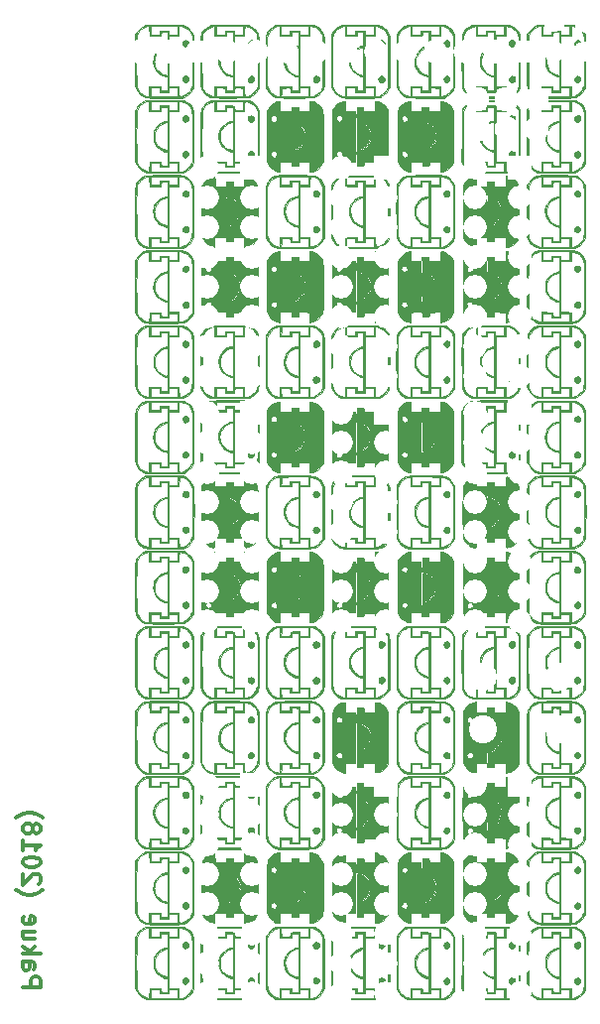
<source format=gbo>
G04 #@! TF.FileFunction,Legend,Bot*
%FSLAX46Y46*%
G04 Gerber Fmt 4.6, Leading zero omitted, Abs format (unit mm)*
G04 Created by KiCad (PCBNEW 4.0.7-e2-6376~58~ubuntu16.04.1) date Wed Feb 21 03:08:00 2018*
%MOMM*%
%LPD*%
G01*
G04 APERTURE LIST*
%ADD10C,0.100000*%
%ADD11C,0.300000*%
%ADD12C,0.010000*%
%ADD13C,2.400000*%
%ADD14R,2.100000X2.100000*%
%ADD15O,2.100000X2.100000*%
%ADD16C,1.900000*%
%ADD17C,2.000000*%
%ADD18R,2.000000X2.000000*%
%ADD19R,2.200000X2.200000*%
%ADD20C,2.200000*%
%ADD21R,3.900000X3.900000*%
%ADD22O,2.000000X2.000000*%
%ADD23O,2.200000X2.200000*%
%ADD24C,1.800000*%
%ADD25O,1.800000X1.800000*%
%ADD26C,5.700000*%
%ADD27C,1.924000*%
G04 APERTURE END LIST*
D10*
D11*
X72981429Y-122998570D02*
X74481429Y-122998570D01*
X74481429Y-122427142D01*
X74410000Y-122284284D01*
X74338571Y-122212856D01*
X74195714Y-122141427D01*
X73981429Y-122141427D01*
X73838571Y-122212856D01*
X73767143Y-122284284D01*
X73695714Y-122427142D01*
X73695714Y-122998570D01*
X72981429Y-120855713D02*
X73767143Y-120855713D01*
X73910000Y-120927142D01*
X73981429Y-121069999D01*
X73981429Y-121355713D01*
X73910000Y-121498570D01*
X73052857Y-120855713D02*
X72981429Y-120998570D01*
X72981429Y-121355713D01*
X73052857Y-121498570D01*
X73195714Y-121569999D01*
X73338571Y-121569999D01*
X73481429Y-121498570D01*
X73552857Y-121355713D01*
X73552857Y-120998570D01*
X73624286Y-120855713D01*
X72981429Y-120141427D02*
X74481429Y-120141427D01*
X73552857Y-119998570D02*
X72981429Y-119569999D01*
X73981429Y-119569999D02*
X73410000Y-120141427D01*
X73981429Y-118284284D02*
X72981429Y-118284284D01*
X73981429Y-118927141D02*
X73195714Y-118927141D01*
X73052857Y-118855713D01*
X72981429Y-118712855D01*
X72981429Y-118498570D01*
X73052857Y-118355713D01*
X73124286Y-118284284D01*
X73052857Y-116998570D02*
X72981429Y-117141427D01*
X72981429Y-117427141D01*
X73052857Y-117569998D01*
X73195714Y-117641427D01*
X73767143Y-117641427D01*
X73910000Y-117569998D01*
X73981429Y-117427141D01*
X73981429Y-117141427D01*
X73910000Y-116998570D01*
X73767143Y-116927141D01*
X73624286Y-116927141D01*
X73481429Y-117641427D01*
X72410000Y-114712856D02*
X72481429Y-114784284D01*
X72695714Y-114927141D01*
X72838571Y-114998570D01*
X73052857Y-115069999D01*
X73410000Y-115141427D01*
X73695714Y-115141427D01*
X74052857Y-115069999D01*
X74267143Y-114998570D01*
X74410000Y-114927141D01*
X74624286Y-114784284D01*
X74695714Y-114712856D01*
X74338571Y-114212856D02*
X74410000Y-114141427D01*
X74481429Y-113998570D01*
X74481429Y-113641427D01*
X74410000Y-113498570D01*
X74338571Y-113427141D01*
X74195714Y-113355713D01*
X74052857Y-113355713D01*
X73838571Y-113427141D01*
X72981429Y-114284284D01*
X72981429Y-113355713D01*
X74481429Y-112427142D02*
X74481429Y-112284285D01*
X74410000Y-112141428D01*
X74338571Y-112069999D01*
X74195714Y-111998570D01*
X73910000Y-111927142D01*
X73552857Y-111927142D01*
X73267143Y-111998570D01*
X73124286Y-112069999D01*
X73052857Y-112141428D01*
X72981429Y-112284285D01*
X72981429Y-112427142D01*
X73052857Y-112569999D01*
X73124286Y-112641428D01*
X73267143Y-112712856D01*
X73552857Y-112784285D01*
X73910000Y-112784285D01*
X74195714Y-112712856D01*
X74338571Y-112641428D01*
X74410000Y-112569999D01*
X74481429Y-112427142D01*
X72981429Y-110498571D02*
X72981429Y-111355714D01*
X72981429Y-110927142D02*
X74481429Y-110927142D01*
X74267143Y-111069999D01*
X74124286Y-111212857D01*
X74052857Y-111355714D01*
X73838571Y-109641428D02*
X73910000Y-109784286D01*
X73981429Y-109855714D01*
X74124286Y-109927143D01*
X74195714Y-109927143D01*
X74338571Y-109855714D01*
X74410000Y-109784286D01*
X74481429Y-109641428D01*
X74481429Y-109355714D01*
X74410000Y-109212857D01*
X74338571Y-109141428D01*
X74195714Y-109070000D01*
X74124286Y-109070000D01*
X73981429Y-109141428D01*
X73910000Y-109212857D01*
X73838571Y-109355714D01*
X73838571Y-109641428D01*
X73767143Y-109784286D01*
X73695714Y-109855714D01*
X73552857Y-109927143D01*
X73267143Y-109927143D01*
X73124286Y-109855714D01*
X73052857Y-109784286D01*
X72981429Y-109641428D01*
X72981429Y-109355714D01*
X73052857Y-109212857D01*
X73124286Y-109141428D01*
X73267143Y-109070000D01*
X73552857Y-109070000D01*
X73695714Y-109141428D01*
X73767143Y-109212857D01*
X73838571Y-109355714D01*
X72410000Y-108570000D02*
X72481429Y-108498572D01*
X72695714Y-108355715D01*
X72838571Y-108284286D01*
X73052857Y-108212857D01*
X73410000Y-108141429D01*
X73695714Y-108141429D01*
X74052857Y-108212857D01*
X74267143Y-108284286D01*
X74410000Y-108355715D01*
X74624286Y-108498572D01*
X74695714Y-108570000D01*
D12*
G36*
X87448387Y-118525646D02*
X87269975Y-118252773D01*
X87031215Y-118039022D01*
X86827818Y-117923973D01*
X86774625Y-117900845D01*
X86719105Y-117882102D01*
X86652185Y-117867284D01*
X86564793Y-117855931D01*
X86447857Y-117847584D01*
X86292303Y-117841782D01*
X86089059Y-117838066D01*
X85829054Y-117835975D01*
X85503213Y-117835052D01*
X85102465Y-117834834D01*
X85068833Y-117834833D01*
X84662048Y-117835016D01*
X84330855Y-117835870D01*
X84066185Y-117837856D01*
X83858963Y-117841433D01*
X83700117Y-117847061D01*
X83580576Y-117855200D01*
X83491265Y-117866310D01*
X83423114Y-117880850D01*
X83367049Y-117899279D01*
X83313997Y-117922059D01*
X83309849Y-117923973D01*
X83027989Y-118097357D01*
X82807599Y-118328775D01*
X82689280Y-118525646D01*
X82571167Y-118766167D01*
X82564169Y-120882833D01*
X82563414Y-121302380D01*
X82563916Y-121699338D01*
X82565579Y-122065038D01*
X82568306Y-122390812D01*
X82572002Y-122667992D01*
X82576572Y-122887908D01*
X82581918Y-123041892D01*
X82587947Y-123121276D01*
X82588974Y-123126500D01*
X82692736Y-123388989D01*
X82859205Y-123632306D01*
X83070608Y-123836679D01*
X83309168Y-123982338D01*
X83385390Y-124012321D01*
X83491314Y-124033028D01*
X83669116Y-124050350D01*
X83774601Y-124056554D01*
X83774601Y-123952000D01*
X83659717Y-123951587D01*
X83500110Y-123920979D01*
X83314758Y-123840365D01*
X83131766Y-123725074D01*
X82979238Y-123590436D01*
X82962014Y-123571030D01*
X82901180Y-123499215D01*
X82849928Y-123432658D01*
X82807425Y-123363719D01*
X82772838Y-123284755D01*
X82745335Y-123188126D01*
X82724083Y-123066189D01*
X82708249Y-122911303D01*
X82697000Y-122715826D01*
X82689503Y-122472117D01*
X82684926Y-122172533D01*
X82682435Y-121809435D01*
X82681198Y-121375178D01*
X82680578Y-120988667D01*
X82680743Y-120484786D01*
X82682785Y-120036438D01*
X82686619Y-119648299D01*
X82692160Y-119325042D01*
X82699323Y-119071342D01*
X82708024Y-118891873D01*
X82718176Y-118791310D01*
X82720710Y-118779827D01*
X82832632Y-118525429D01*
X83010502Y-118298476D01*
X83236322Y-118115393D01*
X83492092Y-117992605D01*
X83618917Y-117960142D01*
X83777667Y-117931244D01*
X83777667Y-118787333D01*
X84793667Y-118787333D01*
X84793667Y-118448667D01*
X85344000Y-118448667D01*
X85344000Y-119620119D01*
X85100583Y-119688035D01*
X84781771Y-119815993D01*
X84515193Y-120004323D01*
X84308363Y-120246332D01*
X84177460Y-120510215D01*
X84138449Y-120683983D01*
X84120906Y-120902704D01*
X84125405Y-121129280D01*
X84152519Y-121326618D01*
X84164155Y-121371291D01*
X84270511Y-121599200D01*
X84440138Y-121817048D01*
X84653005Y-122007336D01*
X84889077Y-122152566D01*
X85128323Y-122235239D01*
X85159334Y-122240588D01*
X85344000Y-122268280D01*
X85344000Y-122175613D01*
X85227583Y-122148224D01*
X84927663Y-122041240D01*
X84664258Y-121875687D01*
X84451321Y-121663373D01*
X84302804Y-121416108D01*
X84274408Y-121341453D01*
X84214060Y-121087059D01*
X84215196Y-120845762D01*
X84265585Y-120617218D01*
X84391242Y-120332563D01*
X84584653Y-120098211D01*
X84846856Y-119912940D01*
X84873372Y-119898885D01*
X85022116Y-119829186D01*
X85154840Y-119779608D01*
X85241866Y-119761000D01*
X85344000Y-119761000D01*
X85344000Y-122175613D01*
X85344000Y-122268280D01*
X85344000Y-123486333D01*
X84798535Y-123486333D01*
X84785518Y-123306417D01*
X84772500Y-123126500D01*
X83798833Y-123126500D01*
X83774601Y-123952000D01*
X83774601Y-124056554D01*
X83906077Y-124064288D01*
X84189474Y-124074846D01*
X84506589Y-124082026D01*
X84844700Y-124085831D01*
X85191088Y-124086263D01*
X85533030Y-124083326D01*
X85857808Y-124077022D01*
X86152701Y-124067353D01*
X86233000Y-124063206D01*
X86233000Y-123952000D01*
X83904667Y-123952000D01*
X83904667Y-123232333D01*
X84666667Y-123232333D01*
X84666667Y-123571000D01*
X85471000Y-123571000D01*
X85471000Y-123232333D01*
X86233000Y-123232333D01*
X86233000Y-123952000D01*
X86233000Y-124063206D01*
X86317667Y-124058833D01*
X86317667Y-123952000D01*
X86317667Y-123105333D01*
X85471000Y-123105333D01*
X85471000Y-118787333D01*
X86233000Y-118787333D01*
X86233000Y-118702667D01*
X85471000Y-118702667D01*
X85471000Y-118321667D01*
X84666667Y-118321667D01*
X84666667Y-118702667D01*
X83904667Y-118702667D01*
X83904667Y-117940667D01*
X86233000Y-117940667D01*
X86233000Y-118702667D01*
X86233000Y-118787333D01*
X86317667Y-118787333D01*
X86317667Y-117929846D01*
X86490885Y-117957544D01*
X86761690Y-118039345D01*
X87007878Y-118196724D01*
X87153524Y-118336010D01*
X87220197Y-118409838D01*
X87276580Y-118479875D01*
X87323491Y-118553575D01*
X87361744Y-118638393D01*
X87392157Y-118741783D01*
X87415547Y-118871198D01*
X87432729Y-119034094D01*
X87444520Y-119237924D01*
X87451737Y-119490143D01*
X87455195Y-119798206D01*
X87455712Y-120169565D01*
X87454104Y-120611676D01*
X87451623Y-121057714D01*
X87439500Y-123126500D01*
X87325165Y-123343236D01*
X87173987Y-123562767D01*
X86979718Y-123745016D01*
X86761305Y-123876745D01*
X86537694Y-123944714D01*
X86455250Y-123951070D01*
X86317667Y-123952000D01*
X86317667Y-124058833D01*
X86404987Y-124054322D01*
X86601948Y-124037933D01*
X86730861Y-124018188D01*
X86754380Y-124011604D01*
X86970833Y-123902310D01*
X87180863Y-123734092D01*
X87359106Y-123530549D01*
X87465501Y-123349996D01*
X87566500Y-123126500D01*
X87566500Y-118766167D01*
X87448387Y-118525646D01*
X87448387Y-118525646D01*
G37*
X87448387Y-118525646D02*
X87269975Y-118252773D01*
X87031215Y-118039022D01*
X86827818Y-117923973D01*
X86774625Y-117900845D01*
X86719105Y-117882102D01*
X86652185Y-117867284D01*
X86564793Y-117855931D01*
X86447857Y-117847584D01*
X86292303Y-117841782D01*
X86089059Y-117838066D01*
X85829054Y-117835975D01*
X85503213Y-117835052D01*
X85102465Y-117834834D01*
X85068833Y-117834833D01*
X84662048Y-117835016D01*
X84330855Y-117835870D01*
X84066185Y-117837856D01*
X83858963Y-117841433D01*
X83700117Y-117847061D01*
X83580576Y-117855200D01*
X83491265Y-117866310D01*
X83423114Y-117880850D01*
X83367049Y-117899279D01*
X83313997Y-117922059D01*
X83309849Y-117923973D01*
X83027989Y-118097357D01*
X82807599Y-118328775D01*
X82689280Y-118525646D01*
X82571167Y-118766167D01*
X82564169Y-120882833D01*
X82563414Y-121302380D01*
X82563916Y-121699338D01*
X82565579Y-122065038D01*
X82568306Y-122390812D01*
X82572002Y-122667992D01*
X82576572Y-122887908D01*
X82581918Y-123041892D01*
X82587947Y-123121276D01*
X82588974Y-123126500D01*
X82692736Y-123388989D01*
X82859205Y-123632306D01*
X83070608Y-123836679D01*
X83309168Y-123982338D01*
X83385390Y-124012321D01*
X83491314Y-124033028D01*
X83669116Y-124050350D01*
X83774601Y-124056554D01*
X83774601Y-123952000D01*
X83659717Y-123951587D01*
X83500110Y-123920979D01*
X83314758Y-123840365D01*
X83131766Y-123725074D01*
X82979238Y-123590436D01*
X82962014Y-123571030D01*
X82901180Y-123499215D01*
X82849928Y-123432658D01*
X82807425Y-123363719D01*
X82772838Y-123284755D01*
X82745335Y-123188126D01*
X82724083Y-123066189D01*
X82708249Y-122911303D01*
X82697000Y-122715826D01*
X82689503Y-122472117D01*
X82684926Y-122172533D01*
X82682435Y-121809435D01*
X82681198Y-121375178D01*
X82680578Y-120988667D01*
X82680743Y-120484786D01*
X82682785Y-120036438D01*
X82686619Y-119648299D01*
X82692160Y-119325042D01*
X82699323Y-119071342D01*
X82708024Y-118891873D01*
X82718176Y-118791310D01*
X82720710Y-118779827D01*
X82832632Y-118525429D01*
X83010502Y-118298476D01*
X83236322Y-118115393D01*
X83492092Y-117992605D01*
X83618917Y-117960142D01*
X83777667Y-117931244D01*
X83777667Y-118787333D01*
X84793667Y-118787333D01*
X84793667Y-118448667D01*
X85344000Y-118448667D01*
X85344000Y-119620119D01*
X85100583Y-119688035D01*
X84781771Y-119815993D01*
X84515193Y-120004323D01*
X84308363Y-120246332D01*
X84177460Y-120510215D01*
X84138449Y-120683983D01*
X84120906Y-120902704D01*
X84125405Y-121129280D01*
X84152519Y-121326618D01*
X84164155Y-121371291D01*
X84270511Y-121599200D01*
X84440138Y-121817048D01*
X84653005Y-122007336D01*
X84889077Y-122152566D01*
X85128323Y-122235239D01*
X85159334Y-122240588D01*
X85344000Y-122268280D01*
X85344000Y-122175613D01*
X85227583Y-122148224D01*
X84927663Y-122041240D01*
X84664258Y-121875687D01*
X84451321Y-121663373D01*
X84302804Y-121416108D01*
X84274408Y-121341453D01*
X84214060Y-121087059D01*
X84215196Y-120845762D01*
X84265585Y-120617218D01*
X84391242Y-120332563D01*
X84584653Y-120098211D01*
X84846856Y-119912940D01*
X84873372Y-119898885D01*
X85022116Y-119829186D01*
X85154840Y-119779608D01*
X85241866Y-119761000D01*
X85344000Y-119761000D01*
X85344000Y-122175613D01*
X85344000Y-122268280D01*
X85344000Y-123486333D01*
X84798535Y-123486333D01*
X84785518Y-123306417D01*
X84772500Y-123126500D01*
X83798833Y-123126500D01*
X83774601Y-123952000D01*
X83774601Y-124056554D01*
X83906077Y-124064288D01*
X84189474Y-124074846D01*
X84506589Y-124082026D01*
X84844700Y-124085831D01*
X85191088Y-124086263D01*
X85533030Y-124083326D01*
X85857808Y-124077022D01*
X86152701Y-124067353D01*
X86233000Y-124063206D01*
X86233000Y-123952000D01*
X83904667Y-123952000D01*
X83904667Y-123232333D01*
X84666667Y-123232333D01*
X84666667Y-123571000D01*
X85471000Y-123571000D01*
X85471000Y-123232333D01*
X86233000Y-123232333D01*
X86233000Y-123952000D01*
X86233000Y-124063206D01*
X86317667Y-124058833D01*
X86317667Y-123952000D01*
X86317667Y-123105333D01*
X85471000Y-123105333D01*
X85471000Y-118787333D01*
X86233000Y-118787333D01*
X86233000Y-118702667D01*
X85471000Y-118702667D01*
X85471000Y-118321667D01*
X84666667Y-118321667D01*
X84666667Y-118702667D01*
X83904667Y-118702667D01*
X83904667Y-117940667D01*
X86233000Y-117940667D01*
X86233000Y-118702667D01*
X86233000Y-118787333D01*
X86317667Y-118787333D01*
X86317667Y-117929846D01*
X86490885Y-117957544D01*
X86761690Y-118039345D01*
X87007878Y-118196724D01*
X87153524Y-118336010D01*
X87220197Y-118409838D01*
X87276580Y-118479875D01*
X87323491Y-118553575D01*
X87361744Y-118638393D01*
X87392157Y-118741783D01*
X87415547Y-118871198D01*
X87432729Y-119034094D01*
X87444520Y-119237924D01*
X87451737Y-119490143D01*
X87455195Y-119798206D01*
X87455712Y-120169565D01*
X87454104Y-120611676D01*
X87451623Y-121057714D01*
X87439500Y-123126500D01*
X87325165Y-123343236D01*
X87173987Y-123562767D01*
X86979718Y-123745016D01*
X86761305Y-123876745D01*
X86537694Y-123944714D01*
X86455250Y-123951070D01*
X86317667Y-123952000D01*
X86317667Y-124058833D01*
X86404987Y-124054322D01*
X86601948Y-124037933D01*
X86730861Y-124018188D01*
X86754380Y-124011604D01*
X86970833Y-123902310D01*
X87180863Y-123734092D01*
X87359106Y-123530549D01*
X87465501Y-123349996D01*
X87566500Y-123126500D01*
X87566500Y-118766167D01*
X87448387Y-118525646D01*
G36*
X87465501Y-112150338D02*
X87333420Y-111935365D01*
X87148301Y-111735946D01*
X86935507Y-111575679D01*
X86754380Y-111488729D01*
X86647966Y-111467858D01*
X86469684Y-111450384D01*
X86232263Y-111436305D01*
X85948435Y-111425622D01*
X85630928Y-111418336D01*
X85292474Y-111414445D01*
X84945802Y-111413951D01*
X84603643Y-111416853D01*
X84278727Y-111423151D01*
X83983784Y-111432845D01*
X83731544Y-111445936D01*
X83534737Y-111462422D01*
X83406094Y-111482305D01*
X83383287Y-111488729D01*
X83182011Y-111589775D01*
X82978402Y-111746694D01*
X82798853Y-111935715D01*
X82671298Y-112129952D01*
X82571167Y-112331500D01*
X82561022Y-114469333D01*
X82558910Y-114953774D01*
X82557705Y-115361148D01*
X82557621Y-115699052D01*
X82558872Y-115975082D01*
X82561671Y-116196837D01*
X82566234Y-116371912D01*
X82572773Y-116507905D01*
X82581503Y-116612413D01*
X82592639Y-116693032D01*
X82606393Y-116757360D01*
X82622981Y-116812993D01*
X82627418Y-116825926D01*
X82771782Y-117119822D01*
X82976270Y-117358471D01*
X83233017Y-117534877D01*
X83534154Y-117642038D01*
X83548048Y-117645001D01*
X83669631Y-117659702D01*
X83676698Y-117660082D01*
X83676698Y-117558917D01*
X83579975Y-117537108D01*
X83468548Y-117498540D01*
X83248794Y-117393737D01*
X83050385Y-117251126D01*
X82901985Y-117092057D01*
X82881569Y-117061348D01*
X82836940Y-116987696D01*
X82799463Y-116918197D01*
X82768506Y-116845027D01*
X82743437Y-116760359D01*
X82723625Y-116656366D01*
X82708436Y-116525223D01*
X82697241Y-116359103D01*
X82689405Y-116150180D01*
X82684298Y-115890628D01*
X82681288Y-115572621D01*
X82679741Y-115188333D01*
X82679028Y-114729937D01*
X82678858Y-114550958D01*
X82678749Y-114067964D01*
X82679511Y-113662193D01*
X82681354Y-113326203D01*
X82684490Y-113052553D01*
X82689131Y-112833802D01*
X82695488Y-112662508D01*
X82703774Y-112531230D01*
X82714198Y-112432526D01*
X82726974Y-112358956D01*
X82742312Y-112303077D01*
X82742798Y-112301644D01*
X82848148Y-112089805D01*
X83005606Y-111893812D01*
X83196781Y-111728768D01*
X83403282Y-111609772D01*
X83606718Y-111551927D01*
X83659717Y-111548747D01*
X83774601Y-111548333D01*
X83798833Y-112373833D01*
X84772500Y-112373833D01*
X84785518Y-112193917D01*
X84798535Y-112014000D01*
X85344000Y-112014000D01*
X85344000Y-113230846D01*
X85170782Y-113258544D01*
X84894233Y-113342608D01*
X84633565Y-113495724D01*
X84409612Y-113702423D01*
X84243207Y-113947233D01*
X84243137Y-113947373D01*
X84169893Y-114154827D01*
X84127530Y-114406268D01*
X84119362Y-114665631D01*
X84148705Y-114896850D01*
X84153969Y-114917554D01*
X84270940Y-115194365D01*
X84458070Y-115437420D01*
X84704057Y-115636035D01*
X84997599Y-115779529D01*
X85100583Y-115812298D01*
X85344000Y-115880215D01*
X85344000Y-115739333D01*
X85241866Y-115739333D01*
X85122028Y-115713638D01*
X84963829Y-115646069D01*
X84792279Y-115550901D01*
X84632386Y-115442409D01*
X84509160Y-115334868D01*
X84484998Y-115307324D01*
X84369815Y-115125017D01*
X84275401Y-114903301D01*
X84215817Y-114679938D01*
X84202382Y-114548278D01*
X84215128Y-114416275D01*
X84249083Y-114254192D01*
X84272228Y-114173844D01*
X84400838Y-113908840D01*
X84597946Y-113680044D01*
X84851395Y-113497911D01*
X85149029Y-113372899D01*
X85227583Y-113352109D01*
X85344000Y-113324720D01*
X85344000Y-115739333D01*
X85344000Y-115880215D01*
X85344000Y-117051667D01*
X84793667Y-117051667D01*
X84793667Y-116713000D01*
X83777667Y-116713000D01*
X83777667Y-117136333D01*
X83776148Y-117340908D01*
X83765201Y-117472045D01*
X83735246Y-117540972D01*
X83676698Y-117558917D01*
X83676698Y-117660082D01*
X83873105Y-117670663D01*
X84155775Y-117677828D01*
X84514945Y-117681142D01*
X84947921Y-117680551D01*
X85204345Y-117678655D01*
X85592109Y-117674855D01*
X85904840Y-117670924D01*
X86152169Y-117666245D01*
X86233000Y-117663696D01*
X86233000Y-117559667D01*
X83904667Y-117559667D01*
X83904667Y-116797667D01*
X84666667Y-116797667D01*
X84666667Y-117178667D01*
X85471000Y-117178667D01*
X85471000Y-116797667D01*
X86233000Y-116797667D01*
X86233000Y-117559667D01*
X86233000Y-117663696D01*
X86343728Y-117660202D01*
X86430858Y-117655395D01*
X86430858Y-117561214D01*
X86363706Y-117541792D01*
X86330326Y-117466828D01*
X86318914Y-117326265D01*
X86317667Y-117136333D01*
X86317667Y-116713000D01*
X85471000Y-116713000D01*
X85471000Y-112395000D01*
X86233000Y-112395000D01*
X86233000Y-112268000D01*
X85471000Y-112268000D01*
X85471000Y-111929333D01*
X84666667Y-111929333D01*
X84666667Y-112268000D01*
X83904667Y-112268000D01*
X83904667Y-111548333D01*
X86233000Y-111548333D01*
X86233000Y-112268000D01*
X86233000Y-112395000D01*
X86317667Y-112395000D01*
X86317667Y-111548333D01*
X86455250Y-111549263D01*
X86675865Y-111589514D01*
X86898487Y-111698559D01*
X87104169Y-111863159D01*
X87273964Y-112070073D01*
X87325165Y-112157098D01*
X87439500Y-112373833D01*
X87451623Y-114442620D01*
X87454154Y-114925683D01*
X87455481Y-115331748D01*
X87455419Y-115668480D01*
X87453785Y-115943542D01*
X87450393Y-116164598D01*
X87445059Y-116339310D01*
X87437599Y-116475343D01*
X87427828Y-116580359D01*
X87415561Y-116662023D01*
X87400615Y-116727998D01*
X87396226Y-116743669D01*
X87282358Y-116994433D01*
X87103289Y-117217971D01*
X86878216Y-117393749D01*
X86713710Y-117473655D01*
X86543591Y-117535150D01*
X86430858Y-117561214D01*
X86430858Y-117655395D01*
X86489149Y-117652179D01*
X86598063Y-117641560D01*
X86680103Y-117627728D01*
X86744901Y-117610067D01*
X86802087Y-117587961D01*
X86831982Y-117574519D01*
X87056869Y-117434183D01*
X87265897Y-117238646D01*
X87430550Y-117016422D01*
X87475519Y-116930982D01*
X87495777Y-116885236D01*
X87512782Y-116838139D01*
X87526817Y-116782249D01*
X87538167Y-116710125D01*
X87547117Y-116614325D01*
X87553952Y-116487407D01*
X87558957Y-116321931D01*
X87562417Y-116110455D01*
X87564616Y-115845538D01*
X87565840Y-115519739D01*
X87566372Y-115125615D01*
X87566499Y-114655727D01*
X87566500Y-114554000D01*
X87566500Y-112373833D01*
X87465501Y-112150338D01*
X87465501Y-112150338D01*
G37*
X87465501Y-112150338D02*
X87333420Y-111935365D01*
X87148301Y-111735946D01*
X86935507Y-111575679D01*
X86754380Y-111488729D01*
X86647966Y-111467858D01*
X86469684Y-111450384D01*
X86232263Y-111436305D01*
X85948435Y-111425622D01*
X85630928Y-111418336D01*
X85292474Y-111414445D01*
X84945802Y-111413951D01*
X84603643Y-111416853D01*
X84278727Y-111423151D01*
X83983784Y-111432845D01*
X83731544Y-111445936D01*
X83534737Y-111462422D01*
X83406094Y-111482305D01*
X83383287Y-111488729D01*
X83182011Y-111589775D01*
X82978402Y-111746694D01*
X82798853Y-111935715D01*
X82671298Y-112129952D01*
X82571167Y-112331500D01*
X82561022Y-114469333D01*
X82558910Y-114953774D01*
X82557705Y-115361148D01*
X82557621Y-115699052D01*
X82558872Y-115975082D01*
X82561671Y-116196837D01*
X82566234Y-116371912D01*
X82572773Y-116507905D01*
X82581503Y-116612413D01*
X82592639Y-116693032D01*
X82606393Y-116757360D01*
X82622981Y-116812993D01*
X82627418Y-116825926D01*
X82771782Y-117119822D01*
X82976270Y-117358471D01*
X83233017Y-117534877D01*
X83534154Y-117642038D01*
X83548048Y-117645001D01*
X83669631Y-117659702D01*
X83676698Y-117660082D01*
X83676698Y-117558917D01*
X83579975Y-117537108D01*
X83468548Y-117498540D01*
X83248794Y-117393737D01*
X83050385Y-117251126D01*
X82901985Y-117092057D01*
X82881569Y-117061348D01*
X82836940Y-116987696D01*
X82799463Y-116918197D01*
X82768506Y-116845027D01*
X82743437Y-116760359D01*
X82723625Y-116656366D01*
X82708436Y-116525223D01*
X82697241Y-116359103D01*
X82689405Y-116150180D01*
X82684298Y-115890628D01*
X82681288Y-115572621D01*
X82679741Y-115188333D01*
X82679028Y-114729937D01*
X82678858Y-114550958D01*
X82678749Y-114067964D01*
X82679511Y-113662193D01*
X82681354Y-113326203D01*
X82684490Y-113052553D01*
X82689131Y-112833802D01*
X82695488Y-112662508D01*
X82703774Y-112531230D01*
X82714198Y-112432526D01*
X82726974Y-112358956D01*
X82742312Y-112303077D01*
X82742798Y-112301644D01*
X82848148Y-112089805D01*
X83005606Y-111893812D01*
X83196781Y-111728768D01*
X83403282Y-111609772D01*
X83606718Y-111551927D01*
X83659717Y-111548747D01*
X83774601Y-111548333D01*
X83798833Y-112373833D01*
X84772500Y-112373833D01*
X84785518Y-112193917D01*
X84798535Y-112014000D01*
X85344000Y-112014000D01*
X85344000Y-113230846D01*
X85170782Y-113258544D01*
X84894233Y-113342608D01*
X84633565Y-113495724D01*
X84409612Y-113702423D01*
X84243207Y-113947233D01*
X84243137Y-113947373D01*
X84169893Y-114154827D01*
X84127530Y-114406268D01*
X84119362Y-114665631D01*
X84148705Y-114896850D01*
X84153969Y-114917554D01*
X84270940Y-115194365D01*
X84458070Y-115437420D01*
X84704057Y-115636035D01*
X84997599Y-115779529D01*
X85100583Y-115812298D01*
X85344000Y-115880215D01*
X85344000Y-115739333D01*
X85241866Y-115739333D01*
X85122028Y-115713638D01*
X84963829Y-115646069D01*
X84792279Y-115550901D01*
X84632386Y-115442409D01*
X84509160Y-115334868D01*
X84484998Y-115307324D01*
X84369815Y-115125017D01*
X84275401Y-114903301D01*
X84215817Y-114679938D01*
X84202382Y-114548278D01*
X84215128Y-114416275D01*
X84249083Y-114254192D01*
X84272228Y-114173844D01*
X84400838Y-113908840D01*
X84597946Y-113680044D01*
X84851395Y-113497911D01*
X85149029Y-113372899D01*
X85227583Y-113352109D01*
X85344000Y-113324720D01*
X85344000Y-115739333D01*
X85344000Y-115880215D01*
X85344000Y-117051667D01*
X84793667Y-117051667D01*
X84793667Y-116713000D01*
X83777667Y-116713000D01*
X83777667Y-117136333D01*
X83776148Y-117340908D01*
X83765201Y-117472045D01*
X83735246Y-117540972D01*
X83676698Y-117558917D01*
X83676698Y-117660082D01*
X83873105Y-117670663D01*
X84155775Y-117677828D01*
X84514945Y-117681142D01*
X84947921Y-117680551D01*
X85204345Y-117678655D01*
X85592109Y-117674855D01*
X85904840Y-117670924D01*
X86152169Y-117666245D01*
X86233000Y-117663696D01*
X86233000Y-117559667D01*
X83904667Y-117559667D01*
X83904667Y-116797667D01*
X84666667Y-116797667D01*
X84666667Y-117178667D01*
X85471000Y-117178667D01*
X85471000Y-116797667D01*
X86233000Y-116797667D01*
X86233000Y-117559667D01*
X86233000Y-117663696D01*
X86343728Y-117660202D01*
X86430858Y-117655395D01*
X86430858Y-117561214D01*
X86363706Y-117541792D01*
X86330326Y-117466828D01*
X86318914Y-117326265D01*
X86317667Y-117136333D01*
X86317667Y-116713000D01*
X85471000Y-116713000D01*
X85471000Y-112395000D01*
X86233000Y-112395000D01*
X86233000Y-112268000D01*
X85471000Y-112268000D01*
X85471000Y-111929333D01*
X84666667Y-111929333D01*
X84666667Y-112268000D01*
X83904667Y-112268000D01*
X83904667Y-111548333D01*
X86233000Y-111548333D01*
X86233000Y-112268000D01*
X86233000Y-112395000D01*
X86317667Y-112395000D01*
X86317667Y-111548333D01*
X86455250Y-111549263D01*
X86675865Y-111589514D01*
X86898487Y-111698559D01*
X87104169Y-111863159D01*
X87273964Y-112070073D01*
X87325165Y-112157098D01*
X87439500Y-112373833D01*
X87451623Y-114442620D01*
X87454154Y-114925683D01*
X87455481Y-115331748D01*
X87455419Y-115668480D01*
X87453785Y-115943542D01*
X87450393Y-116164598D01*
X87445059Y-116339310D01*
X87437599Y-116475343D01*
X87427828Y-116580359D01*
X87415561Y-116662023D01*
X87400615Y-116727998D01*
X87396226Y-116743669D01*
X87282358Y-116994433D01*
X87103289Y-117217971D01*
X86878216Y-117393749D01*
X86713710Y-117473655D01*
X86543591Y-117535150D01*
X86430858Y-117561214D01*
X86430858Y-117655395D01*
X86489149Y-117652179D01*
X86598063Y-117641560D01*
X86680103Y-117627728D01*
X86744901Y-117610067D01*
X86802087Y-117587961D01*
X86831982Y-117574519D01*
X87056869Y-117434183D01*
X87265897Y-117238646D01*
X87430550Y-117016422D01*
X87475519Y-116930982D01*
X87495777Y-116885236D01*
X87512782Y-116838139D01*
X87526817Y-116782249D01*
X87538167Y-116710125D01*
X87547117Y-116614325D01*
X87553952Y-116487407D01*
X87558957Y-116321931D01*
X87562417Y-116110455D01*
X87564616Y-115845538D01*
X87565840Y-115519739D01*
X87566372Y-115125615D01*
X87566499Y-114655727D01*
X87566500Y-114554000D01*
X87566500Y-112373833D01*
X87465501Y-112150338D01*
G36*
X87566420Y-107633706D02*
X87565990Y-107225303D01*
X87564924Y-106886685D01*
X87562939Y-106610409D01*
X87559749Y-106389034D01*
X87555070Y-106215120D01*
X87548616Y-106081224D01*
X87540103Y-105979905D01*
X87529246Y-105903722D01*
X87515761Y-105845233D01*
X87499362Y-105796998D01*
X87479764Y-105751574D01*
X87475519Y-105742352D01*
X87322754Y-105500267D01*
X87108714Y-105284287D01*
X86856744Y-105117759D01*
X86845047Y-105111881D01*
X86635167Y-105007833D01*
X85068833Y-105007833D01*
X84662048Y-105008016D01*
X84330855Y-105008870D01*
X84066185Y-105010856D01*
X83858963Y-105014433D01*
X83700117Y-105020061D01*
X83580576Y-105028200D01*
X83491265Y-105039310D01*
X83423114Y-105053850D01*
X83367049Y-105072279D01*
X83313997Y-105095059D01*
X83309849Y-105096973D01*
X83027989Y-105270357D01*
X82807599Y-105501775D01*
X82689280Y-105698646D01*
X82571167Y-105939167D01*
X82563996Y-108055833D01*
X82563242Y-108475380D01*
X82563811Y-108872337D01*
X82565602Y-109238037D01*
X82568513Y-109563811D01*
X82572441Y-109840991D01*
X82577284Y-110060907D01*
X82582942Y-110214892D01*
X82589311Y-110294276D01*
X82590396Y-110299500D01*
X82708601Y-110593269D01*
X82892765Y-110855241D01*
X83127621Y-111065878D01*
X83246597Y-111139152D01*
X83293983Y-111162984D01*
X83344148Y-111182387D01*
X83406065Y-111197899D01*
X83488706Y-111210061D01*
X83601045Y-111219413D01*
X83752053Y-111226496D01*
X83774601Y-111227103D01*
X83774601Y-111125000D01*
X83659717Y-111124587D01*
X83500110Y-111093979D01*
X83314758Y-111013365D01*
X83131766Y-110898074D01*
X82979238Y-110763436D01*
X82962014Y-110744030D01*
X82901629Y-110673029D01*
X82850613Y-110607675D01*
X82808204Y-110540497D01*
X82773641Y-110464025D01*
X82746163Y-110370786D01*
X82725007Y-110253310D01*
X82709412Y-110104125D01*
X82698617Y-109915760D01*
X82691860Y-109680745D01*
X82688379Y-109391607D01*
X82687414Y-109040876D01*
X82688202Y-108621081D01*
X82689982Y-108124750D01*
X82690161Y-108077000D01*
X82692037Y-107596638D01*
X82693976Y-107193499D01*
X82696299Y-106860143D01*
X82699327Y-106589126D01*
X82703383Y-106373007D01*
X82708788Y-106204344D01*
X82715864Y-106075695D01*
X82724933Y-105979616D01*
X82736316Y-105908667D01*
X82750336Y-105855406D01*
X82767315Y-105812389D01*
X82787573Y-105772175D01*
X82790021Y-105767594D01*
X82976232Y-105506187D01*
X83219185Y-105304717D01*
X83509666Y-105170031D01*
X83640083Y-105135762D01*
X83777667Y-105106940D01*
X83777667Y-105960333D01*
X84793667Y-105960333D01*
X84793667Y-105621667D01*
X85344000Y-105621667D01*
X85344000Y-106805387D01*
X85227583Y-106830296D01*
X84903642Y-106928779D01*
X84639557Y-107076795D01*
X84420790Y-107283453D01*
X84342506Y-107384872D01*
X84220736Y-107585727D01*
X84149614Y-107787171D01*
X84119407Y-108021888D01*
X84116570Y-108143542D01*
X84149920Y-108465168D01*
X84253706Y-108746282D01*
X84424720Y-108990813D01*
X84571575Y-109127053D01*
X84754395Y-109252902D01*
X84947772Y-109354412D01*
X85126300Y-109417631D01*
X85227583Y-109431633D01*
X85344000Y-109431667D01*
X85344000Y-109344883D01*
X85206417Y-109318586D01*
X84925776Y-109225036D01*
X84674962Y-109065072D01*
X84465935Y-108852531D01*
X84310655Y-108601252D01*
X84221083Y-108325072D01*
X84203949Y-108158767D01*
X84214762Y-108027259D01*
X84245543Y-107865812D01*
X84265585Y-107790218D01*
X84385801Y-107523521D01*
X84570203Y-107290167D01*
X84802472Y-107105007D01*
X85066290Y-106982886D01*
X85185250Y-106953475D01*
X85344000Y-106924578D01*
X85344000Y-109344883D01*
X85344000Y-109431667D01*
X85344000Y-110659333D01*
X84798535Y-110659333D01*
X84785518Y-110479417D01*
X84772500Y-110299500D01*
X83798833Y-110299500D01*
X83774601Y-111125000D01*
X83774601Y-111227103D01*
X83950703Y-111231849D01*
X84205968Y-111236013D01*
X84526821Y-111239527D01*
X84922233Y-111242933D01*
X84977909Y-111243382D01*
X85393586Y-111246299D01*
X85733622Y-111247514D01*
X86007031Y-111246743D01*
X86222826Y-111243700D01*
X86233000Y-111243360D01*
X86233000Y-111125000D01*
X83904667Y-111125000D01*
X83904667Y-110405333D01*
X84666667Y-110405333D01*
X84666667Y-110744000D01*
X85471000Y-110744000D01*
X85471000Y-110405333D01*
X86233000Y-110405333D01*
X86233000Y-111125000D01*
X86233000Y-111243360D01*
X86317667Y-111240524D01*
X86317667Y-111125000D01*
X86317667Y-110278333D01*
X85471000Y-110278333D01*
X85471000Y-105960333D01*
X86233000Y-105960333D01*
X86233000Y-105875667D01*
X85471000Y-105875667D01*
X85471000Y-105494667D01*
X84666667Y-105494667D01*
X84666667Y-105875667D01*
X83904667Y-105875667D01*
X83904667Y-105113667D01*
X86233000Y-105113667D01*
X86233000Y-105875667D01*
X86233000Y-105960333D01*
X86317667Y-105960333D01*
X86317667Y-105104244D01*
X86476417Y-105133468D01*
X86765810Y-105225189D01*
X87019561Y-105381112D01*
X87224032Y-105589529D01*
X87365586Y-105838728D01*
X87394333Y-105921663D01*
X87411546Y-106023936D01*
X87426487Y-106199992D01*
X87439146Y-106439029D01*
X87449513Y-106730244D01*
X87457581Y-107062833D01*
X87463339Y-107425995D01*
X87466778Y-107808925D01*
X87467888Y-108200820D01*
X87466662Y-108590878D01*
X87463089Y-108968296D01*
X87457160Y-109322269D01*
X87448867Y-109641996D01*
X87438198Y-109916673D01*
X87425147Y-110135498D01*
X87409702Y-110287666D01*
X87398121Y-110346582D01*
X87296273Y-110570061D01*
X87138255Y-110774165D01*
X86942028Y-110944076D01*
X86725553Y-111064972D01*
X86506789Y-111122034D01*
X86455250Y-111124587D01*
X86317667Y-111125000D01*
X86317667Y-111240524D01*
X86390022Y-111238100D01*
X86517633Y-111229658D01*
X86614671Y-111218088D01*
X86690152Y-111203105D01*
X86744066Y-111187482D01*
X86966122Y-111077571D01*
X87180019Y-110907959D01*
X87360537Y-110701878D01*
X87465501Y-110522996D01*
X87566500Y-110299500D01*
X87566500Y-108119333D01*
X87566420Y-107633706D01*
X87566420Y-107633706D01*
G37*
X87566420Y-107633706D02*
X87565990Y-107225303D01*
X87564924Y-106886685D01*
X87562939Y-106610409D01*
X87559749Y-106389034D01*
X87555070Y-106215120D01*
X87548616Y-106081224D01*
X87540103Y-105979905D01*
X87529246Y-105903722D01*
X87515761Y-105845233D01*
X87499362Y-105796998D01*
X87479764Y-105751574D01*
X87475519Y-105742352D01*
X87322754Y-105500267D01*
X87108714Y-105284287D01*
X86856744Y-105117759D01*
X86845047Y-105111881D01*
X86635167Y-105007833D01*
X85068833Y-105007833D01*
X84662048Y-105008016D01*
X84330855Y-105008870D01*
X84066185Y-105010856D01*
X83858963Y-105014433D01*
X83700117Y-105020061D01*
X83580576Y-105028200D01*
X83491265Y-105039310D01*
X83423114Y-105053850D01*
X83367049Y-105072279D01*
X83313997Y-105095059D01*
X83309849Y-105096973D01*
X83027989Y-105270357D01*
X82807599Y-105501775D01*
X82689280Y-105698646D01*
X82571167Y-105939167D01*
X82563996Y-108055833D01*
X82563242Y-108475380D01*
X82563811Y-108872337D01*
X82565602Y-109238037D01*
X82568513Y-109563811D01*
X82572441Y-109840991D01*
X82577284Y-110060907D01*
X82582942Y-110214892D01*
X82589311Y-110294276D01*
X82590396Y-110299500D01*
X82708601Y-110593269D01*
X82892765Y-110855241D01*
X83127621Y-111065878D01*
X83246597Y-111139152D01*
X83293983Y-111162984D01*
X83344148Y-111182387D01*
X83406065Y-111197899D01*
X83488706Y-111210061D01*
X83601045Y-111219413D01*
X83752053Y-111226496D01*
X83774601Y-111227103D01*
X83774601Y-111125000D01*
X83659717Y-111124587D01*
X83500110Y-111093979D01*
X83314758Y-111013365D01*
X83131766Y-110898074D01*
X82979238Y-110763436D01*
X82962014Y-110744030D01*
X82901629Y-110673029D01*
X82850613Y-110607675D01*
X82808204Y-110540497D01*
X82773641Y-110464025D01*
X82746163Y-110370786D01*
X82725007Y-110253310D01*
X82709412Y-110104125D01*
X82698617Y-109915760D01*
X82691860Y-109680745D01*
X82688379Y-109391607D01*
X82687414Y-109040876D01*
X82688202Y-108621081D01*
X82689982Y-108124750D01*
X82690161Y-108077000D01*
X82692037Y-107596638D01*
X82693976Y-107193499D01*
X82696299Y-106860143D01*
X82699327Y-106589126D01*
X82703383Y-106373007D01*
X82708788Y-106204344D01*
X82715864Y-106075695D01*
X82724933Y-105979616D01*
X82736316Y-105908667D01*
X82750336Y-105855406D01*
X82767315Y-105812389D01*
X82787573Y-105772175D01*
X82790021Y-105767594D01*
X82976232Y-105506187D01*
X83219185Y-105304717D01*
X83509666Y-105170031D01*
X83640083Y-105135762D01*
X83777667Y-105106940D01*
X83777667Y-105960333D01*
X84793667Y-105960333D01*
X84793667Y-105621667D01*
X85344000Y-105621667D01*
X85344000Y-106805387D01*
X85227583Y-106830296D01*
X84903642Y-106928779D01*
X84639557Y-107076795D01*
X84420790Y-107283453D01*
X84342506Y-107384872D01*
X84220736Y-107585727D01*
X84149614Y-107787171D01*
X84119407Y-108021888D01*
X84116570Y-108143542D01*
X84149920Y-108465168D01*
X84253706Y-108746282D01*
X84424720Y-108990813D01*
X84571575Y-109127053D01*
X84754395Y-109252902D01*
X84947772Y-109354412D01*
X85126300Y-109417631D01*
X85227583Y-109431633D01*
X85344000Y-109431667D01*
X85344000Y-109344883D01*
X85206417Y-109318586D01*
X84925776Y-109225036D01*
X84674962Y-109065072D01*
X84465935Y-108852531D01*
X84310655Y-108601252D01*
X84221083Y-108325072D01*
X84203949Y-108158767D01*
X84214762Y-108027259D01*
X84245543Y-107865812D01*
X84265585Y-107790218D01*
X84385801Y-107523521D01*
X84570203Y-107290167D01*
X84802472Y-107105007D01*
X85066290Y-106982886D01*
X85185250Y-106953475D01*
X85344000Y-106924578D01*
X85344000Y-109344883D01*
X85344000Y-109431667D01*
X85344000Y-110659333D01*
X84798535Y-110659333D01*
X84785518Y-110479417D01*
X84772500Y-110299500D01*
X83798833Y-110299500D01*
X83774601Y-111125000D01*
X83774601Y-111227103D01*
X83950703Y-111231849D01*
X84205968Y-111236013D01*
X84526821Y-111239527D01*
X84922233Y-111242933D01*
X84977909Y-111243382D01*
X85393586Y-111246299D01*
X85733622Y-111247514D01*
X86007031Y-111246743D01*
X86222826Y-111243700D01*
X86233000Y-111243360D01*
X86233000Y-111125000D01*
X83904667Y-111125000D01*
X83904667Y-110405333D01*
X84666667Y-110405333D01*
X84666667Y-110744000D01*
X85471000Y-110744000D01*
X85471000Y-110405333D01*
X86233000Y-110405333D01*
X86233000Y-111125000D01*
X86233000Y-111243360D01*
X86317667Y-111240524D01*
X86317667Y-111125000D01*
X86317667Y-110278333D01*
X85471000Y-110278333D01*
X85471000Y-105960333D01*
X86233000Y-105960333D01*
X86233000Y-105875667D01*
X85471000Y-105875667D01*
X85471000Y-105494667D01*
X84666667Y-105494667D01*
X84666667Y-105875667D01*
X83904667Y-105875667D01*
X83904667Y-105113667D01*
X86233000Y-105113667D01*
X86233000Y-105875667D01*
X86233000Y-105960333D01*
X86317667Y-105960333D01*
X86317667Y-105104244D01*
X86476417Y-105133468D01*
X86765810Y-105225189D01*
X87019561Y-105381112D01*
X87224032Y-105589529D01*
X87365586Y-105838728D01*
X87394333Y-105921663D01*
X87411546Y-106023936D01*
X87426487Y-106199992D01*
X87439146Y-106439029D01*
X87449513Y-106730244D01*
X87457581Y-107062833D01*
X87463339Y-107425995D01*
X87466778Y-107808925D01*
X87467888Y-108200820D01*
X87466662Y-108590878D01*
X87463089Y-108968296D01*
X87457160Y-109322269D01*
X87448867Y-109641996D01*
X87438198Y-109916673D01*
X87425147Y-110135498D01*
X87409702Y-110287666D01*
X87398121Y-110346582D01*
X87296273Y-110570061D01*
X87138255Y-110774165D01*
X86942028Y-110944076D01*
X86725553Y-111064972D01*
X86506789Y-111122034D01*
X86455250Y-111124587D01*
X86317667Y-111125000D01*
X86317667Y-111240524D01*
X86390022Y-111238100D01*
X86517633Y-111229658D01*
X86614671Y-111218088D01*
X86690152Y-111203105D01*
X86744066Y-111187482D01*
X86966122Y-111077571D01*
X87180019Y-110907959D01*
X87360537Y-110701878D01*
X87465501Y-110522996D01*
X87566500Y-110299500D01*
X87566500Y-108119333D01*
X87566420Y-107633706D01*
G36*
X87465501Y-99323338D02*
X87327438Y-99098409D01*
X87136328Y-98896571D01*
X86915873Y-98739232D01*
X86729204Y-98658252D01*
X86616714Y-98638408D01*
X86432662Y-98621856D01*
X86190070Y-98608601D01*
X85901964Y-98598644D01*
X85581366Y-98591987D01*
X85241303Y-98588633D01*
X84894797Y-98588585D01*
X84554874Y-98591845D01*
X84234557Y-98598415D01*
X83946870Y-98608297D01*
X83704839Y-98621495D01*
X83521486Y-98638010D01*
X83410533Y-98657637D01*
X83184676Y-98761756D01*
X82966498Y-98928782D01*
X82779356Y-99138416D01*
X82685580Y-99287612D01*
X82571167Y-99504500D01*
X82561022Y-101642333D01*
X82558910Y-102126774D01*
X82557705Y-102534148D01*
X82557621Y-102872052D01*
X82558872Y-103148082D01*
X82561671Y-103369837D01*
X82566234Y-103544912D01*
X82572773Y-103680905D01*
X82581503Y-103785413D01*
X82592639Y-103866032D01*
X82606393Y-103930360D01*
X82622981Y-103985993D01*
X82627418Y-103998926D01*
X82771930Y-104292618D01*
X82977155Y-104532071D01*
X83234747Y-104709783D01*
X83536360Y-104818251D01*
X83539660Y-104818980D01*
X83662148Y-104834541D01*
X83777667Y-104840866D01*
X83777667Y-104742089D01*
X83618917Y-104713192D01*
X83362893Y-104627537D01*
X83123751Y-104475934D01*
X82920636Y-104275484D01*
X82772691Y-104043291D01*
X82723104Y-103912894D01*
X82715336Y-103844794D01*
X82707937Y-103700875D01*
X82701077Y-103489983D01*
X82694927Y-103220965D01*
X82689659Y-102902667D01*
X82685443Y-102543937D01*
X82682449Y-102153621D01*
X82680850Y-101740566D01*
X82680818Y-101723958D01*
X82680258Y-101240034D01*
X82680661Y-100833383D01*
X82682228Y-100496616D01*
X82685158Y-100222344D01*
X82689652Y-100003177D01*
X82695910Y-99831726D01*
X82704133Y-99700600D01*
X82714520Y-99602411D01*
X82727272Y-99529769D01*
X82741681Y-99477920D01*
X82867791Y-99227086D01*
X83054716Y-99012078D01*
X83284892Y-98848074D01*
X83540755Y-98750253D01*
X83596155Y-98739532D01*
X83774477Y-98711023D01*
X83798833Y-99546833D01*
X84772500Y-99546833D01*
X84785518Y-99366917D01*
X84798535Y-99187000D01*
X85344000Y-99187000D01*
X85344000Y-100403846D01*
X85170782Y-100431544D01*
X84877649Y-100520059D01*
X84614103Y-100682493D01*
X84391542Y-100910074D01*
X84245316Y-101143740D01*
X84142161Y-101436643D01*
X84108887Y-101747839D01*
X84146041Y-102054019D01*
X84218952Y-102263121D01*
X84390859Y-102536736D01*
X84622649Y-102761530D01*
X84899251Y-102925791D01*
X85185250Y-103014278D01*
X85244406Y-103025044D01*
X85244406Y-102915680D01*
X85188306Y-102912044D01*
X85114533Y-102888867D01*
X85020688Y-102854290D01*
X85007859Y-102849725D01*
X84741030Y-102714322D01*
X84522313Y-102521209D01*
X84357441Y-102284162D01*
X84252148Y-102016956D01*
X84212166Y-101733367D01*
X84243230Y-101447171D01*
X84327868Y-101215936D01*
X84509314Y-100939825D01*
X84742586Y-100730015D01*
X85024907Y-100588710D01*
X85170906Y-100547225D01*
X85344000Y-100508333D01*
X85344000Y-101710333D01*
X85344369Y-102071371D01*
X85343874Y-102355895D01*
X85340115Y-102572045D01*
X85330689Y-102727959D01*
X85313197Y-102831777D01*
X85285236Y-102891638D01*
X85244406Y-102915680D01*
X85244406Y-103025044D01*
X85344000Y-103043170D01*
X85344000Y-104224667D01*
X84793667Y-104224667D01*
X84793667Y-103886000D01*
X83777667Y-103886000D01*
X83777667Y-104742089D01*
X83777667Y-104840866D01*
X83868640Y-104845848D01*
X84159262Y-104852904D01*
X84534141Y-104855711D01*
X84993403Y-104854271D01*
X85195833Y-104852556D01*
X85585250Y-104848502D01*
X85899572Y-104844340D01*
X86148373Y-104839465D01*
X86233000Y-104836747D01*
X86233000Y-104732667D01*
X83904667Y-104732667D01*
X83904667Y-103970667D01*
X84666667Y-103970667D01*
X84666667Y-104351667D01*
X85471000Y-104351667D01*
X85471000Y-103970667D01*
X86233000Y-103970667D01*
X86233000Y-104732667D01*
X86233000Y-104836747D01*
X86317667Y-104834026D01*
X86317667Y-104743488D01*
X86317667Y-103886000D01*
X85471000Y-103886000D01*
X85471000Y-99568000D01*
X86233000Y-99568000D01*
X86233000Y-99441000D01*
X85471000Y-99441000D01*
X85471000Y-99102333D01*
X84666667Y-99102333D01*
X84666667Y-99441000D01*
X83904667Y-99441000D01*
X83904667Y-98721333D01*
X86233000Y-98721333D01*
X86233000Y-99441000D01*
X86233000Y-99568000D01*
X86317667Y-99568000D01*
X86317667Y-98709825D01*
X86508896Y-98736036D01*
X86793621Y-98815781D01*
X87039908Y-98969489D01*
X87242157Y-99193087D01*
X87325165Y-99330098D01*
X87439500Y-99546833D01*
X87439500Y-101727000D01*
X87439442Y-102212209D01*
X87439071Y-102620115D01*
X87438096Y-102958079D01*
X87436223Y-103233465D01*
X87433160Y-103453636D01*
X87428615Y-103625954D01*
X87422294Y-103757783D01*
X87413905Y-103856485D01*
X87403155Y-103929423D01*
X87389752Y-103983961D01*
X87373403Y-104027460D01*
X87353815Y-104067283D01*
X87345885Y-104082192D01*
X87165515Y-104338767D01*
X86934744Y-104538677D01*
X86667400Y-104671674D01*
X86490885Y-104715789D01*
X86317667Y-104743488D01*
X86317667Y-104834026D01*
X86341224Y-104833269D01*
X86487696Y-104825150D01*
X86597362Y-104814500D01*
X86679792Y-104800716D01*
X86744560Y-104783191D01*
X86801235Y-104761321D01*
X86827818Y-104749361D01*
X87109678Y-104575977D01*
X87330068Y-104344559D01*
X87448387Y-104147688D01*
X87566500Y-103907167D01*
X87566500Y-99546833D01*
X87465501Y-99323338D01*
X87465501Y-99323338D01*
G37*
X87465501Y-99323338D02*
X87327438Y-99098409D01*
X87136328Y-98896571D01*
X86915873Y-98739232D01*
X86729204Y-98658252D01*
X86616714Y-98638408D01*
X86432662Y-98621856D01*
X86190070Y-98608601D01*
X85901964Y-98598644D01*
X85581366Y-98591987D01*
X85241303Y-98588633D01*
X84894797Y-98588585D01*
X84554874Y-98591845D01*
X84234557Y-98598415D01*
X83946870Y-98608297D01*
X83704839Y-98621495D01*
X83521486Y-98638010D01*
X83410533Y-98657637D01*
X83184676Y-98761756D01*
X82966498Y-98928782D01*
X82779356Y-99138416D01*
X82685580Y-99287612D01*
X82571167Y-99504500D01*
X82561022Y-101642333D01*
X82558910Y-102126774D01*
X82557705Y-102534148D01*
X82557621Y-102872052D01*
X82558872Y-103148082D01*
X82561671Y-103369837D01*
X82566234Y-103544912D01*
X82572773Y-103680905D01*
X82581503Y-103785413D01*
X82592639Y-103866032D01*
X82606393Y-103930360D01*
X82622981Y-103985993D01*
X82627418Y-103998926D01*
X82771930Y-104292618D01*
X82977155Y-104532071D01*
X83234747Y-104709783D01*
X83536360Y-104818251D01*
X83539660Y-104818980D01*
X83662148Y-104834541D01*
X83777667Y-104840866D01*
X83777667Y-104742089D01*
X83618917Y-104713192D01*
X83362893Y-104627537D01*
X83123751Y-104475934D01*
X82920636Y-104275484D01*
X82772691Y-104043291D01*
X82723104Y-103912894D01*
X82715336Y-103844794D01*
X82707937Y-103700875D01*
X82701077Y-103489983D01*
X82694927Y-103220965D01*
X82689659Y-102902667D01*
X82685443Y-102543937D01*
X82682449Y-102153621D01*
X82680850Y-101740566D01*
X82680818Y-101723958D01*
X82680258Y-101240034D01*
X82680661Y-100833383D01*
X82682228Y-100496616D01*
X82685158Y-100222344D01*
X82689652Y-100003177D01*
X82695910Y-99831726D01*
X82704133Y-99700600D01*
X82714520Y-99602411D01*
X82727272Y-99529769D01*
X82741681Y-99477920D01*
X82867791Y-99227086D01*
X83054716Y-99012078D01*
X83284892Y-98848074D01*
X83540755Y-98750253D01*
X83596155Y-98739532D01*
X83774477Y-98711023D01*
X83798833Y-99546833D01*
X84772500Y-99546833D01*
X84785518Y-99366917D01*
X84798535Y-99187000D01*
X85344000Y-99187000D01*
X85344000Y-100403846D01*
X85170782Y-100431544D01*
X84877649Y-100520059D01*
X84614103Y-100682493D01*
X84391542Y-100910074D01*
X84245316Y-101143740D01*
X84142161Y-101436643D01*
X84108887Y-101747839D01*
X84146041Y-102054019D01*
X84218952Y-102263121D01*
X84390859Y-102536736D01*
X84622649Y-102761530D01*
X84899251Y-102925791D01*
X85185250Y-103014278D01*
X85244406Y-103025044D01*
X85244406Y-102915680D01*
X85188306Y-102912044D01*
X85114533Y-102888867D01*
X85020688Y-102854290D01*
X85007859Y-102849725D01*
X84741030Y-102714322D01*
X84522313Y-102521209D01*
X84357441Y-102284162D01*
X84252148Y-102016956D01*
X84212166Y-101733367D01*
X84243230Y-101447171D01*
X84327868Y-101215936D01*
X84509314Y-100939825D01*
X84742586Y-100730015D01*
X85024907Y-100588710D01*
X85170906Y-100547225D01*
X85344000Y-100508333D01*
X85344000Y-101710333D01*
X85344369Y-102071371D01*
X85343874Y-102355895D01*
X85340115Y-102572045D01*
X85330689Y-102727959D01*
X85313197Y-102831777D01*
X85285236Y-102891638D01*
X85244406Y-102915680D01*
X85244406Y-103025044D01*
X85344000Y-103043170D01*
X85344000Y-104224667D01*
X84793667Y-104224667D01*
X84793667Y-103886000D01*
X83777667Y-103886000D01*
X83777667Y-104742089D01*
X83777667Y-104840866D01*
X83868640Y-104845848D01*
X84159262Y-104852904D01*
X84534141Y-104855711D01*
X84993403Y-104854271D01*
X85195833Y-104852556D01*
X85585250Y-104848502D01*
X85899572Y-104844340D01*
X86148373Y-104839465D01*
X86233000Y-104836747D01*
X86233000Y-104732667D01*
X83904667Y-104732667D01*
X83904667Y-103970667D01*
X84666667Y-103970667D01*
X84666667Y-104351667D01*
X85471000Y-104351667D01*
X85471000Y-103970667D01*
X86233000Y-103970667D01*
X86233000Y-104732667D01*
X86233000Y-104836747D01*
X86317667Y-104834026D01*
X86317667Y-104743488D01*
X86317667Y-103886000D01*
X85471000Y-103886000D01*
X85471000Y-99568000D01*
X86233000Y-99568000D01*
X86233000Y-99441000D01*
X85471000Y-99441000D01*
X85471000Y-99102333D01*
X84666667Y-99102333D01*
X84666667Y-99441000D01*
X83904667Y-99441000D01*
X83904667Y-98721333D01*
X86233000Y-98721333D01*
X86233000Y-99441000D01*
X86233000Y-99568000D01*
X86317667Y-99568000D01*
X86317667Y-98709825D01*
X86508896Y-98736036D01*
X86793621Y-98815781D01*
X87039908Y-98969489D01*
X87242157Y-99193087D01*
X87325165Y-99330098D01*
X87439500Y-99546833D01*
X87439500Y-101727000D01*
X87439442Y-102212209D01*
X87439071Y-102620115D01*
X87438096Y-102958079D01*
X87436223Y-103233465D01*
X87433160Y-103453636D01*
X87428615Y-103625954D01*
X87422294Y-103757783D01*
X87413905Y-103856485D01*
X87403155Y-103929423D01*
X87389752Y-103983961D01*
X87373403Y-104027460D01*
X87353815Y-104067283D01*
X87345885Y-104082192D01*
X87165515Y-104338767D01*
X86934744Y-104538677D01*
X86667400Y-104671674D01*
X86490885Y-104715789D01*
X86317667Y-104743488D01*
X86317667Y-104834026D01*
X86341224Y-104833269D01*
X86487696Y-104825150D01*
X86597362Y-104814500D01*
X86679792Y-104800716D01*
X86744560Y-104783191D01*
X86801235Y-104761321D01*
X86827818Y-104749361D01*
X87109678Y-104575977D01*
X87330068Y-104344559D01*
X87448387Y-104147688D01*
X87566500Y-103907167D01*
X87566500Y-99546833D01*
X87465501Y-99323338D01*
G36*
X87566376Y-94361288D02*
X87565044Y-94014170D01*
X87561819Y-93728706D01*
X87555918Y-93497224D01*
X87546555Y-93312054D01*
X87532946Y-93165525D01*
X87514308Y-93049967D01*
X87489855Y-92957709D01*
X87458803Y-92881079D01*
X87420367Y-92812409D01*
X87373764Y-92744026D01*
X87318209Y-92668261D01*
X87297418Y-92639837D01*
X87133436Y-92473447D01*
X86900539Y-92331440D01*
X86631596Y-92199040D01*
X85024715Y-92211103D01*
X84610811Y-92214447D01*
X84272780Y-92217967D01*
X84001825Y-92222133D01*
X83789152Y-92227420D01*
X83625968Y-92234298D01*
X83503476Y-92243241D01*
X83412883Y-92254721D01*
X83345394Y-92269210D01*
X83292214Y-92287180D01*
X83249904Y-92306430D01*
X83035552Y-92449097D01*
X82838139Y-92645770D01*
X82686456Y-92866624D01*
X82662148Y-92915352D01*
X82641596Y-92961993D01*
X82624356Y-93010407D01*
X82610103Y-93068170D01*
X82598510Y-93142857D01*
X82589251Y-93242043D01*
X82582000Y-93373303D01*
X82576430Y-93544211D01*
X82572216Y-93762343D01*
X82569031Y-94035273D01*
X82566549Y-94370578D01*
X82564443Y-94775831D01*
X82562510Y-95228833D01*
X82560956Y-95748253D01*
X82560955Y-96188888D01*
X82562623Y-96556612D01*
X82566073Y-96857295D01*
X82571419Y-97096807D01*
X82578775Y-97281021D01*
X82588254Y-97415807D01*
X82599971Y-97507037D01*
X82607363Y-97540598D01*
X82701071Y-97764374D01*
X82848662Y-97984860D01*
X83025632Y-98166763D01*
X83061560Y-98194793D01*
X83142288Y-98252752D01*
X83218314Y-98300246D01*
X83298662Y-98338238D01*
X83392357Y-98367695D01*
X83508427Y-98389582D01*
X83655896Y-98404865D01*
X83777667Y-98411115D01*
X83777667Y-98298000D01*
X83661250Y-98297587D01*
X83515245Y-98269776D01*
X83338474Y-98197169D01*
X83160165Y-98094710D01*
X83009546Y-97977348D01*
X82982538Y-97950496D01*
X82881280Y-97818800D01*
X82789253Y-97658593D01*
X82761493Y-97596062D01*
X82743007Y-97545539D01*
X82727577Y-97490855D01*
X82714968Y-97424435D01*
X82704945Y-97338704D01*
X82697273Y-97226084D01*
X82691717Y-97079001D01*
X82688044Y-96889878D01*
X82686017Y-96651139D01*
X82685402Y-96355208D01*
X82685965Y-95994510D01*
X82687470Y-95561468D01*
X82688788Y-95250000D01*
X82690976Y-94769601D01*
X82693179Y-94366427D01*
X82695724Y-94033036D01*
X82698936Y-93761985D01*
X82703142Y-93545834D01*
X82708667Y-93377141D01*
X82715836Y-93248463D01*
X82724975Y-93152360D01*
X82736410Y-93081390D01*
X82750467Y-93028111D01*
X82767472Y-92985081D01*
X82787749Y-92944859D01*
X82789849Y-92940931D01*
X82940293Y-92727506D01*
X83139537Y-92540238D01*
X83361422Y-92401253D01*
X83484997Y-92353001D01*
X83614902Y-92316167D01*
X83711112Y-92292081D01*
X83743017Y-92286667D01*
X83757562Y-92326007D01*
X83769100Y-92432081D01*
X83776166Y-92586972D01*
X83777667Y-92710000D01*
X83777667Y-93133333D01*
X84793667Y-93133333D01*
X84793667Y-92794667D01*
X85346325Y-92794667D01*
X85322833Y-93998925D01*
X85138547Y-94030334D01*
X84893037Y-94109911D01*
X84650140Y-94256114D01*
X84430466Y-94452836D01*
X84254628Y-94683974D01*
X84217414Y-94750055D01*
X84160321Y-94918632D01*
X84128469Y-95138143D01*
X84122931Y-95378375D01*
X84144778Y-95609117D01*
X84181475Y-95762943D01*
X84289884Y-95983712D01*
X84455069Y-96191112D01*
X84658834Y-96370752D01*
X84882985Y-96508239D01*
X85109326Y-96589182D01*
X85245708Y-96604667D01*
X85344000Y-96604667D01*
X85344000Y-96526727D01*
X85206417Y-96497905D01*
X84912153Y-96397406D01*
X84657578Y-96234068D01*
X84451998Y-96019665D01*
X84304719Y-95765972D01*
X84225045Y-95484763D01*
X84216433Y-95245199D01*
X84243215Y-95068186D01*
X84290867Y-94889598D01*
X84318073Y-94818081D01*
X84469479Y-94573018D01*
X84681755Y-94364667D01*
X84934315Y-94209394D01*
X85187219Y-94126990D01*
X85344000Y-94097578D01*
X85344000Y-96526727D01*
X85344000Y-96604667D01*
X85344000Y-97832333D01*
X84793667Y-97832333D01*
X84793667Y-97493667D01*
X83777667Y-97493667D01*
X83777667Y-98298000D01*
X83777667Y-98411115D01*
X83843791Y-98414509D01*
X84081136Y-98419480D01*
X84376958Y-98420743D01*
X84740282Y-98419263D01*
X85133000Y-98416381D01*
X85564273Y-98412899D01*
X85919860Y-98408831D01*
X86208734Y-98402546D01*
X86233000Y-98401483D01*
X86233000Y-98340333D01*
X83904667Y-98340333D01*
X83904667Y-97578333D01*
X84666667Y-97578333D01*
X84666667Y-97917000D01*
X85471000Y-97917000D01*
X85471000Y-97578333D01*
X86233000Y-97578333D01*
X86233000Y-98340333D01*
X86233000Y-98401483D01*
X86317667Y-98397771D01*
X86317667Y-98298000D01*
X86317667Y-97493667D01*
X85471000Y-97493667D01*
X85471000Y-93133333D01*
X86233000Y-93133333D01*
X86233000Y-93048667D01*
X85471000Y-93048667D01*
X85471000Y-92667667D01*
X84666667Y-92667667D01*
X84666667Y-93048667D01*
X83904667Y-93048667D01*
X83904667Y-92286667D01*
X86233000Y-92286667D01*
X86233000Y-93048667D01*
X86233000Y-93133333D01*
X86314601Y-93133333D01*
X86338833Y-92307833D01*
X86487000Y-92321286D01*
X86729544Y-92382798D01*
X86961490Y-92513044D01*
X87164555Y-92696441D01*
X87320458Y-92917408D01*
X87394333Y-93094663D01*
X87411546Y-93196936D01*
X87426487Y-93372992D01*
X87439146Y-93612029D01*
X87449513Y-93903244D01*
X87457581Y-94235833D01*
X87463339Y-94598995D01*
X87466778Y-94981925D01*
X87467888Y-95373820D01*
X87466662Y-95763878D01*
X87463089Y-96141296D01*
X87457160Y-96495269D01*
X87448867Y-96814996D01*
X87438198Y-97089673D01*
X87425147Y-97308498D01*
X87409702Y-97460666D01*
X87398121Y-97519582D01*
X87296273Y-97743061D01*
X87138255Y-97947165D01*
X86942028Y-98117076D01*
X86725553Y-98237972D01*
X86506789Y-98295034D01*
X86455250Y-98297587D01*
X86317667Y-98298000D01*
X86317667Y-98397771D01*
X86439869Y-98392413D01*
X86622238Y-98376801D01*
X86764814Y-98354077D01*
X86876572Y-98322612D01*
X86966486Y-98280774D01*
X87043527Y-98226931D01*
X87116671Y-98159452D01*
X87194891Y-98076706D01*
X87233725Y-98034502D01*
X87304459Y-97957328D01*
X87364386Y-97886692D01*
X87414404Y-97815160D01*
X87455406Y-97735295D01*
X87488289Y-97639661D01*
X87513947Y-97520821D01*
X87533277Y-97371340D01*
X87547174Y-97183781D01*
X87556533Y-96950709D01*
X87562250Y-96664687D01*
X87565220Y-96318279D01*
X87566340Y-95904049D01*
X87566504Y-95414561D01*
X87566500Y-95271167D01*
X87566600Y-94777730D01*
X87566376Y-94361288D01*
X87566376Y-94361288D01*
G37*
X87566376Y-94361288D02*
X87565044Y-94014170D01*
X87561819Y-93728706D01*
X87555918Y-93497224D01*
X87546555Y-93312054D01*
X87532946Y-93165525D01*
X87514308Y-93049967D01*
X87489855Y-92957709D01*
X87458803Y-92881079D01*
X87420367Y-92812409D01*
X87373764Y-92744026D01*
X87318209Y-92668261D01*
X87297418Y-92639837D01*
X87133436Y-92473447D01*
X86900539Y-92331440D01*
X86631596Y-92199040D01*
X85024715Y-92211103D01*
X84610811Y-92214447D01*
X84272780Y-92217967D01*
X84001825Y-92222133D01*
X83789152Y-92227420D01*
X83625968Y-92234298D01*
X83503476Y-92243241D01*
X83412883Y-92254721D01*
X83345394Y-92269210D01*
X83292214Y-92287180D01*
X83249904Y-92306430D01*
X83035552Y-92449097D01*
X82838139Y-92645770D01*
X82686456Y-92866624D01*
X82662148Y-92915352D01*
X82641596Y-92961993D01*
X82624356Y-93010407D01*
X82610103Y-93068170D01*
X82598510Y-93142857D01*
X82589251Y-93242043D01*
X82582000Y-93373303D01*
X82576430Y-93544211D01*
X82572216Y-93762343D01*
X82569031Y-94035273D01*
X82566549Y-94370578D01*
X82564443Y-94775831D01*
X82562510Y-95228833D01*
X82560956Y-95748253D01*
X82560955Y-96188888D01*
X82562623Y-96556612D01*
X82566073Y-96857295D01*
X82571419Y-97096807D01*
X82578775Y-97281021D01*
X82588254Y-97415807D01*
X82599971Y-97507037D01*
X82607363Y-97540598D01*
X82701071Y-97764374D01*
X82848662Y-97984860D01*
X83025632Y-98166763D01*
X83061560Y-98194793D01*
X83142288Y-98252752D01*
X83218314Y-98300246D01*
X83298662Y-98338238D01*
X83392357Y-98367695D01*
X83508427Y-98389582D01*
X83655896Y-98404865D01*
X83777667Y-98411115D01*
X83777667Y-98298000D01*
X83661250Y-98297587D01*
X83515245Y-98269776D01*
X83338474Y-98197169D01*
X83160165Y-98094710D01*
X83009546Y-97977348D01*
X82982538Y-97950496D01*
X82881280Y-97818800D01*
X82789253Y-97658593D01*
X82761493Y-97596062D01*
X82743007Y-97545539D01*
X82727577Y-97490855D01*
X82714968Y-97424435D01*
X82704945Y-97338704D01*
X82697273Y-97226084D01*
X82691717Y-97079001D01*
X82688044Y-96889878D01*
X82686017Y-96651139D01*
X82685402Y-96355208D01*
X82685965Y-95994510D01*
X82687470Y-95561468D01*
X82688788Y-95250000D01*
X82690976Y-94769601D01*
X82693179Y-94366427D01*
X82695724Y-94033036D01*
X82698936Y-93761985D01*
X82703142Y-93545834D01*
X82708667Y-93377141D01*
X82715836Y-93248463D01*
X82724975Y-93152360D01*
X82736410Y-93081390D01*
X82750467Y-93028111D01*
X82767472Y-92985081D01*
X82787749Y-92944859D01*
X82789849Y-92940931D01*
X82940293Y-92727506D01*
X83139537Y-92540238D01*
X83361422Y-92401253D01*
X83484997Y-92353001D01*
X83614902Y-92316167D01*
X83711112Y-92292081D01*
X83743017Y-92286667D01*
X83757562Y-92326007D01*
X83769100Y-92432081D01*
X83776166Y-92586972D01*
X83777667Y-92710000D01*
X83777667Y-93133333D01*
X84793667Y-93133333D01*
X84793667Y-92794667D01*
X85346325Y-92794667D01*
X85322833Y-93998925D01*
X85138547Y-94030334D01*
X84893037Y-94109911D01*
X84650140Y-94256114D01*
X84430466Y-94452836D01*
X84254628Y-94683974D01*
X84217414Y-94750055D01*
X84160321Y-94918632D01*
X84128469Y-95138143D01*
X84122931Y-95378375D01*
X84144778Y-95609117D01*
X84181475Y-95762943D01*
X84289884Y-95983712D01*
X84455069Y-96191112D01*
X84658834Y-96370752D01*
X84882985Y-96508239D01*
X85109326Y-96589182D01*
X85245708Y-96604667D01*
X85344000Y-96604667D01*
X85344000Y-96526727D01*
X85206417Y-96497905D01*
X84912153Y-96397406D01*
X84657578Y-96234068D01*
X84451998Y-96019665D01*
X84304719Y-95765972D01*
X84225045Y-95484763D01*
X84216433Y-95245199D01*
X84243215Y-95068186D01*
X84290867Y-94889598D01*
X84318073Y-94818081D01*
X84469479Y-94573018D01*
X84681755Y-94364667D01*
X84934315Y-94209394D01*
X85187219Y-94126990D01*
X85344000Y-94097578D01*
X85344000Y-96526727D01*
X85344000Y-96604667D01*
X85344000Y-97832333D01*
X84793667Y-97832333D01*
X84793667Y-97493667D01*
X83777667Y-97493667D01*
X83777667Y-98298000D01*
X83777667Y-98411115D01*
X83843791Y-98414509D01*
X84081136Y-98419480D01*
X84376958Y-98420743D01*
X84740282Y-98419263D01*
X85133000Y-98416381D01*
X85564273Y-98412899D01*
X85919860Y-98408831D01*
X86208734Y-98402546D01*
X86233000Y-98401483D01*
X86233000Y-98340333D01*
X83904667Y-98340333D01*
X83904667Y-97578333D01*
X84666667Y-97578333D01*
X84666667Y-97917000D01*
X85471000Y-97917000D01*
X85471000Y-97578333D01*
X86233000Y-97578333D01*
X86233000Y-98340333D01*
X86233000Y-98401483D01*
X86317667Y-98397771D01*
X86317667Y-98298000D01*
X86317667Y-97493667D01*
X85471000Y-97493667D01*
X85471000Y-93133333D01*
X86233000Y-93133333D01*
X86233000Y-93048667D01*
X85471000Y-93048667D01*
X85471000Y-92667667D01*
X84666667Y-92667667D01*
X84666667Y-93048667D01*
X83904667Y-93048667D01*
X83904667Y-92286667D01*
X86233000Y-92286667D01*
X86233000Y-93048667D01*
X86233000Y-93133333D01*
X86314601Y-93133333D01*
X86338833Y-92307833D01*
X86487000Y-92321286D01*
X86729544Y-92382798D01*
X86961490Y-92513044D01*
X87164555Y-92696441D01*
X87320458Y-92917408D01*
X87394333Y-93094663D01*
X87411546Y-93196936D01*
X87426487Y-93372992D01*
X87439146Y-93612029D01*
X87449513Y-93903244D01*
X87457581Y-94235833D01*
X87463339Y-94598995D01*
X87466778Y-94981925D01*
X87467888Y-95373820D01*
X87466662Y-95763878D01*
X87463089Y-96141296D01*
X87457160Y-96495269D01*
X87448867Y-96814996D01*
X87438198Y-97089673D01*
X87425147Y-97308498D01*
X87409702Y-97460666D01*
X87398121Y-97519582D01*
X87296273Y-97743061D01*
X87138255Y-97947165D01*
X86942028Y-98117076D01*
X86725553Y-98237972D01*
X86506789Y-98295034D01*
X86455250Y-98297587D01*
X86317667Y-98298000D01*
X86317667Y-98397771D01*
X86439869Y-98392413D01*
X86622238Y-98376801D01*
X86764814Y-98354077D01*
X86876572Y-98322612D01*
X86966486Y-98280774D01*
X87043527Y-98226931D01*
X87116671Y-98159452D01*
X87194891Y-98076706D01*
X87233725Y-98034502D01*
X87304459Y-97957328D01*
X87364386Y-97886692D01*
X87414404Y-97815160D01*
X87455406Y-97735295D01*
X87488289Y-97639661D01*
X87513947Y-97520821D01*
X87533277Y-97371340D01*
X87547174Y-97183781D01*
X87556533Y-96950709D01*
X87562250Y-96664687D01*
X87565220Y-96318279D01*
X87566340Y-95904049D01*
X87566504Y-95414561D01*
X87566500Y-95271167D01*
X87566600Y-94777730D01*
X87566376Y-94361288D01*
G36*
X87566410Y-88414146D02*
X87565951Y-88005527D01*
X87564847Y-87666711D01*
X87562817Y-87390268D01*
X87559581Y-87168766D01*
X87554862Y-86994773D01*
X87548379Y-86860858D01*
X87539854Y-86759590D01*
X87529007Y-86683536D01*
X87515560Y-86625267D01*
X87499232Y-86577349D01*
X87479746Y-86532352D01*
X87477361Y-86527183D01*
X87302970Y-86244506D01*
X87070563Y-86016067D01*
X86892978Y-85902198D01*
X86677500Y-85788500D01*
X83460167Y-85788500D01*
X83248500Y-85901137D01*
X82975946Y-86088360D01*
X82768745Y-86327316D01*
X82668585Y-86508167D01*
X82646610Y-86557173D01*
X82628186Y-86605554D01*
X82612966Y-86660917D01*
X82600605Y-86730869D01*
X82590756Y-86823017D01*
X82583073Y-86944970D01*
X82577211Y-87104333D01*
X82572822Y-87308715D01*
X82569562Y-87565723D01*
X82567083Y-87882964D01*
X82565040Y-88268045D01*
X82563087Y-88728575D01*
X82562652Y-88836500D01*
X82561109Y-89348698D01*
X82561015Y-89782337D01*
X82562492Y-90143514D01*
X82565661Y-90438327D01*
X82570646Y-90672872D01*
X82577569Y-90853248D01*
X82586551Y-90985550D01*
X82597714Y-91075877D01*
X82608454Y-91122500D01*
X82735454Y-91418884D01*
X82911969Y-91654211D01*
X83150739Y-91843684D01*
X83269667Y-91911687D01*
X83320009Y-91937342D01*
X83369228Y-91958175D01*
X83426265Y-91974688D01*
X83500063Y-91987382D01*
X83599563Y-91996761D01*
X83667554Y-92000087D01*
X83667554Y-91908015D01*
X83562545Y-91884382D01*
X83436646Y-91841336D01*
X83168121Y-91705607D01*
X82953199Y-91505836D01*
X82789765Y-91239806D01*
X82735445Y-91106317D01*
X82721946Y-91047923D01*
X82710611Y-90950605D01*
X82701285Y-90808316D01*
X82693810Y-90615006D01*
X82688030Y-90364626D01*
X82683789Y-90051127D01*
X82680930Y-89668462D01*
X82679297Y-89210580D01*
X82678858Y-88918267D01*
X82678758Y-88436920D01*
X82679556Y-88032608D01*
X82681471Y-87697702D01*
X82684723Y-87424574D01*
X82689530Y-87205594D01*
X82696111Y-87033133D01*
X82704686Y-86899563D01*
X82715472Y-86797254D01*
X82728689Y-86718578D01*
X82743684Y-86658817D01*
X82849881Y-86432470D01*
X83018416Y-86224169D01*
X83227099Y-86056805D01*
X83416281Y-85964912D01*
X83572909Y-85913404D01*
X83676143Y-85893580D01*
X83737111Y-85916300D01*
X83766938Y-85992423D01*
X83776751Y-86132812D01*
X83777667Y-86317667D01*
X83777667Y-86741000D01*
X84793667Y-86741000D01*
X84793667Y-86360000D01*
X85344000Y-86360000D01*
X85344000Y-87574194D01*
X85116577Y-87625089D01*
X84805779Y-87734648D01*
X84545171Y-87908611D01*
X84340983Y-88139026D01*
X84199443Y-88417937D01*
X84126780Y-88737391D01*
X84118193Y-88900000D01*
X84142027Y-89193136D01*
X84220518Y-89447249D01*
X84364153Y-89695547D01*
X84373640Y-89708978D01*
X84508625Y-89850963D01*
X84697004Y-89988375D01*
X84908707Y-90102403D01*
X85113668Y-90174236D01*
X85119419Y-90175547D01*
X85344000Y-90225806D01*
X85344000Y-90096155D01*
X85170223Y-90068367D01*
X84894228Y-89982741D01*
X84648478Y-89823759D01*
X84442242Y-89600093D01*
X84284790Y-89320415D01*
X84238049Y-89196333D01*
X84211337Y-89025525D01*
X84219938Y-88813129D01*
X84259750Y-88592490D01*
X84326669Y-88396954D01*
X84339729Y-88370009D01*
X84430536Y-88219623D01*
X84538595Y-88077542D01*
X84588803Y-88023979D01*
X84743520Y-87903703D01*
X84926066Y-87802438D01*
X85105589Y-87735078D01*
X85227583Y-87715597D01*
X85344000Y-87714667D01*
X85344000Y-90096155D01*
X85344000Y-90225806D01*
X85344000Y-91397667D01*
X84793667Y-91397667D01*
X84793667Y-91059000D01*
X83777667Y-91059000D01*
X83777667Y-91482333D01*
X83775953Y-91688549D01*
X83763921Y-91820980D01*
X83731233Y-91890508D01*
X83667554Y-91908015D01*
X83667554Y-92000087D01*
X83733707Y-92003325D01*
X83911439Y-92007578D01*
X84141700Y-92010020D01*
X84433431Y-92011154D01*
X84795576Y-92011482D01*
X85047667Y-92011500D01*
X85457398Y-92011323D01*
X85791460Y-92010490D01*
X86058850Y-92008551D01*
X86233000Y-92005649D01*
X86233000Y-91905667D01*
X83904667Y-91905667D01*
X83904667Y-91186000D01*
X84666667Y-91186000D01*
X84666667Y-91524667D01*
X85471000Y-91524667D01*
X85471000Y-91186000D01*
X86233000Y-91186000D01*
X86233000Y-91905667D01*
X86233000Y-92005649D01*
X86268566Y-92005056D01*
X86317667Y-92003379D01*
X86317667Y-91916488D01*
X86317667Y-91059000D01*
X85471000Y-91059000D01*
X85471000Y-86741000D01*
X86233000Y-86741000D01*
X86233000Y-86614000D01*
X85471000Y-86614000D01*
X85471000Y-86275333D01*
X84666667Y-86275333D01*
X84666667Y-86614000D01*
X83904667Y-86614000D01*
X83904667Y-85894333D01*
X86233000Y-85894333D01*
X86233000Y-86614000D01*
X86233000Y-86741000D01*
X86317667Y-86741000D01*
X86317667Y-86317667D01*
X86318474Y-86125507D01*
X86323288Y-86002565D01*
X86335694Y-85933394D01*
X86359279Y-85902548D01*
X86397630Y-85894577D01*
X86415959Y-85894333D01*
X86577449Y-85919679D01*
X86766620Y-85986031D01*
X86947242Y-86078859D01*
X87041128Y-86145046D01*
X87145496Y-86252437D01*
X87254787Y-86397344D01*
X87313923Y-86493115D01*
X87439500Y-86719833D01*
X87451599Y-88805181D01*
X87453829Y-89359143D01*
X87453683Y-89838661D01*
X87451184Y-90242013D01*
X87446359Y-90567472D01*
X87439231Y-90813317D01*
X87429826Y-90977821D01*
X87419274Y-91055508D01*
X87307868Y-91315723D01*
X87130516Y-91545367D01*
X86904056Y-91729234D01*
X86645328Y-91852116D01*
X86497583Y-91887849D01*
X86317667Y-91916488D01*
X86317667Y-92003379D01*
X86429604Y-91999554D01*
X86550962Y-91991595D01*
X86641636Y-91980727D01*
X86710625Y-91966501D01*
X86766925Y-91948466D01*
X86819534Y-91926171D01*
X86827818Y-91922361D01*
X87109678Y-91748977D01*
X87330068Y-91517559D01*
X87448387Y-91320688D01*
X87566500Y-91080167D01*
X87566500Y-88900000D01*
X87566410Y-88414146D01*
X87566410Y-88414146D01*
G37*
X87566410Y-88414146D02*
X87565951Y-88005527D01*
X87564847Y-87666711D01*
X87562817Y-87390268D01*
X87559581Y-87168766D01*
X87554862Y-86994773D01*
X87548379Y-86860858D01*
X87539854Y-86759590D01*
X87529007Y-86683536D01*
X87515560Y-86625267D01*
X87499232Y-86577349D01*
X87479746Y-86532352D01*
X87477361Y-86527183D01*
X87302970Y-86244506D01*
X87070563Y-86016067D01*
X86892978Y-85902198D01*
X86677500Y-85788500D01*
X83460167Y-85788500D01*
X83248500Y-85901137D01*
X82975946Y-86088360D01*
X82768745Y-86327316D01*
X82668585Y-86508167D01*
X82646610Y-86557173D01*
X82628186Y-86605554D01*
X82612966Y-86660917D01*
X82600605Y-86730869D01*
X82590756Y-86823017D01*
X82583073Y-86944970D01*
X82577211Y-87104333D01*
X82572822Y-87308715D01*
X82569562Y-87565723D01*
X82567083Y-87882964D01*
X82565040Y-88268045D01*
X82563087Y-88728575D01*
X82562652Y-88836500D01*
X82561109Y-89348698D01*
X82561015Y-89782337D01*
X82562492Y-90143514D01*
X82565661Y-90438327D01*
X82570646Y-90672872D01*
X82577569Y-90853248D01*
X82586551Y-90985550D01*
X82597714Y-91075877D01*
X82608454Y-91122500D01*
X82735454Y-91418884D01*
X82911969Y-91654211D01*
X83150739Y-91843684D01*
X83269667Y-91911687D01*
X83320009Y-91937342D01*
X83369228Y-91958175D01*
X83426265Y-91974688D01*
X83500063Y-91987382D01*
X83599563Y-91996761D01*
X83667554Y-92000087D01*
X83667554Y-91908015D01*
X83562545Y-91884382D01*
X83436646Y-91841336D01*
X83168121Y-91705607D01*
X82953199Y-91505836D01*
X82789765Y-91239806D01*
X82735445Y-91106317D01*
X82721946Y-91047923D01*
X82710611Y-90950605D01*
X82701285Y-90808316D01*
X82693810Y-90615006D01*
X82688030Y-90364626D01*
X82683789Y-90051127D01*
X82680930Y-89668462D01*
X82679297Y-89210580D01*
X82678858Y-88918267D01*
X82678758Y-88436920D01*
X82679556Y-88032608D01*
X82681471Y-87697702D01*
X82684723Y-87424574D01*
X82689530Y-87205594D01*
X82696111Y-87033133D01*
X82704686Y-86899563D01*
X82715472Y-86797254D01*
X82728689Y-86718578D01*
X82743684Y-86658817D01*
X82849881Y-86432470D01*
X83018416Y-86224169D01*
X83227099Y-86056805D01*
X83416281Y-85964912D01*
X83572909Y-85913404D01*
X83676143Y-85893580D01*
X83737111Y-85916300D01*
X83766938Y-85992423D01*
X83776751Y-86132812D01*
X83777667Y-86317667D01*
X83777667Y-86741000D01*
X84793667Y-86741000D01*
X84793667Y-86360000D01*
X85344000Y-86360000D01*
X85344000Y-87574194D01*
X85116577Y-87625089D01*
X84805779Y-87734648D01*
X84545171Y-87908611D01*
X84340983Y-88139026D01*
X84199443Y-88417937D01*
X84126780Y-88737391D01*
X84118193Y-88900000D01*
X84142027Y-89193136D01*
X84220518Y-89447249D01*
X84364153Y-89695547D01*
X84373640Y-89708978D01*
X84508625Y-89850963D01*
X84697004Y-89988375D01*
X84908707Y-90102403D01*
X85113668Y-90174236D01*
X85119419Y-90175547D01*
X85344000Y-90225806D01*
X85344000Y-90096155D01*
X85170223Y-90068367D01*
X84894228Y-89982741D01*
X84648478Y-89823759D01*
X84442242Y-89600093D01*
X84284790Y-89320415D01*
X84238049Y-89196333D01*
X84211337Y-89025525D01*
X84219938Y-88813129D01*
X84259750Y-88592490D01*
X84326669Y-88396954D01*
X84339729Y-88370009D01*
X84430536Y-88219623D01*
X84538595Y-88077542D01*
X84588803Y-88023979D01*
X84743520Y-87903703D01*
X84926066Y-87802438D01*
X85105589Y-87735078D01*
X85227583Y-87715597D01*
X85344000Y-87714667D01*
X85344000Y-90096155D01*
X85344000Y-90225806D01*
X85344000Y-91397667D01*
X84793667Y-91397667D01*
X84793667Y-91059000D01*
X83777667Y-91059000D01*
X83777667Y-91482333D01*
X83775953Y-91688549D01*
X83763921Y-91820980D01*
X83731233Y-91890508D01*
X83667554Y-91908015D01*
X83667554Y-92000087D01*
X83733707Y-92003325D01*
X83911439Y-92007578D01*
X84141700Y-92010020D01*
X84433431Y-92011154D01*
X84795576Y-92011482D01*
X85047667Y-92011500D01*
X85457398Y-92011323D01*
X85791460Y-92010490D01*
X86058850Y-92008551D01*
X86233000Y-92005649D01*
X86233000Y-91905667D01*
X83904667Y-91905667D01*
X83904667Y-91186000D01*
X84666667Y-91186000D01*
X84666667Y-91524667D01*
X85471000Y-91524667D01*
X85471000Y-91186000D01*
X86233000Y-91186000D01*
X86233000Y-91905667D01*
X86233000Y-92005649D01*
X86268566Y-92005056D01*
X86317667Y-92003379D01*
X86317667Y-91916488D01*
X86317667Y-91059000D01*
X85471000Y-91059000D01*
X85471000Y-86741000D01*
X86233000Y-86741000D01*
X86233000Y-86614000D01*
X85471000Y-86614000D01*
X85471000Y-86275333D01*
X84666667Y-86275333D01*
X84666667Y-86614000D01*
X83904667Y-86614000D01*
X83904667Y-85894333D01*
X86233000Y-85894333D01*
X86233000Y-86614000D01*
X86233000Y-86741000D01*
X86317667Y-86741000D01*
X86317667Y-86317667D01*
X86318474Y-86125507D01*
X86323288Y-86002565D01*
X86335694Y-85933394D01*
X86359279Y-85902548D01*
X86397630Y-85894577D01*
X86415959Y-85894333D01*
X86577449Y-85919679D01*
X86766620Y-85986031D01*
X86947242Y-86078859D01*
X87041128Y-86145046D01*
X87145496Y-86252437D01*
X87254787Y-86397344D01*
X87313923Y-86493115D01*
X87439500Y-86719833D01*
X87451599Y-88805181D01*
X87453829Y-89359143D01*
X87453683Y-89838661D01*
X87451184Y-90242013D01*
X87446359Y-90567472D01*
X87439231Y-90813317D01*
X87429826Y-90977821D01*
X87419274Y-91055508D01*
X87307868Y-91315723D01*
X87130516Y-91545367D01*
X86904056Y-91729234D01*
X86645328Y-91852116D01*
X86497583Y-91887849D01*
X86317667Y-91916488D01*
X86317667Y-92003379D01*
X86429604Y-91999554D01*
X86550962Y-91991595D01*
X86641636Y-91980727D01*
X86710625Y-91966501D01*
X86766925Y-91948466D01*
X86819534Y-91926171D01*
X86827818Y-91922361D01*
X87109678Y-91748977D01*
X87330068Y-91517559D01*
X87448387Y-91320688D01*
X87566500Y-91080167D01*
X87566500Y-88900000D01*
X87566410Y-88414146D01*
G36*
X87592494Y-81951424D02*
X87587867Y-81575146D01*
X87580756Y-81225055D01*
X87571162Y-80912233D01*
X87559084Y-80647762D01*
X87544523Y-80442723D01*
X87527478Y-80308199D01*
X87522378Y-80285129D01*
X87414832Y-79996921D01*
X87252469Y-79765088D01*
X87025392Y-79577811D01*
X86846833Y-79478441D01*
X86635167Y-79375827D01*
X85065012Y-79375414D01*
X83494857Y-79375000D01*
X83235651Y-79504527D01*
X82966527Y-79682320D01*
X82758064Y-79918088D01*
X82644650Y-80122683D01*
X82627872Y-80166146D01*
X82613752Y-80220992D01*
X82602023Y-80294613D01*
X82592420Y-80394399D01*
X82584676Y-80527741D01*
X82578524Y-80702029D01*
X82573698Y-80924654D01*
X82569932Y-81203006D01*
X82566959Y-81544477D01*
X82564514Y-81956456D01*
X82562510Y-82401833D01*
X82560940Y-82917146D01*
X82560866Y-83353962D01*
X82562409Y-83718439D01*
X82565691Y-84016735D01*
X82570835Y-84255010D01*
X82577963Y-84439422D01*
X82587196Y-84576129D01*
X82598658Y-84671289D01*
X82608427Y-84717791D01*
X82724628Y-85003118D01*
X82905272Y-85238125D01*
X83154878Y-85427869D01*
X83319508Y-85513097D01*
X83371652Y-85534712D01*
X83429179Y-85552232D01*
X83501111Y-85566089D01*
X83596468Y-85576711D01*
X83724273Y-85584532D01*
X83777667Y-85586250D01*
X83777667Y-85511217D01*
X83640083Y-85485369D01*
X83347360Y-85389346D01*
X83090770Y-85224163D01*
X82883459Y-85001463D01*
X82738574Y-84732887D01*
X82715802Y-84666941D01*
X82709483Y-84604706D01*
X82703861Y-84466317D01*
X82699034Y-84260287D01*
X82695097Y-83995127D01*
X82692147Y-83679347D01*
X82690279Y-83321461D01*
X82689589Y-82929978D01*
X82690175Y-82513410D01*
X82690471Y-82423000D01*
X82692275Y-81942674D01*
X82694150Y-81539570D01*
X82696416Y-81206246D01*
X82699396Y-80935258D01*
X82703411Y-80719161D01*
X82708783Y-80550514D01*
X82715834Y-80421871D01*
X82724886Y-80325791D01*
X82736260Y-80254828D01*
X82750279Y-80201540D01*
X82767264Y-80158483D01*
X82787538Y-80118214D01*
X82790351Y-80112946D01*
X82967076Y-79867602D01*
X83201437Y-79669373D01*
X83473776Y-79532725D01*
X83640083Y-79487631D01*
X83777667Y-79461783D01*
X83777667Y-80306333D01*
X84793667Y-80306333D01*
X84793667Y-79967667D01*
X85344000Y-79967667D01*
X85344000Y-81183825D01*
X85146344Y-81210917D01*
X84900675Y-81283091D01*
X84660647Y-81422229D01*
X84445725Y-81611766D01*
X84275376Y-81835136D01*
X84183013Y-82030723D01*
X84131531Y-82270651D01*
X84119859Y-82543631D01*
X84148000Y-82807992D01*
X84183013Y-82942277D01*
X84302633Y-83180969D01*
X84482693Y-83399330D01*
X84703725Y-83580795D01*
X84946264Y-83708797D01*
X85146344Y-83762083D01*
X85309350Y-83784425D01*
X85309350Y-83693000D01*
X85251747Y-83681774D01*
X85142593Y-83653084D01*
X85065395Y-83630843D01*
X84785095Y-83506657D01*
X84554144Y-83322496D01*
X84378283Y-83090957D01*
X84263255Y-82824639D01*
X84214800Y-82536138D01*
X84238659Y-82238054D01*
X84318073Y-81991081D01*
X84474164Y-81739304D01*
X84694093Y-81531262D01*
X84963587Y-81378025D01*
X85206417Y-81302096D01*
X85344000Y-81273273D01*
X85344000Y-82483137D01*
X85342838Y-82793345D01*
X85339555Y-83074137D01*
X85334455Y-83314913D01*
X85327841Y-83505070D01*
X85320016Y-83634007D01*
X85311285Y-83691123D01*
X85309350Y-83693000D01*
X85309350Y-83784425D01*
X85344000Y-83789175D01*
X85344000Y-85005333D01*
X84793667Y-85005333D01*
X84793667Y-84666667D01*
X83777667Y-84666667D01*
X83777667Y-85511217D01*
X83777667Y-85586250D01*
X83893546Y-85589981D01*
X84113308Y-85593490D01*
X84392582Y-85595489D01*
X84740388Y-85596409D01*
X85068833Y-85596657D01*
X86233000Y-85597040D01*
X86233000Y-85513333D01*
X83904667Y-85513333D01*
X83904667Y-84751333D01*
X84666667Y-84751333D01*
X84666667Y-85090000D01*
X85471000Y-85090000D01*
X85471000Y-84751333D01*
X86233000Y-84751333D01*
X86233000Y-85513333D01*
X86233000Y-85597040D01*
X86338833Y-85597074D01*
X86338833Y-85492167D01*
X86314601Y-84666667D01*
X85471000Y-84666667D01*
X85471000Y-80306333D01*
X86233000Y-80306333D01*
X86233000Y-80221667D01*
X85471000Y-80221667D01*
X85471000Y-79883000D01*
X84666667Y-79883000D01*
X84666667Y-80221667D01*
X83904667Y-80221667D01*
X83904667Y-79459667D01*
X86233000Y-79459667D01*
X86233000Y-80221667D01*
X86233000Y-80306333D01*
X86314601Y-80306333D01*
X86338833Y-79480833D01*
X86485118Y-79495290D01*
X86728808Y-79558846D01*
X86961807Y-79691035D01*
X87165823Y-79876166D01*
X87322564Y-80098548D01*
X87397363Y-80277867D01*
X87412593Y-80341931D01*
X87425271Y-80427465D01*
X87435614Y-80541940D01*
X87443833Y-80692823D01*
X87450144Y-80887584D01*
X87454761Y-81133694D01*
X87457897Y-81438620D01*
X87459767Y-81809832D01*
X87460585Y-82254800D01*
X87460667Y-82486500D01*
X87460261Y-82967933D01*
X87458902Y-83372173D01*
X87456376Y-83706687D01*
X87452467Y-83978946D01*
X87446963Y-84196418D01*
X87439648Y-84366574D01*
X87430310Y-84496882D01*
X87418733Y-84594811D01*
X87404705Y-84667832D01*
X87397363Y-84695134D01*
X87287381Y-84934978D01*
X87116589Y-85149185D01*
X86903278Y-85322061D01*
X86665740Y-85437915D01*
X86485118Y-85477710D01*
X86338833Y-85492167D01*
X86338833Y-85597074D01*
X86635167Y-85597173D01*
X86846833Y-85494560D01*
X87119229Y-85329067D01*
X87320746Y-85126380D01*
X87461281Y-84874681D01*
X87522378Y-84687872D01*
X87540103Y-84574586D01*
X87555344Y-84387752D01*
X87568102Y-84138451D01*
X87578376Y-83837766D01*
X87586167Y-83496777D01*
X87591474Y-83126566D01*
X87594297Y-82738216D01*
X87594637Y-82342808D01*
X87592494Y-81951424D01*
X87592494Y-81951424D01*
G37*
X87592494Y-81951424D02*
X87587867Y-81575146D01*
X87580756Y-81225055D01*
X87571162Y-80912233D01*
X87559084Y-80647762D01*
X87544523Y-80442723D01*
X87527478Y-80308199D01*
X87522378Y-80285129D01*
X87414832Y-79996921D01*
X87252469Y-79765088D01*
X87025392Y-79577811D01*
X86846833Y-79478441D01*
X86635167Y-79375827D01*
X85065012Y-79375414D01*
X83494857Y-79375000D01*
X83235651Y-79504527D01*
X82966527Y-79682320D01*
X82758064Y-79918088D01*
X82644650Y-80122683D01*
X82627872Y-80166146D01*
X82613752Y-80220992D01*
X82602023Y-80294613D01*
X82592420Y-80394399D01*
X82584676Y-80527741D01*
X82578524Y-80702029D01*
X82573698Y-80924654D01*
X82569932Y-81203006D01*
X82566959Y-81544477D01*
X82564514Y-81956456D01*
X82562510Y-82401833D01*
X82560940Y-82917146D01*
X82560866Y-83353962D01*
X82562409Y-83718439D01*
X82565691Y-84016735D01*
X82570835Y-84255010D01*
X82577963Y-84439422D01*
X82587196Y-84576129D01*
X82598658Y-84671289D01*
X82608427Y-84717791D01*
X82724628Y-85003118D01*
X82905272Y-85238125D01*
X83154878Y-85427869D01*
X83319508Y-85513097D01*
X83371652Y-85534712D01*
X83429179Y-85552232D01*
X83501111Y-85566089D01*
X83596468Y-85576711D01*
X83724273Y-85584532D01*
X83777667Y-85586250D01*
X83777667Y-85511217D01*
X83640083Y-85485369D01*
X83347360Y-85389346D01*
X83090770Y-85224163D01*
X82883459Y-85001463D01*
X82738574Y-84732887D01*
X82715802Y-84666941D01*
X82709483Y-84604706D01*
X82703861Y-84466317D01*
X82699034Y-84260287D01*
X82695097Y-83995127D01*
X82692147Y-83679347D01*
X82690279Y-83321461D01*
X82689589Y-82929978D01*
X82690175Y-82513410D01*
X82690471Y-82423000D01*
X82692275Y-81942674D01*
X82694150Y-81539570D01*
X82696416Y-81206246D01*
X82699396Y-80935258D01*
X82703411Y-80719161D01*
X82708783Y-80550514D01*
X82715834Y-80421871D01*
X82724886Y-80325791D01*
X82736260Y-80254828D01*
X82750279Y-80201540D01*
X82767264Y-80158483D01*
X82787538Y-80118214D01*
X82790351Y-80112946D01*
X82967076Y-79867602D01*
X83201437Y-79669373D01*
X83473776Y-79532725D01*
X83640083Y-79487631D01*
X83777667Y-79461783D01*
X83777667Y-80306333D01*
X84793667Y-80306333D01*
X84793667Y-79967667D01*
X85344000Y-79967667D01*
X85344000Y-81183825D01*
X85146344Y-81210917D01*
X84900675Y-81283091D01*
X84660647Y-81422229D01*
X84445725Y-81611766D01*
X84275376Y-81835136D01*
X84183013Y-82030723D01*
X84131531Y-82270651D01*
X84119859Y-82543631D01*
X84148000Y-82807992D01*
X84183013Y-82942277D01*
X84302633Y-83180969D01*
X84482693Y-83399330D01*
X84703725Y-83580795D01*
X84946264Y-83708797D01*
X85146344Y-83762083D01*
X85309350Y-83784425D01*
X85309350Y-83693000D01*
X85251747Y-83681774D01*
X85142593Y-83653084D01*
X85065395Y-83630843D01*
X84785095Y-83506657D01*
X84554144Y-83322496D01*
X84378283Y-83090957D01*
X84263255Y-82824639D01*
X84214800Y-82536138D01*
X84238659Y-82238054D01*
X84318073Y-81991081D01*
X84474164Y-81739304D01*
X84694093Y-81531262D01*
X84963587Y-81378025D01*
X85206417Y-81302096D01*
X85344000Y-81273273D01*
X85344000Y-82483137D01*
X85342838Y-82793345D01*
X85339555Y-83074137D01*
X85334455Y-83314913D01*
X85327841Y-83505070D01*
X85320016Y-83634007D01*
X85311285Y-83691123D01*
X85309350Y-83693000D01*
X85309350Y-83784425D01*
X85344000Y-83789175D01*
X85344000Y-85005333D01*
X84793667Y-85005333D01*
X84793667Y-84666667D01*
X83777667Y-84666667D01*
X83777667Y-85511217D01*
X83777667Y-85586250D01*
X83893546Y-85589981D01*
X84113308Y-85593490D01*
X84392582Y-85595489D01*
X84740388Y-85596409D01*
X85068833Y-85596657D01*
X86233000Y-85597040D01*
X86233000Y-85513333D01*
X83904667Y-85513333D01*
X83904667Y-84751333D01*
X84666667Y-84751333D01*
X84666667Y-85090000D01*
X85471000Y-85090000D01*
X85471000Y-84751333D01*
X86233000Y-84751333D01*
X86233000Y-85513333D01*
X86233000Y-85597040D01*
X86338833Y-85597074D01*
X86338833Y-85492167D01*
X86314601Y-84666667D01*
X85471000Y-84666667D01*
X85471000Y-80306333D01*
X86233000Y-80306333D01*
X86233000Y-80221667D01*
X85471000Y-80221667D01*
X85471000Y-79883000D01*
X84666667Y-79883000D01*
X84666667Y-80221667D01*
X83904667Y-80221667D01*
X83904667Y-79459667D01*
X86233000Y-79459667D01*
X86233000Y-80221667D01*
X86233000Y-80306333D01*
X86314601Y-80306333D01*
X86338833Y-79480833D01*
X86485118Y-79495290D01*
X86728808Y-79558846D01*
X86961807Y-79691035D01*
X87165823Y-79876166D01*
X87322564Y-80098548D01*
X87397363Y-80277867D01*
X87412593Y-80341931D01*
X87425271Y-80427465D01*
X87435614Y-80541940D01*
X87443833Y-80692823D01*
X87450144Y-80887584D01*
X87454761Y-81133694D01*
X87457897Y-81438620D01*
X87459767Y-81809832D01*
X87460585Y-82254800D01*
X87460667Y-82486500D01*
X87460261Y-82967933D01*
X87458902Y-83372173D01*
X87456376Y-83706687D01*
X87452467Y-83978946D01*
X87446963Y-84196418D01*
X87439648Y-84366574D01*
X87430310Y-84496882D01*
X87418733Y-84594811D01*
X87404705Y-84667832D01*
X87397363Y-84695134D01*
X87287381Y-84934978D01*
X87116589Y-85149185D01*
X86903278Y-85322061D01*
X86665740Y-85437915D01*
X86485118Y-85477710D01*
X86338833Y-85492167D01*
X86338833Y-85597074D01*
X86635167Y-85597173D01*
X86846833Y-85494560D01*
X87119229Y-85329067D01*
X87320746Y-85126380D01*
X87461281Y-84874681D01*
X87522378Y-84687872D01*
X87540103Y-84574586D01*
X87555344Y-84387752D01*
X87568102Y-84138451D01*
X87578376Y-83837766D01*
X87586167Y-83496777D01*
X87591474Y-83126566D01*
X87594297Y-82738216D01*
X87594637Y-82342808D01*
X87592494Y-81951424D01*
G36*
X87448387Y-73652312D02*
X87269975Y-73379439D01*
X87031215Y-73165689D01*
X86827818Y-73050640D01*
X86774980Y-73027654D01*
X86719827Y-73008998D01*
X86653359Y-72994219D01*
X86566581Y-72982867D01*
X86450495Y-72974492D01*
X86296103Y-72968644D01*
X86094409Y-72964871D01*
X85836415Y-72962724D01*
X85513124Y-72961751D01*
X85115539Y-72961503D01*
X85047667Y-72961500D01*
X83460167Y-72961500D01*
X83248500Y-73074137D01*
X82975946Y-73261360D01*
X82768745Y-73500316D01*
X82668585Y-73681167D01*
X82646610Y-73730173D01*
X82628186Y-73778554D01*
X82612966Y-73833917D01*
X82600605Y-73903869D01*
X82590756Y-73996017D01*
X82583073Y-74117970D01*
X82577211Y-74277333D01*
X82572822Y-74481715D01*
X82569562Y-74738723D01*
X82567083Y-75055964D01*
X82565040Y-75441045D01*
X82563087Y-75901575D01*
X82562652Y-76009500D01*
X82561109Y-76521698D01*
X82561015Y-76955337D01*
X82562492Y-77316514D01*
X82565661Y-77611327D01*
X82570646Y-77845872D01*
X82577569Y-78026248D01*
X82586551Y-78158550D01*
X82597714Y-78248877D01*
X82608454Y-78295500D01*
X82735454Y-78591884D01*
X82911969Y-78827211D01*
X83150739Y-79016684D01*
X83269667Y-79084687D01*
X83319678Y-79110188D01*
X83368569Y-79130927D01*
X83425210Y-79147397D01*
X83498470Y-79160090D01*
X83597219Y-79169497D01*
X83666042Y-79172916D01*
X83666042Y-79079063D01*
X83556894Y-79054795D01*
X83416281Y-79008089D01*
X83204306Y-78899923D01*
X83006078Y-78734964D01*
X82844985Y-78536782D01*
X82745324Y-78331904D01*
X82730523Y-78273205D01*
X82718241Y-78195944D01*
X82708302Y-78092814D01*
X82700533Y-77956505D01*
X82694758Y-77779706D01*
X82690803Y-77555110D01*
X82688492Y-77275407D01*
X82687651Y-76933287D01*
X82688105Y-76521441D01*
X82689679Y-76032560D01*
X82689769Y-76009500D01*
X82698167Y-73892833D01*
X82813126Y-73674867D01*
X82988379Y-73425884D01*
X83215672Y-73236135D01*
X83433587Y-73132015D01*
X83582612Y-73083327D01*
X83680871Y-73065866D01*
X83738936Y-73090651D01*
X83767377Y-73168701D01*
X83776768Y-73311036D01*
X83777667Y-73490667D01*
X83777667Y-73914000D01*
X84793667Y-73914000D01*
X84793667Y-73575333D01*
X85344000Y-73575333D01*
X85344000Y-74168000D01*
X85342270Y-74413312D01*
X85336414Y-74584607D01*
X85325435Y-74692477D01*
X85308335Y-74747514D01*
X85288184Y-74760667D01*
X85142547Y-74784555D01*
X84960466Y-74847697D01*
X84772281Y-74937307D01*
X84608334Y-75040598D01*
X84589414Y-75055129D01*
X84371537Y-75277379D01*
X84219747Y-75538036D01*
X84133344Y-75823538D01*
X84111630Y-76120323D01*
X84153904Y-76414829D01*
X84259468Y-76693494D01*
X84427622Y-76942756D01*
X84657667Y-77149052D01*
X84698794Y-77176294D01*
X84859438Y-77259255D01*
X85043641Y-77328321D01*
X85116577Y-77347911D01*
X85344000Y-77398806D01*
X85344000Y-77258333D01*
X85227583Y-77257404D01*
X85011838Y-77216226D01*
X84794777Y-77104536D01*
X84590580Y-76935058D01*
X84413425Y-76720517D01*
X84277490Y-76473636D01*
X84238049Y-76369333D01*
X84211275Y-76197959D01*
X84220086Y-75984835D01*
X84260390Y-75763006D01*
X84328098Y-75565519D01*
X84340790Y-75539198D01*
X84512015Y-75284102D01*
X84733385Y-75084428D01*
X84990976Y-74950831D01*
X85170223Y-74904634D01*
X85344000Y-74876846D01*
X85344000Y-77258333D01*
X85344000Y-77398806D01*
X85344000Y-78570667D01*
X84793667Y-78570667D01*
X84793667Y-78232000D01*
X83777667Y-78232000D01*
X83777667Y-78655333D01*
X83776253Y-78861107D01*
X83764596Y-78993080D01*
X83731568Y-79062112D01*
X83666042Y-79079063D01*
X83666042Y-79172916D01*
X83730326Y-79176111D01*
X83906661Y-79180424D01*
X84135094Y-79182927D01*
X84424493Y-79184114D01*
X84783728Y-79184475D01*
X85068833Y-79184500D01*
X86233000Y-79184500D01*
X86233000Y-79078667D01*
X83904667Y-79078667D01*
X83904667Y-78359000D01*
X84666667Y-78359000D01*
X84666667Y-78697667D01*
X85471000Y-78697667D01*
X85471000Y-78359000D01*
X86233000Y-78359000D01*
X86233000Y-79078667D01*
X86233000Y-79184500D01*
X86418178Y-79184500D01*
X86418178Y-79078667D01*
X86372560Y-79075476D01*
X86343375Y-79055602D01*
X86326954Y-79003592D01*
X86319628Y-78903993D01*
X86317729Y-78741351D01*
X86317667Y-78655333D01*
X86317667Y-78232000D01*
X85471000Y-78232000D01*
X85471000Y-73914000D01*
X86233000Y-73914000D01*
X86233000Y-73787000D01*
X85471000Y-73787000D01*
X85471000Y-73448333D01*
X84666667Y-73448333D01*
X84666667Y-73787000D01*
X83904667Y-73787000D01*
X83904667Y-73067333D01*
X86233000Y-73067333D01*
X86233000Y-73787000D01*
X86233000Y-73914000D01*
X86317667Y-73914000D01*
X86317667Y-73067333D01*
X86440968Y-73067333D01*
X86540819Y-73086595D01*
X86682894Y-73137029D01*
X86832551Y-73205816D01*
X87087807Y-73381682D01*
X87282925Y-73610543D01*
X87408911Y-73881493D01*
X87419274Y-73917492D01*
X87430736Y-74006249D01*
X87439944Y-74177918D01*
X87446872Y-74430777D01*
X87451495Y-74763101D01*
X87453790Y-75173166D01*
X87453730Y-75659248D01*
X87451599Y-76167819D01*
X87439500Y-78253167D01*
X87314661Y-78478530D01*
X87157136Y-78697181D01*
X86955992Y-78877843D01*
X86730653Y-79007514D01*
X86500544Y-79073190D01*
X86418178Y-79078667D01*
X86418178Y-79184500D01*
X86677500Y-79184500D01*
X86892978Y-79070802D01*
X87156774Y-78884848D01*
X87370481Y-78636178D01*
X87477361Y-78445818D01*
X87497218Y-78400685D01*
X87513884Y-78353463D01*
X87527640Y-78296718D01*
X87538763Y-78223019D01*
X87547533Y-78124936D01*
X87554230Y-77995036D01*
X87559133Y-77825888D01*
X87562520Y-77610061D01*
X87564671Y-77340123D01*
X87565865Y-77008643D01*
X87566382Y-76608189D01*
X87566500Y-76131330D01*
X87566500Y-73892833D01*
X87448387Y-73652312D01*
X87448387Y-73652312D01*
G37*
X87448387Y-73652312D02*
X87269975Y-73379439D01*
X87031215Y-73165689D01*
X86827818Y-73050640D01*
X86774980Y-73027654D01*
X86719827Y-73008998D01*
X86653359Y-72994219D01*
X86566581Y-72982867D01*
X86450495Y-72974492D01*
X86296103Y-72968644D01*
X86094409Y-72964871D01*
X85836415Y-72962724D01*
X85513124Y-72961751D01*
X85115539Y-72961503D01*
X85047667Y-72961500D01*
X83460167Y-72961500D01*
X83248500Y-73074137D01*
X82975946Y-73261360D01*
X82768745Y-73500316D01*
X82668585Y-73681167D01*
X82646610Y-73730173D01*
X82628186Y-73778554D01*
X82612966Y-73833917D01*
X82600605Y-73903869D01*
X82590756Y-73996017D01*
X82583073Y-74117970D01*
X82577211Y-74277333D01*
X82572822Y-74481715D01*
X82569562Y-74738723D01*
X82567083Y-75055964D01*
X82565040Y-75441045D01*
X82563087Y-75901575D01*
X82562652Y-76009500D01*
X82561109Y-76521698D01*
X82561015Y-76955337D01*
X82562492Y-77316514D01*
X82565661Y-77611327D01*
X82570646Y-77845872D01*
X82577569Y-78026248D01*
X82586551Y-78158550D01*
X82597714Y-78248877D01*
X82608454Y-78295500D01*
X82735454Y-78591884D01*
X82911969Y-78827211D01*
X83150739Y-79016684D01*
X83269667Y-79084687D01*
X83319678Y-79110188D01*
X83368569Y-79130927D01*
X83425210Y-79147397D01*
X83498470Y-79160090D01*
X83597219Y-79169497D01*
X83666042Y-79172916D01*
X83666042Y-79079063D01*
X83556894Y-79054795D01*
X83416281Y-79008089D01*
X83204306Y-78899923D01*
X83006078Y-78734964D01*
X82844985Y-78536782D01*
X82745324Y-78331904D01*
X82730523Y-78273205D01*
X82718241Y-78195944D01*
X82708302Y-78092814D01*
X82700533Y-77956505D01*
X82694758Y-77779706D01*
X82690803Y-77555110D01*
X82688492Y-77275407D01*
X82687651Y-76933287D01*
X82688105Y-76521441D01*
X82689679Y-76032560D01*
X82689769Y-76009500D01*
X82698167Y-73892833D01*
X82813126Y-73674867D01*
X82988379Y-73425884D01*
X83215672Y-73236135D01*
X83433587Y-73132015D01*
X83582612Y-73083327D01*
X83680871Y-73065866D01*
X83738936Y-73090651D01*
X83767377Y-73168701D01*
X83776768Y-73311036D01*
X83777667Y-73490667D01*
X83777667Y-73914000D01*
X84793667Y-73914000D01*
X84793667Y-73575333D01*
X85344000Y-73575333D01*
X85344000Y-74168000D01*
X85342270Y-74413312D01*
X85336414Y-74584607D01*
X85325435Y-74692477D01*
X85308335Y-74747514D01*
X85288184Y-74760667D01*
X85142547Y-74784555D01*
X84960466Y-74847697D01*
X84772281Y-74937307D01*
X84608334Y-75040598D01*
X84589414Y-75055129D01*
X84371537Y-75277379D01*
X84219747Y-75538036D01*
X84133344Y-75823538D01*
X84111630Y-76120323D01*
X84153904Y-76414829D01*
X84259468Y-76693494D01*
X84427622Y-76942756D01*
X84657667Y-77149052D01*
X84698794Y-77176294D01*
X84859438Y-77259255D01*
X85043641Y-77328321D01*
X85116577Y-77347911D01*
X85344000Y-77398806D01*
X85344000Y-77258333D01*
X85227583Y-77257404D01*
X85011838Y-77216226D01*
X84794777Y-77104536D01*
X84590580Y-76935058D01*
X84413425Y-76720517D01*
X84277490Y-76473636D01*
X84238049Y-76369333D01*
X84211275Y-76197959D01*
X84220086Y-75984835D01*
X84260390Y-75763006D01*
X84328098Y-75565519D01*
X84340790Y-75539198D01*
X84512015Y-75284102D01*
X84733385Y-75084428D01*
X84990976Y-74950831D01*
X85170223Y-74904634D01*
X85344000Y-74876846D01*
X85344000Y-77258333D01*
X85344000Y-77398806D01*
X85344000Y-78570667D01*
X84793667Y-78570667D01*
X84793667Y-78232000D01*
X83777667Y-78232000D01*
X83777667Y-78655333D01*
X83776253Y-78861107D01*
X83764596Y-78993080D01*
X83731568Y-79062112D01*
X83666042Y-79079063D01*
X83666042Y-79172916D01*
X83730326Y-79176111D01*
X83906661Y-79180424D01*
X84135094Y-79182927D01*
X84424493Y-79184114D01*
X84783728Y-79184475D01*
X85068833Y-79184500D01*
X86233000Y-79184500D01*
X86233000Y-79078667D01*
X83904667Y-79078667D01*
X83904667Y-78359000D01*
X84666667Y-78359000D01*
X84666667Y-78697667D01*
X85471000Y-78697667D01*
X85471000Y-78359000D01*
X86233000Y-78359000D01*
X86233000Y-79078667D01*
X86233000Y-79184500D01*
X86418178Y-79184500D01*
X86418178Y-79078667D01*
X86372560Y-79075476D01*
X86343375Y-79055602D01*
X86326954Y-79003592D01*
X86319628Y-78903993D01*
X86317729Y-78741351D01*
X86317667Y-78655333D01*
X86317667Y-78232000D01*
X85471000Y-78232000D01*
X85471000Y-73914000D01*
X86233000Y-73914000D01*
X86233000Y-73787000D01*
X85471000Y-73787000D01*
X85471000Y-73448333D01*
X84666667Y-73448333D01*
X84666667Y-73787000D01*
X83904667Y-73787000D01*
X83904667Y-73067333D01*
X86233000Y-73067333D01*
X86233000Y-73787000D01*
X86233000Y-73914000D01*
X86317667Y-73914000D01*
X86317667Y-73067333D01*
X86440968Y-73067333D01*
X86540819Y-73086595D01*
X86682894Y-73137029D01*
X86832551Y-73205816D01*
X87087807Y-73381682D01*
X87282925Y-73610543D01*
X87408911Y-73881493D01*
X87419274Y-73917492D01*
X87430736Y-74006249D01*
X87439944Y-74177918D01*
X87446872Y-74430777D01*
X87451495Y-74763101D01*
X87453790Y-75173166D01*
X87453730Y-75659248D01*
X87451599Y-76167819D01*
X87439500Y-78253167D01*
X87314661Y-78478530D01*
X87157136Y-78697181D01*
X86955992Y-78877843D01*
X86730653Y-79007514D01*
X86500544Y-79073190D01*
X86418178Y-79078667D01*
X86418178Y-79184500D01*
X86677500Y-79184500D01*
X86892978Y-79070802D01*
X87156774Y-78884848D01*
X87370481Y-78636178D01*
X87477361Y-78445818D01*
X87497218Y-78400685D01*
X87513884Y-78353463D01*
X87527640Y-78296718D01*
X87538763Y-78223019D01*
X87547533Y-78124936D01*
X87554230Y-77995036D01*
X87559133Y-77825888D01*
X87562520Y-77610061D01*
X87564671Y-77340123D01*
X87565865Y-77008643D01*
X87566382Y-76608189D01*
X87566500Y-76131330D01*
X87566500Y-73892833D01*
X87448387Y-73652312D01*
G36*
X87566521Y-69874449D02*
X87566500Y-69701833D01*
X87566440Y-69191137D01*
X87565661Y-68757672D01*
X87563269Y-68394000D01*
X87558367Y-68092687D01*
X87550061Y-67846295D01*
X87537455Y-67647390D01*
X87519654Y-67488534D01*
X87495761Y-67362292D01*
X87464882Y-67261228D01*
X87426120Y-67177905D01*
X87378581Y-67104887D01*
X87321369Y-67034739D01*
X87253589Y-66960023D01*
X87233725Y-66938498D01*
X87150687Y-66848745D01*
X87076712Y-66774867D01*
X87002874Y-66715252D01*
X86920247Y-66668289D01*
X86819907Y-66632366D01*
X86692928Y-66605872D01*
X86530384Y-66587195D01*
X86323352Y-66574724D01*
X86062904Y-66566846D01*
X85740117Y-66561950D01*
X85346064Y-66558424D01*
X85119154Y-66556669D01*
X83518474Y-66544171D01*
X83295159Y-66646408D01*
X83015557Y-66819577D01*
X82791680Y-67055240D01*
X82672413Y-67252499D01*
X82571167Y-67458167D01*
X82562510Y-69574833D01*
X82560940Y-70090146D01*
X82560866Y-70526962D01*
X82562409Y-70891439D01*
X82565691Y-71189735D01*
X82570835Y-71428010D01*
X82577963Y-71612422D01*
X82587196Y-71749129D01*
X82598658Y-71844289D01*
X82608427Y-71890791D01*
X82726595Y-72168802D01*
X82912250Y-72412511D01*
X83150188Y-72605801D01*
X83392401Y-72721953D01*
X83475326Y-72736931D01*
X83629516Y-72749085D01*
X83777667Y-72755196D01*
X83777667Y-72687947D01*
X83661250Y-72662171D01*
X83338961Y-72554187D01*
X83074383Y-72387254D01*
X82871054Y-72164452D01*
X82732512Y-71888862D01*
X82716554Y-71839941D01*
X82710046Y-71777341D01*
X82703829Y-71638762D01*
X82698047Y-71432890D01*
X82692842Y-71168412D01*
X82688361Y-70854015D01*
X82684745Y-70498386D01*
X82682140Y-70110211D01*
X82680688Y-69698177D01*
X82680639Y-69671672D01*
X82679948Y-69198743D01*
X82679871Y-68802674D01*
X82680686Y-68475659D01*
X82682666Y-68209892D01*
X82686088Y-67997567D01*
X82691227Y-67830878D01*
X82698358Y-67702019D01*
X82707758Y-67603184D01*
X82719702Y-67526566D01*
X82734465Y-67464361D01*
X82752323Y-67408761D01*
X82761394Y-67383946D01*
X82901578Y-67126135D01*
X83106798Y-66914727D01*
X83366036Y-66758918D01*
X83603887Y-66680712D01*
X83777667Y-66641667D01*
X83777667Y-67479333D01*
X84793667Y-67479333D01*
X84793667Y-67140667D01*
X85344000Y-67140667D01*
X85344000Y-68368333D01*
X85245708Y-68368333D01*
X85027407Y-68405965D01*
X84799757Y-68509267D01*
X84580954Y-68663846D01*
X84389193Y-68855312D01*
X84242671Y-69069273D01*
X84181475Y-69210058D01*
X84137545Y-69412463D01*
X84121835Y-69647899D01*
X84133275Y-69886155D01*
X84170791Y-70097020D01*
X84217414Y-70222946D01*
X84377914Y-70460602D01*
X84587805Y-70668182D01*
X84826474Y-70829582D01*
X85073309Y-70928696D01*
X85138547Y-70942666D01*
X85251741Y-70961958D01*
X85251741Y-70864386D01*
X85199985Y-70862211D01*
X85131971Y-70840915D01*
X85045496Y-70808691D01*
X85034882Y-70804874D01*
X84750532Y-70661006D01*
X84514945Y-70454675D01*
X84339350Y-70197428D01*
X84263824Y-70011996D01*
X84210982Y-69758943D01*
X84219521Y-69510925D01*
X84267692Y-69302124D01*
X84384794Y-69048479D01*
X84569212Y-68822493D01*
X84804648Y-68638526D01*
X85074804Y-68510937D01*
X85206417Y-68475096D01*
X85344000Y-68446273D01*
X85344000Y-69656137D01*
X85344322Y-70017175D01*
X85343817Y-70301749D01*
X85340281Y-70518052D01*
X85331510Y-70674275D01*
X85315299Y-70778611D01*
X85289444Y-70839250D01*
X85251741Y-70864386D01*
X85251741Y-70961958D01*
X85322833Y-70974075D01*
X85346325Y-72178333D01*
X84793667Y-72178333D01*
X84793667Y-71839667D01*
X83777667Y-71839667D01*
X83777667Y-72687947D01*
X83777667Y-72755196D01*
X83857563Y-72758492D01*
X84162061Y-72765225D01*
X84545605Y-72769360D01*
X85010788Y-72770971D01*
X85089556Y-72771000D01*
X86233000Y-72771000D01*
X86233000Y-72686333D01*
X83904667Y-72686333D01*
X83904667Y-71924333D01*
X84666667Y-71924333D01*
X84666667Y-72305333D01*
X85471000Y-72305333D01*
X85471000Y-71924333D01*
X86233000Y-71924333D01*
X86233000Y-72686333D01*
X86233000Y-72771000D01*
X86338833Y-72771000D01*
X86338833Y-72665167D01*
X86314601Y-71839667D01*
X85471000Y-71839667D01*
X85471000Y-67479333D01*
X86233000Y-67479333D01*
X86233000Y-67394667D01*
X85471000Y-67394667D01*
X85471000Y-67056000D01*
X84666667Y-67056000D01*
X84666667Y-67394667D01*
X83904667Y-67394667D01*
X83904667Y-66632667D01*
X86233000Y-66632667D01*
X86233000Y-67394667D01*
X86233000Y-67479333D01*
X86317667Y-67479333D01*
X86317667Y-66675000D01*
X86455250Y-66675414D01*
X86671854Y-66714704D01*
X86890540Y-66821434D01*
X87093346Y-66980784D01*
X87262313Y-67177933D01*
X87379480Y-67398062D01*
X87398121Y-67453418D01*
X87415159Y-67555358D01*
X87429799Y-67731127D01*
X87442048Y-67969922D01*
X87451918Y-68260941D01*
X87459416Y-68593379D01*
X87464552Y-68956435D01*
X87467335Y-69339304D01*
X87467775Y-69731185D01*
X87465881Y-70121273D01*
X87461662Y-70498766D01*
X87455127Y-70852861D01*
X87446286Y-71172754D01*
X87435147Y-71447643D01*
X87421721Y-71666724D01*
X87406016Y-71819195D01*
X87394333Y-71878337D01*
X87284737Y-72116977D01*
X87114545Y-72329498D01*
X86902039Y-72500318D01*
X86665502Y-72613853D01*
X86487000Y-72651714D01*
X86338833Y-72665167D01*
X86338833Y-72771000D01*
X86642810Y-72771000D01*
X86906907Y-72639029D01*
X87150874Y-72484875D01*
X87298180Y-72332113D01*
X87356750Y-72252368D01*
X87406131Y-72182524D01*
X87447104Y-72114912D01*
X87480452Y-72041863D01*
X87506956Y-71955709D01*
X87527400Y-71848781D01*
X87542566Y-71713410D01*
X87553235Y-71541928D01*
X87560191Y-71326666D01*
X87564215Y-71059956D01*
X87566090Y-70734129D01*
X87566597Y-70341516D01*
X87566521Y-69874449D01*
X87566521Y-69874449D01*
G37*
X87566521Y-69874449D02*
X87566500Y-69701833D01*
X87566440Y-69191137D01*
X87565661Y-68757672D01*
X87563269Y-68394000D01*
X87558367Y-68092687D01*
X87550061Y-67846295D01*
X87537455Y-67647390D01*
X87519654Y-67488534D01*
X87495761Y-67362292D01*
X87464882Y-67261228D01*
X87426120Y-67177905D01*
X87378581Y-67104887D01*
X87321369Y-67034739D01*
X87253589Y-66960023D01*
X87233725Y-66938498D01*
X87150687Y-66848745D01*
X87076712Y-66774867D01*
X87002874Y-66715252D01*
X86920247Y-66668289D01*
X86819907Y-66632366D01*
X86692928Y-66605872D01*
X86530384Y-66587195D01*
X86323352Y-66574724D01*
X86062904Y-66566846D01*
X85740117Y-66561950D01*
X85346064Y-66558424D01*
X85119154Y-66556669D01*
X83518474Y-66544171D01*
X83295159Y-66646408D01*
X83015557Y-66819577D01*
X82791680Y-67055240D01*
X82672413Y-67252499D01*
X82571167Y-67458167D01*
X82562510Y-69574833D01*
X82560940Y-70090146D01*
X82560866Y-70526962D01*
X82562409Y-70891439D01*
X82565691Y-71189735D01*
X82570835Y-71428010D01*
X82577963Y-71612422D01*
X82587196Y-71749129D01*
X82598658Y-71844289D01*
X82608427Y-71890791D01*
X82726595Y-72168802D01*
X82912250Y-72412511D01*
X83150188Y-72605801D01*
X83392401Y-72721953D01*
X83475326Y-72736931D01*
X83629516Y-72749085D01*
X83777667Y-72755196D01*
X83777667Y-72687947D01*
X83661250Y-72662171D01*
X83338961Y-72554187D01*
X83074383Y-72387254D01*
X82871054Y-72164452D01*
X82732512Y-71888862D01*
X82716554Y-71839941D01*
X82710046Y-71777341D01*
X82703829Y-71638762D01*
X82698047Y-71432890D01*
X82692842Y-71168412D01*
X82688361Y-70854015D01*
X82684745Y-70498386D01*
X82682140Y-70110211D01*
X82680688Y-69698177D01*
X82680639Y-69671672D01*
X82679948Y-69198743D01*
X82679871Y-68802674D01*
X82680686Y-68475659D01*
X82682666Y-68209892D01*
X82686088Y-67997567D01*
X82691227Y-67830878D01*
X82698358Y-67702019D01*
X82707758Y-67603184D01*
X82719702Y-67526566D01*
X82734465Y-67464361D01*
X82752323Y-67408761D01*
X82761394Y-67383946D01*
X82901578Y-67126135D01*
X83106798Y-66914727D01*
X83366036Y-66758918D01*
X83603887Y-66680712D01*
X83777667Y-66641667D01*
X83777667Y-67479333D01*
X84793667Y-67479333D01*
X84793667Y-67140667D01*
X85344000Y-67140667D01*
X85344000Y-68368333D01*
X85245708Y-68368333D01*
X85027407Y-68405965D01*
X84799757Y-68509267D01*
X84580954Y-68663846D01*
X84389193Y-68855312D01*
X84242671Y-69069273D01*
X84181475Y-69210058D01*
X84137545Y-69412463D01*
X84121835Y-69647899D01*
X84133275Y-69886155D01*
X84170791Y-70097020D01*
X84217414Y-70222946D01*
X84377914Y-70460602D01*
X84587805Y-70668182D01*
X84826474Y-70829582D01*
X85073309Y-70928696D01*
X85138547Y-70942666D01*
X85251741Y-70961958D01*
X85251741Y-70864386D01*
X85199985Y-70862211D01*
X85131971Y-70840915D01*
X85045496Y-70808691D01*
X85034882Y-70804874D01*
X84750532Y-70661006D01*
X84514945Y-70454675D01*
X84339350Y-70197428D01*
X84263824Y-70011996D01*
X84210982Y-69758943D01*
X84219521Y-69510925D01*
X84267692Y-69302124D01*
X84384794Y-69048479D01*
X84569212Y-68822493D01*
X84804648Y-68638526D01*
X85074804Y-68510937D01*
X85206417Y-68475096D01*
X85344000Y-68446273D01*
X85344000Y-69656137D01*
X85344322Y-70017175D01*
X85343817Y-70301749D01*
X85340281Y-70518052D01*
X85331510Y-70674275D01*
X85315299Y-70778611D01*
X85289444Y-70839250D01*
X85251741Y-70864386D01*
X85251741Y-70961958D01*
X85322833Y-70974075D01*
X85346325Y-72178333D01*
X84793667Y-72178333D01*
X84793667Y-71839667D01*
X83777667Y-71839667D01*
X83777667Y-72687947D01*
X83777667Y-72755196D01*
X83857563Y-72758492D01*
X84162061Y-72765225D01*
X84545605Y-72769360D01*
X85010788Y-72770971D01*
X85089556Y-72771000D01*
X86233000Y-72771000D01*
X86233000Y-72686333D01*
X83904667Y-72686333D01*
X83904667Y-71924333D01*
X84666667Y-71924333D01*
X84666667Y-72305333D01*
X85471000Y-72305333D01*
X85471000Y-71924333D01*
X86233000Y-71924333D01*
X86233000Y-72686333D01*
X86233000Y-72771000D01*
X86338833Y-72771000D01*
X86338833Y-72665167D01*
X86314601Y-71839667D01*
X85471000Y-71839667D01*
X85471000Y-67479333D01*
X86233000Y-67479333D01*
X86233000Y-67394667D01*
X85471000Y-67394667D01*
X85471000Y-67056000D01*
X84666667Y-67056000D01*
X84666667Y-67394667D01*
X83904667Y-67394667D01*
X83904667Y-66632667D01*
X86233000Y-66632667D01*
X86233000Y-67394667D01*
X86233000Y-67479333D01*
X86317667Y-67479333D01*
X86317667Y-66675000D01*
X86455250Y-66675414D01*
X86671854Y-66714704D01*
X86890540Y-66821434D01*
X87093346Y-66980784D01*
X87262313Y-67177933D01*
X87379480Y-67398062D01*
X87398121Y-67453418D01*
X87415159Y-67555358D01*
X87429799Y-67731127D01*
X87442048Y-67969922D01*
X87451918Y-68260941D01*
X87459416Y-68593379D01*
X87464552Y-68956435D01*
X87467335Y-69339304D01*
X87467775Y-69731185D01*
X87465881Y-70121273D01*
X87461662Y-70498766D01*
X87455127Y-70852861D01*
X87446286Y-71172754D01*
X87435147Y-71447643D01*
X87421721Y-71666724D01*
X87406016Y-71819195D01*
X87394333Y-71878337D01*
X87284737Y-72116977D01*
X87114545Y-72329498D01*
X86902039Y-72500318D01*
X86665502Y-72613853D01*
X86487000Y-72651714D01*
X86338833Y-72665167D01*
X86338833Y-72771000D01*
X86642810Y-72771000D01*
X86906907Y-72639029D01*
X87150874Y-72484875D01*
X87298180Y-72332113D01*
X87356750Y-72252368D01*
X87406131Y-72182524D01*
X87447104Y-72114912D01*
X87480452Y-72041863D01*
X87506956Y-71955709D01*
X87527400Y-71848781D01*
X87542566Y-71713410D01*
X87553235Y-71541928D01*
X87560191Y-71326666D01*
X87564215Y-71059956D01*
X87566090Y-70734129D01*
X87566597Y-70341516D01*
X87566521Y-69874449D01*
G36*
X87448387Y-60825312D02*
X87269975Y-60552439D01*
X87031215Y-60338689D01*
X86827818Y-60223640D01*
X86774625Y-60200512D01*
X86719105Y-60181769D01*
X86652185Y-60166951D01*
X86564793Y-60155598D01*
X86447857Y-60147250D01*
X86292303Y-60141448D01*
X86089059Y-60137732D01*
X85829054Y-60135642D01*
X85503213Y-60134718D01*
X85102465Y-60134501D01*
X85068833Y-60134500D01*
X84662048Y-60134683D01*
X84330855Y-60135537D01*
X84066185Y-60137523D01*
X83858963Y-60141100D01*
X83700117Y-60146728D01*
X83580576Y-60154867D01*
X83491265Y-60165976D01*
X83423114Y-60180516D01*
X83367049Y-60198946D01*
X83313997Y-60221726D01*
X83309849Y-60223640D01*
X83027989Y-60397024D01*
X82807599Y-60628442D01*
X82689280Y-60825312D01*
X82571167Y-61065833D01*
X82564169Y-63182500D01*
X82563414Y-63602047D01*
X82563916Y-63999004D01*
X82565579Y-64364705D01*
X82568306Y-64690479D01*
X82572002Y-64967659D01*
X82576572Y-65187575D01*
X82581918Y-65341559D01*
X82587947Y-65420943D01*
X82588974Y-65426167D01*
X82692744Y-65689977D01*
X82858223Y-65931970D01*
X83068452Y-66133790D01*
X83306472Y-66277083D01*
X83410533Y-66315363D01*
X83526957Y-66336271D01*
X83714231Y-66353476D01*
X83774477Y-66356801D01*
X83774477Y-66261978D01*
X83596155Y-66233469D01*
X83341503Y-66152708D01*
X83105270Y-66003638D01*
X82906773Y-65802612D01*
X82765330Y-65565982D01*
X82744367Y-65512408D01*
X82729892Y-65457641D01*
X82717743Y-65377140D01*
X82707719Y-65263908D01*
X82699621Y-65110950D01*
X82693246Y-64911266D01*
X82688395Y-64657862D01*
X82684867Y-64343740D01*
X82682462Y-63961903D01*
X82680977Y-63505355D01*
X82680578Y-63288333D01*
X82680743Y-62784452D01*
X82682785Y-62336105D01*
X82686619Y-61947965D01*
X82692160Y-61624708D01*
X82699323Y-61371009D01*
X82708024Y-61191540D01*
X82718176Y-61090977D01*
X82720710Y-61079494D01*
X82832632Y-60825096D01*
X83010502Y-60598142D01*
X83236322Y-60415059D01*
X83492092Y-60292271D01*
X83618917Y-60259809D01*
X83777667Y-60230911D01*
X83777667Y-61087000D01*
X84793667Y-61087000D01*
X84793667Y-60748333D01*
X85344000Y-60748333D01*
X85344000Y-61929830D01*
X85185250Y-61958722D01*
X84880368Y-62055743D01*
X84606200Y-62224257D01*
X84377814Y-62452551D01*
X84218952Y-62709879D01*
X84129467Y-62997408D01*
X84110818Y-63307156D01*
X84162454Y-63615813D01*
X84245316Y-63829261D01*
X84424909Y-64104533D01*
X84655006Y-64321985D01*
X84924211Y-64472844D01*
X85170782Y-64541456D01*
X85344000Y-64569155D01*
X85344000Y-64464667D01*
X85170906Y-64425775D01*
X84867992Y-64316672D01*
X84611072Y-64138212D01*
X84405121Y-63895105D01*
X84255114Y-63592061D01*
X84238034Y-63542608D01*
X84212567Y-63372896D01*
X84223809Y-63160429D01*
X84267590Y-62936596D01*
X84339736Y-62732785D01*
X84347950Y-62715532D01*
X84509215Y-62470024D01*
X84722774Y-62271051D01*
X84969080Y-62136359D01*
X84996644Y-62126465D01*
X85096468Y-62090916D01*
X85175187Y-62065486D01*
X85235291Y-62058322D01*
X85279271Y-62077570D01*
X85309617Y-62131376D01*
X85328820Y-62227889D01*
X85339372Y-62375254D01*
X85343761Y-62581618D01*
X85344479Y-62855129D01*
X85344017Y-63203932D01*
X85344000Y-63262667D01*
X85344000Y-64464667D01*
X85344000Y-64569155D01*
X85344000Y-65786000D01*
X84798535Y-65786000D01*
X84785518Y-65606083D01*
X84772500Y-65426167D01*
X83798833Y-65426167D01*
X83786655Y-65844072D01*
X83774477Y-66261978D01*
X83774477Y-66356801D01*
X83959385Y-66367008D01*
X84249451Y-66376898D01*
X84571458Y-66383177D01*
X84912439Y-66385876D01*
X85259423Y-66385026D01*
X85599442Y-66380657D01*
X85919527Y-66372801D01*
X86206708Y-66361489D01*
X86233000Y-66359884D01*
X86233000Y-66251667D01*
X83904667Y-66251667D01*
X83904667Y-65532000D01*
X84666667Y-65532000D01*
X84666667Y-65870667D01*
X85471000Y-65870667D01*
X85471000Y-65532000D01*
X86233000Y-65532000D01*
X86233000Y-66251667D01*
X86233000Y-66359884D01*
X86317667Y-66354712D01*
X86317667Y-66263175D01*
X86317667Y-65405000D01*
X85471000Y-65405000D01*
X85471000Y-61087000D01*
X86233000Y-61087000D01*
X86233000Y-61002333D01*
X85471000Y-61002333D01*
X85471000Y-60621333D01*
X84666667Y-60621333D01*
X84666667Y-61002333D01*
X83904667Y-61002333D01*
X83904667Y-60240333D01*
X86233000Y-60240333D01*
X86233000Y-61002333D01*
X86233000Y-61087000D01*
X86317667Y-61087000D01*
X86317667Y-60229512D01*
X86490885Y-60257211D01*
X86773847Y-60343988D01*
X87028738Y-60503978D01*
X87241729Y-60726932D01*
X87345885Y-60890808D01*
X87366715Y-60931115D01*
X87384201Y-60972436D01*
X87398634Y-61022136D01*
X87410309Y-61087577D01*
X87419517Y-61176121D01*
X87426551Y-61295133D01*
X87431704Y-61451973D01*
X87435269Y-61654007D01*
X87437538Y-61908595D01*
X87438804Y-62223101D01*
X87439359Y-62604889D01*
X87439497Y-63061320D01*
X87439500Y-63246000D01*
X87439500Y-65426167D01*
X87325165Y-65642902D01*
X87147081Y-65899980D01*
X86922155Y-66089209D01*
X86655987Y-66206515D01*
X86508896Y-66236964D01*
X86317667Y-66263175D01*
X86317667Y-66354712D01*
X86448016Y-66346750D01*
X86630482Y-66328616D01*
X86740156Y-66307439D01*
X86980837Y-66191012D01*
X87204141Y-66012281D01*
X87385725Y-65793321D01*
X87465501Y-65649663D01*
X87566500Y-65426167D01*
X87566500Y-61065833D01*
X87448387Y-60825312D01*
X87448387Y-60825312D01*
G37*
X87448387Y-60825312D02*
X87269975Y-60552439D01*
X87031215Y-60338689D01*
X86827818Y-60223640D01*
X86774625Y-60200512D01*
X86719105Y-60181769D01*
X86652185Y-60166951D01*
X86564793Y-60155598D01*
X86447857Y-60147250D01*
X86292303Y-60141448D01*
X86089059Y-60137732D01*
X85829054Y-60135642D01*
X85503213Y-60134718D01*
X85102465Y-60134501D01*
X85068833Y-60134500D01*
X84662048Y-60134683D01*
X84330855Y-60135537D01*
X84066185Y-60137523D01*
X83858963Y-60141100D01*
X83700117Y-60146728D01*
X83580576Y-60154867D01*
X83491265Y-60165976D01*
X83423114Y-60180516D01*
X83367049Y-60198946D01*
X83313997Y-60221726D01*
X83309849Y-60223640D01*
X83027989Y-60397024D01*
X82807599Y-60628442D01*
X82689280Y-60825312D01*
X82571167Y-61065833D01*
X82564169Y-63182500D01*
X82563414Y-63602047D01*
X82563916Y-63999004D01*
X82565579Y-64364705D01*
X82568306Y-64690479D01*
X82572002Y-64967659D01*
X82576572Y-65187575D01*
X82581918Y-65341559D01*
X82587947Y-65420943D01*
X82588974Y-65426167D01*
X82692744Y-65689977D01*
X82858223Y-65931970D01*
X83068452Y-66133790D01*
X83306472Y-66277083D01*
X83410533Y-66315363D01*
X83526957Y-66336271D01*
X83714231Y-66353476D01*
X83774477Y-66356801D01*
X83774477Y-66261978D01*
X83596155Y-66233469D01*
X83341503Y-66152708D01*
X83105270Y-66003638D01*
X82906773Y-65802612D01*
X82765330Y-65565982D01*
X82744367Y-65512408D01*
X82729892Y-65457641D01*
X82717743Y-65377140D01*
X82707719Y-65263908D01*
X82699621Y-65110950D01*
X82693246Y-64911266D01*
X82688395Y-64657862D01*
X82684867Y-64343740D01*
X82682462Y-63961903D01*
X82680977Y-63505355D01*
X82680578Y-63288333D01*
X82680743Y-62784452D01*
X82682785Y-62336105D01*
X82686619Y-61947965D01*
X82692160Y-61624708D01*
X82699323Y-61371009D01*
X82708024Y-61191540D01*
X82718176Y-61090977D01*
X82720710Y-61079494D01*
X82832632Y-60825096D01*
X83010502Y-60598142D01*
X83236322Y-60415059D01*
X83492092Y-60292271D01*
X83618917Y-60259809D01*
X83777667Y-60230911D01*
X83777667Y-61087000D01*
X84793667Y-61087000D01*
X84793667Y-60748333D01*
X85344000Y-60748333D01*
X85344000Y-61929830D01*
X85185250Y-61958722D01*
X84880368Y-62055743D01*
X84606200Y-62224257D01*
X84377814Y-62452551D01*
X84218952Y-62709879D01*
X84129467Y-62997408D01*
X84110818Y-63307156D01*
X84162454Y-63615813D01*
X84245316Y-63829261D01*
X84424909Y-64104533D01*
X84655006Y-64321985D01*
X84924211Y-64472844D01*
X85170782Y-64541456D01*
X85344000Y-64569155D01*
X85344000Y-64464667D01*
X85170906Y-64425775D01*
X84867992Y-64316672D01*
X84611072Y-64138212D01*
X84405121Y-63895105D01*
X84255114Y-63592061D01*
X84238034Y-63542608D01*
X84212567Y-63372896D01*
X84223809Y-63160429D01*
X84267590Y-62936596D01*
X84339736Y-62732785D01*
X84347950Y-62715532D01*
X84509215Y-62470024D01*
X84722774Y-62271051D01*
X84969080Y-62136359D01*
X84996644Y-62126465D01*
X85096468Y-62090916D01*
X85175187Y-62065486D01*
X85235291Y-62058322D01*
X85279271Y-62077570D01*
X85309617Y-62131376D01*
X85328820Y-62227889D01*
X85339372Y-62375254D01*
X85343761Y-62581618D01*
X85344479Y-62855129D01*
X85344017Y-63203932D01*
X85344000Y-63262667D01*
X85344000Y-64464667D01*
X85344000Y-64569155D01*
X85344000Y-65786000D01*
X84798535Y-65786000D01*
X84785518Y-65606083D01*
X84772500Y-65426167D01*
X83798833Y-65426167D01*
X83786655Y-65844072D01*
X83774477Y-66261978D01*
X83774477Y-66356801D01*
X83959385Y-66367008D01*
X84249451Y-66376898D01*
X84571458Y-66383177D01*
X84912439Y-66385876D01*
X85259423Y-66385026D01*
X85599442Y-66380657D01*
X85919527Y-66372801D01*
X86206708Y-66361489D01*
X86233000Y-66359884D01*
X86233000Y-66251667D01*
X83904667Y-66251667D01*
X83904667Y-65532000D01*
X84666667Y-65532000D01*
X84666667Y-65870667D01*
X85471000Y-65870667D01*
X85471000Y-65532000D01*
X86233000Y-65532000D01*
X86233000Y-66251667D01*
X86233000Y-66359884D01*
X86317667Y-66354712D01*
X86317667Y-66263175D01*
X86317667Y-65405000D01*
X85471000Y-65405000D01*
X85471000Y-61087000D01*
X86233000Y-61087000D01*
X86233000Y-61002333D01*
X85471000Y-61002333D01*
X85471000Y-60621333D01*
X84666667Y-60621333D01*
X84666667Y-61002333D01*
X83904667Y-61002333D01*
X83904667Y-60240333D01*
X86233000Y-60240333D01*
X86233000Y-61002333D01*
X86233000Y-61087000D01*
X86317667Y-61087000D01*
X86317667Y-60229512D01*
X86490885Y-60257211D01*
X86773847Y-60343988D01*
X87028738Y-60503978D01*
X87241729Y-60726932D01*
X87345885Y-60890808D01*
X87366715Y-60931115D01*
X87384201Y-60972436D01*
X87398634Y-61022136D01*
X87410309Y-61087577D01*
X87419517Y-61176121D01*
X87426551Y-61295133D01*
X87431704Y-61451973D01*
X87435269Y-61654007D01*
X87437538Y-61908595D01*
X87438804Y-62223101D01*
X87439359Y-62604889D01*
X87439497Y-63061320D01*
X87439500Y-63246000D01*
X87439500Y-65426167D01*
X87325165Y-65642902D01*
X87147081Y-65899980D01*
X86922155Y-66089209D01*
X86655987Y-66206515D01*
X86508896Y-66236964D01*
X86317667Y-66263175D01*
X86317667Y-66354712D01*
X86448016Y-66346750D01*
X86630482Y-66328616D01*
X86740156Y-66307439D01*
X86980837Y-66191012D01*
X87204141Y-66012281D01*
X87385725Y-65793321D01*
X87465501Y-65649663D01*
X87566500Y-65426167D01*
X87566500Y-61065833D01*
X87448387Y-60825312D01*
G36*
X87579003Y-56696139D02*
X87566500Y-54673500D01*
X87465501Y-54450004D01*
X87330863Y-54231378D01*
X87142282Y-54030282D01*
X86924979Y-53869947D01*
X86744066Y-53785519D01*
X86679818Y-53767412D01*
X86601670Y-53752961D01*
X86500608Y-53741880D01*
X86367618Y-53733883D01*
X86193686Y-53728686D01*
X85969799Y-53726003D01*
X85686942Y-53725549D01*
X85336102Y-53727039D01*
X84977909Y-53729618D01*
X84550238Y-53733136D01*
X84198141Y-53737279D01*
X83912535Y-53743741D01*
X83684335Y-53754213D01*
X83504455Y-53770386D01*
X83363812Y-53793953D01*
X83253319Y-53826605D01*
X83163894Y-53870034D01*
X83086449Y-53925931D01*
X83011902Y-53995990D01*
X82931167Y-54081901D01*
X82899109Y-54116741D01*
X82827950Y-54193300D01*
X82767914Y-54260882D01*
X82718027Y-54327096D01*
X82677318Y-54399554D01*
X82644811Y-54485865D01*
X82619536Y-54593639D01*
X82600518Y-54730485D01*
X82586784Y-54904016D01*
X82577362Y-55121839D01*
X82571278Y-55391566D01*
X82567559Y-55720806D01*
X82565232Y-56117170D01*
X82563324Y-56588267D01*
X82562678Y-56747833D01*
X82561069Y-57263485D01*
X82560966Y-57700616D01*
X82562490Y-58065360D01*
X82565762Y-58363852D01*
X82570904Y-58602227D01*
X82578035Y-58786618D01*
X82587277Y-58923161D01*
X82598751Y-59017990D01*
X82608310Y-59063331D01*
X82731740Y-59360552D01*
X82924606Y-59611071D01*
X83182939Y-59810381D01*
X83335445Y-59889436D01*
X83389548Y-59910137D01*
X83456514Y-59926954D01*
X83545690Y-59940409D01*
X83666418Y-59951024D01*
X83743017Y-59954955D01*
X83743017Y-59859333D01*
X83685920Y-59848091D01*
X83575969Y-59819175D01*
X83484997Y-59793000D01*
X83235010Y-59677543D01*
X83011382Y-59496082D01*
X82832089Y-59266864D01*
X82716554Y-59012941D01*
X82710046Y-58950341D01*
X82703829Y-58811762D01*
X82698047Y-58605890D01*
X82692842Y-58341412D01*
X82688361Y-58027015D01*
X82684745Y-57671386D01*
X82682140Y-57283211D01*
X82680688Y-56871177D01*
X82680639Y-56844672D01*
X82679948Y-56371743D01*
X82679871Y-55975674D01*
X82680686Y-55648659D01*
X82682666Y-55382892D01*
X82686088Y-55170567D01*
X82691227Y-55003878D01*
X82698358Y-54875019D01*
X82707758Y-54776184D01*
X82719702Y-54699566D01*
X82734465Y-54637361D01*
X82752323Y-54581761D01*
X82761394Y-54556946D01*
X82874718Y-54345349D01*
X83039895Y-54153632D01*
X83237734Y-53996919D01*
X83449048Y-53890333D01*
X83654647Y-53848998D01*
X83659717Y-53848930D01*
X83774601Y-53848000D01*
X83798833Y-54673500D01*
X84772500Y-54673500D01*
X84785518Y-54493583D01*
X84798535Y-54313667D01*
X85344000Y-54313667D01*
X85344000Y-55530186D01*
X85177564Y-55552509D01*
X84923468Y-55625057D01*
X84675538Y-55764366D01*
X84454001Y-55953704D01*
X84279082Y-56176340D01*
X84183729Y-56374620D01*
X84137033Y-56584888D01*
X84118513Y-56833257D01*
X84129383Y-57077683D01*
X84158792Y-57237643D01*
X84230303Y-57405429D01*
X84347700Y-57591910D01*
X84488599Y-57765701D01*
X84624996Y-57891322D01*
X84818345Y-58003561D01*
X85058452Y-58097574D01*
X85227583Y-58142704D01*
X85344000Y-58167613D01*
X85344000Y-58048423D01*
X85185250Y-58019525D01*
X84982632Y-57954578D01*
X84768126Y-57841207D01*
X84577764Y-57700776D01*
X84481944Y-57602525D01*
X84370086Y-57425564D01*
X84277126Y-57208112D01*
X84217174Y-56988118D01*
X84202382Y-56850767D01*
X84214136Y-56718717D01*
X84245488Y-56557344D01*
X84264919Y-56484463D01*
X84379147Y-56237739D01*
X84559526Y-56013878D01*
X84787810Y-55828967D01*
X85045755Y-55699090D01*
X85206417Y-55654414D01*
X85344000Y-55628117D01*
X85344000Y-58048423D01*
X85344000Y-58167613D01*
X85344000Y-59351333D01*
X84793667Y-59351333D01*
X84793667Y-59012667D01*
X83777667Y-59012667D01*
X83777667Y-59436000D01*
X83774447Y-59613700D01*
X83765765Y-59754670D01*
X83753087Y-59840991D01*
X83743017Y-59859333D01*
X83743017Y-59954955D01*
X83828043Y-59959320D01*
X84039909Y-59965818D01*
X84311361Y-59971042D01*
X84651743Y-59975511D01*
X84929132Y-59978403D01*
X85367809Y-59981733D01*
X85731290Y-59981650D01*
X86029011Y-59977072D01*
X86233000Y-59968490D01*
X86233000Y-59859333D01*
X83904667Y-59859333D01*
X83904667Y-59097333D01*
X84666667Y-59097333D01*
X84666667Y-59478333D01*
X85471000Y-59478333D01*
X85471000Y-59097333D01*
X86233000Y-59097333D01*
X86233000Y-59859333D01*
X86233000Y-59968490D01*
X86270410Y-59966915D01*
X86317667Y-59962829D01*
X86317667Y-59868756D01*
X86317667Y-59012667D01*
X85471000Y-59012667D01*
X85471000Y-54694667D01*
X86233000Y-54694667D01*
X86233000Y-54567667D01*
X85471000Y-54567667D01*
X85471000Y-54229000D01*
X84666667Y-54229000D01*
X84666667Y-54567667D01*
X83904667Y-54567667D01*
X83904667Y-53848000D01*
X86233000Y-53848000D01*
X86233000Y-54567667D01*
X86233000Y-54694667D01*
X86317667Y-54694667D01*
X86317667Y-53848000D01*
X86455250Y-53848414D01*
X86671854Y-53887704D01*
X86890540Y-53994434D01*
X87093346Y-54153784D01*
X87262313Y-54350933D01*
X87379480Y-54571062D01*
X87398121Y-54626418D01*
X87415159Y-54728358D01*
X87429799Y-54904127D01*
X87442048Y-55142922D01*
X87451918Y-55433941D01*
X87459416Y-55766379D01*
X87464552Y-56129435D01*
X87467335Y-56512304D01*
X87467775Y-56904185D01*
X87465881Y-57294273D01*
X87461662Y-57671766D01*
X87455127Y-58025861D01*
X87446286Y-58345754D01*
X87435147Y-58620643D01*
X87421721Y-58839724D01*
X87406016Y-58992195D01*
X87394333Y-59051337D01*
X87274845Y-59310714D01*
X87088252Y-59532905D01*
X86848189Y-59706200D01*
X86568294Y-59818891D01*
X86476417Y-59839533D01*
X86317667Y-59868756D01*
X86317667Y-59962829D01*
X86464924Y-59950096D01*
X86621991Y-59925532D01*
X86751049Y-59892139D01*
X86861534Y-59848833D01*
X86962885Y-59794533D01*
X87055616Y-59734318D01*
X87255960Y-59550971D01*
X87418742Y-59312741D01*
X87526676Y-59046945D01*
X87547486Y-58956903D01*
X87558420Y-58850738D01*
X87567307Y-58664301D01*
X87574087Y-58401965D01*
X87578697Y-58068101D01*
X87581079Y-57667082D01*
X87581170Y-57203279D01*
X87579003Y-56696139D01*
X87579003Y-56696139D01*
G37*
X87579003Y-56696139D02*
X87566500Y-54673500D01*
X87465501Y-54450004D01*
X87330863Y-54231378D01*
X87142282Y-54030282D01*
X86924979Y-53869947D01*
X86744066Y-53785519D01*
X86679818Y-53767412D01*
X86601670Y-53752961D01*
X86500608Y-53741880D01*
X86367618Y-53733883D01*
X86193686Y-53728686D01*
X85969799Y-53726003D01*
X85686942Y-53725549D01*
X85336102Y-53727039D01*
X84977909Y-53729618D01*
X84550238Y-53733136D01*
X84198141Y-53737279D01*
X83912535Y-53743741D01*
X83684335Y-53754213D01*
X83504455Y-53770386D01*
X83363812Y-53793953D01*
X83253319Y-53826605D01*
X83163894Y-53870034D01*
X83086449Y-53925931D01*
X83011902Y-53995990D01*
X82931167Y-54081901D01*
X82899109Y-54116741D01*
X82827950Y-54193300D01*
X82767914Y-54260882D01*
X82718027Y-54327096D01*
X82677318Y-54399554D01*
X82644811Y-54485865D01*
X82619536Y-54593639D01*
X82600518Y-54730485D01*
X82586784Y-54904016D01*
X82577362Y-55121839D01*
X82571278Y-55391566D01*
X82567559Y-55720806D01*
X82565232Y-56117170D01*
X82563324Y-56588267D01*
X82562678Y-56747833D01*
X82561069Y-57263485D01*
X82560966Y-57700616D01*
X82562490Y-58065360D01*
X82565762Y-58363852D01*
X82570904Y-58602227D01*
X82578035Y-58786618D01*
X82587277Y-58923161D01*
X82598751Y-59017990D01*
X82608310Y-59063331D01*
X82731740Y-59360552D01*
X82924606Y-59611071D01*
X83182939Y-59810381D01*
X83335445Y-59889436D01*
X83389548Y-59910137D01*
X83456514Y-59926954D01*
X83545690Y-59940409D01*
X83666418Y-59951024D01*
X83743017Y-59954955D01*
X83743017Y-59859333D01*
X83685920Y-59848091D01*
X83575969Y-59819175D01*
X83484997Y-59793000D01*
X83235010Y-59677543D01*
X83011382Y-59496082D01*
X82832089Y-59266864D01*
X82716554Y-59012941D01*
X82710046Y-58950341D01*
X82703829Y-58811762D01*
X82698047Y-58605890D01*
X82692842Y-58341412D01*
X82688361Y-58027015D01*
X82684745Y-57671386D01*
X82682140Y-57283211D01*
X82680688Y-56871177D01*
X82680639Y-56844672D01*
X82679948Y-56371743D01*
X82679871Y-55975674D01*
X82680686Y-55648659D01*
X82682666Y-55382892D01*
X82686088Y-55170567D01*
X82691227Y-55003878D01*
X82698358Y-54875019D01*
X82707758Y-54776184D01*
X82719702Y-54699566D01*
X82734465Y-54637361D01*
X82752323Y-54581761D01*
X82761394Y-54556946D01*
X82874718Y-54345349D01*
X83039895Y-54153632D01*
X83237734Y-53996919D01*
X83449048Y-53890333D01*
X83654647Y-53848998D01*
X83659717Y-53848930D01*
X83774601Y-53848000D01*
X83798833Y-54673500D01*
X84772500Y-54673500D01*
X84785518Y-54493583D01*
X84798535Y-54313667D01*
X85344000Y-54313667D01*
X85344000Y-55530186D01*
X85177564Y-55552509D01*
X84923468Y-55625057D01*
X84675538Y-55764366D01*
X84454001Y-55953704D01*
X84279082Y-56176340D01*
X84183729Y-56374620D01*
X84137033Y-56584888D01*
X84118513Y-56833257D01*
X84129383Y-57077683D01*
X84158792Y-57237643D01*
X84230303Y-57405429D01*
X84347700Y-57591910D01*
X84488599Y-57765701D01*
X84624996Y-57891322D01*
X84818345Y-58003561D01*
X85058452Y-58097574D01*
X85227583Y-58142704D01*
X85344000Y-58167613D01*
X85344000Y-58048423D01*
X85185250Y-58019525D01*
X84982632Y-57954578D01*
X84768126Y-57841207D01*
X84577764Y-57700776D01*
X84481944Y-57602525D01*
X84370086Y-57425564D01*
X84277126Y-57208112D01*
X84217174Y-56988118D01*
X84202382Y-56850767D01*
X84214136Y-56718717D01*
X84245488Y-56557344D01*
X84264919Y-56484463D01*
X84379147Y-56237739D01*
X84559526Y-56013878D01*
X84787810Y-55828967D01*
X85045755Y-55699090D01*
X85206417Y-55654414D01*
X85344000Y-55628117D01*
X85344000Y-58048423D01*
X85344000Y-58167613D01*
X85344000Y-59351333D01*
X84793667Y-59351333D01*
X84793667Y-59012667D01*
X83777667Y-59012667D01*
X83777667Y-59436000D01*
X83774447Y-59613700D01*
X83765765Y-59754670D01*
X83753087Y-59840991D01*
X83743017Y-59859333D01*
X83743017Y-59954955D01*
X83828043Y-59959320D01*
X84039909Y-59965818D01*
X84311361Y-59971042D01*
X84651743Y-59975511D01*
X84929132Y-59978403D01*
X85367809Y-59981733D01*
X85731290Y-59981650D01*
X86029011Y-59977072D01*
X86233000Y-59968490D01*
X86233000Y-59859333D01*
X83904667Y-59859333D01*
X83904667Y-59097333D01*
X84666667Y-59097333D01*
X84666667Y-59478333D01*
X85471000Y-59478333D01*
X85471000Y-59097333D01*
X86233000Y-59097333D01*
X86233000Y-59859333D01*
X86233000Y-59968490D01*
X86270410Y-59966915D01*
X86317667Y-59962829D01*
X86317667Y-59868756D01*
X86317667Y-59012667D01*
X85471000Y-59012667D01*
X85471000Y-54694667D01*
X86233000Y-54694667D01*
X86233000Y-54567667D01*
X85471000Y-54567667D01*
X85471000Y-54229000D01*
X84666667Y-54229000D01*
X84666667Y-54567667D01*
X83904667Y-54567667D01*
X83904667Y-53848000D01*
X86233000Y-53848000D01*
X86233000Y-54567667D01*
X86233000Y-54694667D01*
X86317667Y-54694667D01*
X86317667Y-53848000D01*
X86455250Y-53848414D01*
X86671854Y-53887704D01*
X86890540Y-53994434D01*
X87093346Y-54153784D01*
X87262313Y-54350933D01*
X87379480Y-54571062D01*
X87398121Y-54626418D01*
X87415159Y-54728358D01*
X87429799Y-54904127D01*
X87442048Y-55142922D01*
X87451918Y-55433941D01*
X87459416Y-55766379D01*
X87464552Y-56129435D01*
X87467335Y-56512304D01*
X87467775Y-56904185D01*
X87465881Y-57294273D01*
X87461662Y-57671766D01*
X87455127Y-58025861D01*
X87446286Y-58345754D01*
X87435147Y-58620643D01*
X87421721Y-58839724D01*
X87406016Y-58992195D01*
X87394333Y-59051337D01*
X87274845Y-59310714D01*
X87088252Y-59532905D01*
X86848189Y-59706200D01*
X86568294Y-59818891D01*
X86476417Y-59839533D01*
X86317667Y-59868756D01*
X86317667Y-59962829D01*
X86464924Y-59950096D01*
X86621991Y-59925532D01*
X86751049Y-59892139D01*
X86861534Y-59848833D01*
X86962885Y-59794533D01*
X87055616Y-59734318D01*
X87255960Y-59550971D01*
X87418742Y-59312741D01*
X87526676Y-59046945D01*
X87547486Y-58956903D01*
X87558420Y-58850738D01*
X87567307Y-58664301D01*
X87574087Y-58401965D01*
X87578697Y-58068101D01*
X87581079Y-57667082D01*
X87581170Y-57203279D01*
X87579003Y-56696139D01*
G36*
X87448387Y-47998312D02*
X87269975Y-47725439D01*
X87031215Y-47511689D01*
X86827818Y-47396640D01*
X86774625Y-47373512D01*
X86719105Y-47354769D01*
X86652185Y-47339951D01*
X86564793Y-47328598D01*
X86447857Y-47320250D01*
X86292303Y-47314448D01*
X86089059Y-47310732D01*
X85829054Y-47308642D01*
X85503213Y-47307718D01*
X85102465Y-47307501D01*
X85068833Y-47307500D01*
X84662048Y-47307683D01*
X84330855Y-47308537D01*
X84066185Y-47310523D01*
X83858963Y-47314100D01*
X83700117Y-47319728D01*
X83580576Y-47327867D01*
X83491265Y-47338976D01*
X83423114Y-47353516D01*
X83367049Y-47371946D01*
X83313997Y-47394726D01*
X83309849Y-47396640D01*
X83027989Y-47570024D01*
X82807599Y-47801442D01*
X82689280Y-47998312D01*
X82571167Y-48238833D01*
X82564169Y-50355500D01*
X82563414Y-50775047D01*
X82563916Y-51172004D01*
X82565579Y-51537705D01*
X82568306Y-51863479D01*
X82572002Y-52140659D01*
X82576572Y-52360575D01*
X82581918Y-52514559D01*
X82587947Y-52593943D01*
X82588974Y-52599167D01*
X82692736Y-52861656D01*
X82859205Y-53104972D01*
X83070608Y-53309346D01*
X83309168Y-53455005D01*
X83385390Y-53484988D01*
X83491314Y-53505695D01*
X83669116Y-53523017D01*
X83774601Y-53529221D01*
X83774601Y-53424667D01*
X83659717Y-53424253D01*
X83500110Y-53393646D01*
X83314758Y-53313032D01*
X83131766Y-53197741D01*
X82979238Y-53063102D01*
X82962014Y-53043697D01*
X82901180Y-52971881D01*
X82849928Y-52905325D01*
X82807425Y-52836385D01*
X82772838Y-52757422D01*
X82745335Y-52660792D01*
X82724083Y-52538855D01*
X82708249Y-52383969D01*
X82697000Y-52188493D01*
X82689503Y-51944783D01*
X82684926Y-51645200D01*
X82682435Y-51282101D01*
X82681198Y-50847845D01*
X82680578Y-50461333D01*
X82680743Y-49957452D01*
X82682785Y-49509105D01*
X82686619Y-49120965D01*
X82692160Y-48797708D01*
X82699323Y-48544009D01*
X82708024Y-48364540D01*
X82718176Y-48263977D01*
X82720710Y-48252494D01*
X82832632Y-47998096D01*
X83010502Y-47771142D01*
X83236322Y-47588059D01*
X83492092Y-47465271D01*
X83618917Y-47432809D01*
X83777667Y-47403911D01*
X83777667Y-48260000D01*
X84793667Y-48260000D01*
X84793667Y-47921333D01*
X85344000Y-47921333D01*
X85344000Y-49092786D01*
X85100583Y-49160702D01*
X84781771Y-49288660D01*
X84515193Y-49476990D01*
X84308363Y-49718999D01*
X84177460Y-49982882D01*
X84138449Y-50156650D01*
X84120906Y-50375370D01*
X84125405Y-50601947D01*
X84152519Y-50799284D01*
X84164155Y-50843958D01*
X84270511Y-51071867D01*
X84440138Y-51289715D01*
X84653005Y-51480003D01*
X84889077Y-51625233D01*
X85128323Y-51707906D01*
X85159334Y-51713254D01*
X85344000Y-51740947D01*
X85344000Y-51648280D01*
X85227583Y-51620891D01*
X84927663Y-51513907D01*
X84664258Y-51348353D01*
X84451321Y-51136040D01*
X84302804Y-50888774D01*
X84274408Y-50814119D01*
X84214060Y-50559726D01*
X84215196Y-50318429D01*
X84265585Y-50089885D01*
X84391242Y-49805229D01*
X84584653Y-49570878D01*
X84846856Y-49385607D01*
X84873372Y-49371552D01*
X85022116Y-49301853D01*
X85154840Y-49252274D01*
X85241866Y-49233667D01*
X85344000Y-49233667D01*
X85344000Y-51648280D01*
X85344000Y-51740947D01*
X85344000Y-52959000D01*
X84798535Y-52959000D01*
X84785518Y-52779083D01*
X84772500Y-52599167D01*
X83798833Y-52599167D01*
X83774601Y-53424667D01*
X83774601Y-53529221D01*
X83906077Y-53536955D01*
X84189474Y-53547513D01*
X84506589Y-53554693D01*
X84844700Y-53558498D01*
X85191088Y-53558930D01*
X85533030Y-53555993D01*
X85857808Y-53549688D01*
X86152701Y-53540019D01*
X86233000Y-53535872D01*
X86233000Y-53424667D01*
X83904667Y-53424667D01*
X83904667Y-52705000D01*
X84666667Y-52705000D01*
X84666667Y-53043667D01*
X85471000Y-53043667D01*
X85471000Y-52705000D01*
X86233000Y-52705000D01*
X86233000Y-53424667D01*
X86233000Y-53535872D01*
X86317667Y-53531500D01*
X86317667Y-53424667D01*
X86317667Y-52578000D01*
X85471000Y-52578000D01*
X85471000Y-48260000D01*
X86233000Y-48260000D01*
X86233000Y-48175333D01*
X85471000Y-48175333D01*
X85471000Y-47794333D01*
X84666667Y-47794333D01*
X84666667Y-48175333D01*
X83904667Y-48175333D01*
X83904667Y-47413333D01*
X86233000Y-47413333D01*
X86233000Y-48175333D01*
X86233000Y-48260000D01*
X86317667Y-48260000D01*
X86317667Y-47402512D01*
X86490885Y-47430211D01*
X86761690Y-47512012D01*
X87007878Y-47669391D01*
X87153524Y-47808677D01*
X87220197Y-47882505D01*
X87276580Y-47952542D01*
X87323491Y-48026242D01*
X87361744Y-48111060D01*
X87392157Y-48214449D01*
X87415547Y-48343865D01*
X87432729Y-48506761D01*
X87444520Y-48710591D01*
X87451737Y-48962810D01*
X87455195Y-49270872D01*
X87455712Y-49642232D01*
X87454104Y-50084343D01*
X87451623Y-50530380D01*
X87439500Y-52599167D01*
X87325165Y-52815902D01*
X87173987Y-53035433D01*
X86979718Y-53217683D01*
X86761305Y-53349411D01*
X86537694Y-53417380D01*
X86455250Y-53423737D01*
X86317667Y-53424667D01*
X86317667Y-53531500D01*
X86404987Y-53526989D01*
X86601948Y-53510600D01*
X86730861Y-53490854D01*
X86754380Y-53484271D01*
X86970833Y-53374977D01*
X87180863Y-53206759D01*
X87359106Y-53003216D01*
X87465501Y-52822663D01*
X87566500Y-52599167D01*
X87566500Y-48238833D01*
X87448387Y-47998312D01*
X87448387Y-47998312D01*
G37*
X87448387Y-47998312D02*
X87269975Y-47725439D01*
X87031215Y-47511689D01*
X86827818Y-47396640D01*
X86774625Y-47373512D01*
X86719105Y-47354769D01*
X86652185Y-47339951D01*
X86564793Y-47328598D01*
X86447857Y-47320250D01*
X86292303Y-47314448D01*
X86089059Y-47310732D01*
X85829054Y-47308642D01*
X85503213Y-47307718D01*
X85102465Y-47307501D01*
X85068833Y-47307500D01*
X84662048Y-47307683D01*
X84330855Y-47308537D01*
X84066185Y-47310523D01*
X83858963Y-47314100D01*
X83700117Y-47319728D01*
X83580576Y-47327867D01*
X83491265Y-47338976D01*
X83423114Y-47353516D01*
X83367049Y-47371946D01*
X83313997Y-47394726D01*
X83309849Y-47396640D01*
X83027989Y-47570024D01*
X82807599Y-47801442D01*
X82689280Y-47998312D01*
X82571167Y-48238833D01*
X82564169Y-50355500D01*
X82563414Y-50775047D01*
X82563916Y-51172004D01*
X82565579Y-51537705D01*
X82568306Y-51863479D01*
X82572002Y-52140659D01*
X82576572Y-52360575D01*
X82581918Y-52514559D01*
X82587947Y-52593943D01*
X82588974Y-52599167D01*
X82692736Y-52861656D01*
X82859205Y-53104972D01*
X83070608Y-53309346D01*
X83309168Y-53455005D01*
X83385390Y-53484988D01*
X83491314Y-53505695D01*
X83669116Y-53523017D01*
X83774601Y-53529221D01*
X83774601Y-53424667D01*
X83659717Y-53424253D01*
X83500110Y-53393646D01*
X83314758Y-53313032D01*
X83131766Y-53197741D01*
X82979238Y-53063102D01*
X82962014Y-53043697D01*
X82901180Y-52971881D01*
X82849928Y-52905325D01*
X82807425Y-52836385D01*
X82772838Y-52757422D01*
X82745335Y-52660792D01*
X82724083Y-52538855D01*
X82708249Y-52383969D01*
X82697000Y-52188493D01*
X82689503Y-51944783D01*
X82684926Y-51645200D01*
X82682435Y-51282101D01*
X82681198Y-50847845D01*
X82680578Y-50461333D01*
X82680743Y-49957452D01*
X82682785Y-49509105D01*
X82686619Y-49120965D01*
X82692160Y-48797708D01*
X82699323Y-48544009D01*
X82708024Y-48364540D01*
X82718176Y-48263977D01*
X82720710Y-48252494D01*
X82832632Y-47998096D01*
X83010502Y-47771142D01*
X83236322Y-47588059D01*
X83492092Y-47465271D01*
X83618917Y-47432809D01*
X83777667Y-47403911D01*
X83777667Y-48260000D01*
X84793667Y-48260000D01*
X84793667Y-47921333D01*
X85344000Y-47921333D01*
X85344000Y-49092786D01*
X85100583Y-49160702D01*
X84781771Y-49288660D01*
X84515193Y-49476990D01*
X84308363Y-49718999D01*
X84177460Y-49982882D01*
X84138449Y-50156650D01*
X84120906Y-50375370D01*
X84125405Y-50601947D01*
X84152519Y-50799284D01*
X84164155Y-50843958D01*
X84270511Y-51071867D01*
X84440138Y-51289715D01*
X84653005Y-51480003D01*
X84889077Y-51625233D01*
X85128323Y-51707906D01*
X85159334Y-51713254D01*
X85344000Y-51740947D01*
X85344000Y-51648280D01*
X85227583Y-51620891D01*
X84927663Y-51513907D01*
X84664258Y-51348353D01*
X84451321Y-51136040D01*
X84302804Y-50888774D01*
X84274408Y-50814119D01*
X84214060Y-50559726D01*
X84215196Y-50318429D01*
X84265585Y-50089885D01*
X84391242Y-49805229D01*
X84584653Y-49570878D01*
X84846856Y-49385607D01*
X84873372Y-49371552D01*
X85022116Y-49301853D01*
X85154840Y-49252274D01*
X85241866Y-49233667D01*
X85344000Y-49233667D01*
X85344000Y-51648280D01*
X85344000Y-51740947D01*
X85344000Y-52959000D01*
X84798535Y-52959000D01*
X84785518Y-52779083D01*
X84772500Y-52599167D01*
X83798833Y-52599167D01*
X83774601Y-53424667D01*
X83774601Y-53529221D01*
X83906077Y-53536955D01*
X84189474Y-53547513D01*
X84506589Y-53554693D01*
X84844700Y-53558498D01*
X85191088Y-53558930D01*
X85533030Y-53555993D01*
X85857808Y-53549688D01*
X86152701Y-53540019D01*
X86233000Y-53535872D01*
X86233000Y-53424667D01*
X83904667Y-53424667D01*
X83904667Y-52705000D01*
X84666667Y-52705000D01*
X84666667Y-53043667D01*
X85471000Y-53043667D01*
X85471000Y-52705000D01*
X86233000Y-52705000D01*
X86233000Y-53424667D01*
X86233000Y-53535872D01*
X86317667Y-53531500D01*
X86317667Y-53424667D01*
X86317667Y-52578000D01*
X85471000Y-52578000D01*
X85471000Y-48260000D01*
X86233000Y-48260000D01*
X86233000Y-48175333D01*
X85471000Y-48175333D01*
X85471000Y-47794333D01*
X84666667Y-47794333D01*
X84666667Y-48175333D01*
X83904667Y-48175333D01*
X83904667Y-47413333D01*
X86233000Y-47413333D01*
X86233000Y-48175333D01*
X86233000Y-48260000D01*
X86317667Y-48260000D01*
X86317667Y-47402512D01*
X86490885Y-47430211D01*
X86761690Y-47512012D01*
X87007878Y-47669391D01*
X87153524Y-47808677D01*
X87220197Y-47882505D01*
X87276580Y-47952542D01*
X87323491Y-48026242D01*
X87361744Y-48111060D01*
X87392157Y-48214449D01*
X87415547Y-48343865D01*
X87432729Y-48506761D01*
X87444520Y-48710591D01*
X87451737Y-48962810D01*
X87455195Y-49270872D01*
X87455712Y-49642232D01*
X87454104Y-50084343D01*
X87451623Y-50530380D01*
X87439500Y-52599167D01*
X87325165Y-52815902D01*
X87173987Y-53035433D01*
X86979718Y-53217683D01*
X86761305Y-53349411D01*
X86537694Y-53417380D01*
X86455250Y-53423737D01*
X86317667Y-53424667D01*
X86317667Y-53531500D01*
X86404987Y-53526989D01*
X86601948Y-53510600D01*
X86730861Y-53490854D01*
X86754380Y-53484271D01*
X86970833Y-53374977D01*
X87180863Y-53206759D01*
X87359106Y-53003216D01*
X87465501Y-52822663D01*
X87566500Y-52599167D01*
X87566500Y-48238833D01*
X87448387Y-47998312D01*
G36*
X87465501Y-41623004D02*
X87333420Y-41408031D01*
X87148301Y-41208613D01*
X86935507Y-41048346D01*
X86754380Y-40961396D01*
X86647966Y-40940525D01*
X86469684Y-40923050D01*
X86232263Y-40908971D01*
X85948435Y-40898289D01*
X85630928Y-40891002D01*
X85292474Y-40887112D01*
X84945802Y-40886618D01*
X84603643Y-40889520D01*
X84278727Y-40895818D01*
X83983784Y-40905512D01*
X83731544Y-40918602D01*
X83534737Y-40935089D01*
X83406094Y-40954971D01*
X83383287Y-40961396D01*
X83182011Y-41062442D01*
X82978402Y-41219361D01*
X82798853Y-41408382D01*
X82671298Y-41602618D01*
X82571167Y-41804167D01*
X82561022Y-43942000D01*
X82558910Y-44426441D01*
X82557705Y-44833815D01*
X82557621Y-45171718D01*
X82558872Y-45447749D01*
X82561671Y-45669504D01*
X82566234Y-45844579D01*
X82572773Y-45980572D01*
X82581503Y-46085080D01*
X82592639Y-46165699D01*
X82606393Y-46230027D01*
X82622981Y-46285660D01*
X82627418Y-46298593D01*
X82771782Y-46592488D01*
X82976270Y-46831138D01*
X83233017Y-47007543D01*
X83534154Y-47114705D01*
X83548048Y-47117667D01*
X83669631Y-47132369D01*
X83676698Y-47132749D01*
X83676698Y-47031583D01*
X83579975Y-47009775D01*
X83468548Y-46971207D01*
X83248794Y-46866403D01*
X83050385Y-46723793D01*
X82901985Y-46564723D01*
X82881569Y-46534015D01*
X82836940Y-46460362D01*
X82799463Y-46390864D01*
X82768506Y-46317694D01*
X82743437Y-46233025D01*
X82723625Y-46129033D01*
X82708436Y-45997889D01*
X82697241Y-45831769D01*
X82689405Y-45622847D01*
X82684298Y-45363295D01*
X82681288Y-45045288D01*
X82679741Y-44660999D01*
X82679028Y-44202604D01*
X82678858Y-44023625D01*
X82678749Y-43540631D01*
X82679511Y-43134860D01*
X82681354Y-42798870D01*
X82684490Y-42525220D01*
X82689131Y-42306469D01*
X82695488Y-42135175D01*
X82703774Y-42003897D01*
X82714198Y-41905193D01*
X82726974Y-41831623D01*
X82742312Y-41775744D01*
X82742798Y-41774310D01*
X82848148Y-41562471D01*
X83005606Y-41366479D01*
X83196781Y-41201434D01*
X83403282Y-41082439D01*
X83606718Y-41024593D01*
X83659717Y-41021414D01*
X83774601Y-41021000D01*
X83798833Y-41846500D01*
X84772500Y-41846500D01*
X84785518Y-41666583D01*
X84798535Y-41486667D01*
X85344000Y-41486667D01*
X85344000Y-42703512D01*
X85170782Y-42731211D01*
X84894233Y-42815275D01*
X84633565Y-42968391D01*
X84409612Y-43175089D01*
X84243207Y-43419900D01*
X84243137Y-43420040D01*
X84169893Y-43627494D01*
X84127530Y-43878935D01*
X84119362Y-44138298D01*
X84148705Y-44369517D01*
X84153969Y-44390221D01*
X84270940Y-44667032D01*
X84458070Y-44910087D01*
X84704057Y-45108702D01*
X84997599Y-45252195D01*
X85100583Y-45284965D01*
X85344000Y-45352881D01*
X85344000Y-45212000D01*
X85241866Y-45212000D01*
X85122028Y-45186305D01*
X84963829Y-45118736D01*
X84792279Y-45023568D01*
X84632386Y-44915076D01*
X84509160Y-44807535D01*
X84484998Y-44779990D01*
X84369815Y-44597684D01*
X84275401Y-44375968D01*
X84215817Y-44152605D01*
X84202382Y-44020945D01*
X84215128Y-43888942D01*
X84249083Y-43726858D01*
X84272228Y-43646511D01*
X84400838Y-43381507D01*
X84597946Y-43152710D01*
X84851395Y-42970577D01*
X85149029Y-42845566D01*
X85227583Y-42824776D01*
X85344000Y-42797387D01*
X85344000Y-45212000D01*
X85344000Y-45352881D01*
X85344000Y-46524333D01*
X84793667Y-46524333D01*
X84793667Y-46185667D01*
X83777667Y-46185667D01*
X83777667Y-46609000D01*
X83776148Y-46813575D01*
X83765201Y-46944712D01*
X83735246Y-47013638D01*
X83676698Y-47031583D01*
X83676698Y-47132749D01*
X83873105Y-47143330D01*
X84155775Y-47150494D01*
X84514945Y-47153809D01*
X84947921Y-47153218D01*
X85204345Y-47151321D01*
X86233000Y-47141865D01*
X86233000Y-47032333D01*
X83904667Y-47032333D01*
X83904667Y-46270333D01*
X84666667Y-46270333D01*
X84666667Y-46651333D01*
X85471000Y-46651333D01*
X85471000Y-46270333D01*
X86233000Y-46270333D01*
X86233000Y-47032333D01*
X86233000Y-47141865D01*
X86430858Y-47140046D01*
X86430858Y-47033881D01*
X86363706Y-47014459D01*
X86330326Y-46939495D01*
X86318914Y-46798932D01*
X86317667Y-46609000D01*
X86317667Y-46185667D01*
X85471000Y-46185667D01*
X85471000Y-41867667D01*
X86233000Y-41867667D01*
X86233000Y-41740667D01*
X85471000Y-41740667D01*
X85471000Y-41402000D01*
X84666667Y-41402000D01*
X84666667Y-41740667D01*
X83904667Y-41740667D01*
X83904667Y-41021000D01*
X86233000Y-41021000D01*
X86233000Y-41740667D01*
X86233000Y-41867667D01*
X86317667Y-41867667D01*
X86317667Y-41021000D01*
X86455250Y-41021930D01*
X86675865Y-41062181D01*
X86898487Y-41171226D01*
X87104169Y-41335825D01*
X87273964Y-41542740D01*
X87325165Y-41629765D01*
X87439500Y-41846500D01*
X87451623Y-43915287D01*
X87454154Y-44398349D01*
X87455481Y-44804415D01*
X87455419Y-45141147D01*
X87453785Y-45416209D01*
X87450393Y-45637264D01*
X87445059Y-45811977D01*
X87437599Y-45948009D01*
X87427828Y-46053026D01*
X87415561Y-46134690D01*
X87400615Y-46200665D01*
X87396226Y-46216336D01*
X87282358Y-46467100D01*
X87103289Y-46690638D01*
X86878216Y-46866415D01*
X86713710Y-46946322D01*
X86543591Y-47007817D01*
X86430858Y-47033881D01*
X86430858Y-47140046D01*
X86635167Y-47138167D01*
X86880991Y-47017458D01*
X87110788Y-46866398D01*
X87313205Y-46661810D01*
X87465005Y-46429318D01*
X87510101Y-46323854D01*
X87523431Y-46268502D01*
X87534638Y-46179869D01*
X87543875Y-46051667D01*
X87551294Y-45877609D01*
X87557049Y-45651408D01*
X87561293Y-45366776D01*
X87564179Y-45017426D01*
X87565859Y-44597071D01*
X87566487Y-44099423D01*
X87566500Y-44005500D01*
X87566500Y-41846500D01*
X87465501Y-41623004D01*
X87465501Y-41623004D01*
G37*
X87465501Y-41623004D02*
X87333420Y-41408031D01*
X87148301Y-41208613D01*
X86935507Y-41048346D01*
X86754380Y-40961396D01*
X86647966Y-40940525D01*
X86469684Y-40923050D01*
X86232263Y-40908971D01*
X85948435Y-40898289D01*
X85630928Y-40891002D01*
X85292474Y-40887112D01*
X84945802Y-40886618D01*
X84603643Y-40889520D01*
X84278727Y-40895818D01*
X83983784Y-40905512D01*
X83731544Y-40918602D01*
X83534737Y-40935089D01*
X83406094Y-40954971D01*
X83383287Y-40961396D01*
X83182011Y-41062442D01*
X82978402Y-41219361D01*
X82798853Y-41408382D01*
X82671298Y-41602618D01*
X82571167Y-41804167D01*
X82561022Y-43942000D01*
X82558910Y-44426441D01*
X82557705Y-44833815D01*
X82557621Y-45171718D01*
X82558872Y-45447749D01*
X82561671Y-45669504D01*
X82566234Y-45844579D01*
X82572773Y-45980572D01*
X82581503Y-46085080D01*
X82592639Y-46165699D01*
X82606393Y-46230027D01*
X82622981Y-46285660D01*
X82627418Y-46298593D01*
X82771782Y-46592488D01*
X82976270Y-46831138D01*
X83233017Y-47007543D01*
X83534154Y-47114705D01*
X83548048Y-47117667D01*
X83669631Y-47132369D01*
X83676698Y-47132749D01*
X83676698Y-47031583D01*
X83579975Y-47009775D01*
X83468548Y-46971207D01*
X83248794Y-46866403D01*
X83050385Y-46723793D01*
X82901985Y-46564723D01*
X82881569Y-46534015D01*
X82836940Y-46460362D01*
X82799463Y-46390864D01*
X82768506Y-46317694D01*
X82743437Y-46233025D01*
X82723625Y-46129033D01*
X82708436Y-45997889D01*
X82697241Y-45831769D01*
X82689405Y-45622847D01*
X82684298Y-45363295D01*
X82681288Y-45045288D01*
X82679741Y-44660999D01*
X82679028Y-44202604D01*
X82678858Y-44023625D01*
X82678749Y-43540631D01*
X82679511Y-43134860D01*
X82681354Y-42798870D01*
X82684490Y-42525220D01*
X82689131Y-42306469D01*
X82695488Y-42135175D01*
X82703774Y-42003897D01*
X82714198Y-41905193D01*
X82726974Y-41831623D01*
X82742312Y-41775744D01*
X82742798Y-41774310D01*
X82848148Y-41562471D01*
X83005606Y-41366479D01*
X83196781Y-41201434D01*
X83403282Y-41082439D01*
X83606718Y-41024593D01*
X83659717Y-41021414D01*
X83774601Y-41021000D01*
X83798833Y-41846500D01*
X84772500Y-41846500D01*
X84785518Y-41666583D01*
X84798535Y-41486667D01*
X85344000Y-41486667D01*
X85344000Y-42703512D01*
X85170782Y-42731211D01*
X84894233Y-42815275D01*
X84633565Y-42968391D01*
X84409612Y-43175089D01*
X84243207Y-43419900D01*
X84243137Y-43420040D01*
X84169893Y-43627494D01*
X84127530Y-43878935D01*
X84119362Y-44138298D01*
X84148705Y-44369517D01*
X84153969Y-44390221D01*
X84270940Y-44667032D01*
X84458070Y-44910087D01*
X84704057Y-45108702D01*
X84997599Y-45252195D01*
X85100583Y-45284965D01*
X85344000Y-45352881D01*
X85344000Y-45212000D01*
X85241866Y-45212000D01*
X85122028Y-45186305D01*
X84963829Y-45118736D01*
X84792279Y-45023568D01*
X84632386Y-44915076D01*
X84509160Y-44807535D01*
X84484998Y-44779990D01*
X84369815Y-44597684D01*
X84275401Y-44375968D01*
X84215817Y-44152605D01*
X84202382Y-44020945D01*
X84215128Y-43888942D01*
X84249083Y-43726858D01*
X84272228Y-43646511D01*
X84400838Y-43381507D01*
X84597946Y-43152710D01*
X84851395Y-42970577D01*
X85149029Y-42845566D01*
X85227583Y-42824776D01*
X85344000Y-42797387D01*
X85344000Y-45212000D01*
X85344000Y-45352881D01*
X85344000Y-46524333D01*
X84793667Y-46524333D01*
X84793667Y-46185667D01*
X83777667Y-46185667D01*
X83777667Y-46609000D01*
X83776148Y-46813575D01*
X83765201Y-46944712D01*
X83735246Y-47013638D01*
X83676698Y-47031583D01*
X83676698Y-47132749D01*
X83873105Y-47143330D01*
X84155775Y-47150494D01*
X84514945Y-47153809D01*
X84947921Y-47153218D01*
X85204345Y-47151321D01*
X86233000Y-47141865D01*
X86233000Y-47032333D01*
X83904667Y-47032333D01*
X83904667Y-46270333D01*
X84666667Y-46270333D01*
X84666667Y-46651333D01*
X85471000Y-46651333D01*
X85471000Y-46270333D01*
X86233000Y-46270333D01*
X86233000Y-47032333D01*
X86233000Y-47141865D01*
X86430858Y-47140046D01*
X86430858Y-47033881D01*
X86363706Y-47014459D01*
X86330326Y-46939495D01*
X86318914Y-46798932D01*
X86317667Y-46609000D01*
X86317667Y-46185667D01*
X85471000Y-46185667D01*
X85471000Y-41867667D01*
X86233000Y-41867667D01*
X86233000Y-41740667D01*
X85471000Y-41740667D01*
X85471000Y-41402000D01*
X84666667Y-41402000D01*
X84666667Y-41740667D01*
X83904667Y-41740667D01*
X83904667Y-41021000D01*
X86233000Y-41021000D01*
X86233000Y-41740667D01*
X86233000Y-41867667D01*
X86317667Y-41867667D01*
X86317667Y-41021000D01*
X86455250Y-41021930D01*
X86675865Y-41062181D01*
X86898487Y-41171226D01*
X87104169Y-41335825D01*
X87273964Y-41542740D01*
X87325165Y-41629765D01*
X87439500Y-41846500D01*
X87451623Y-43915287D01*
X87454154Y-44398349D01*
X87455481Y-44804415D01*
X87455419Y-45141147D01*
X87453785Y-45416209D01*
X87450393Y-45637264D01*
X87445059Y-45811977D01*
X87437599Y-45948009D01*
X87427828Y-46053026D01*
X87415561Y-46134690D01*
X87400615Y-46200665D01*
X87396226Y-46216336D01*
X87282358Y-46467100D01*
X87103289Y-46690638D01*
X86878216Y-46866415D01*
X86713710Y-46946322D01*
X86543591Y-47007817D01*
X86430858Y-47033881D01*
X86430858Y-47140046D01*
X86635167Y-47138167D01*
X86880991Y-47017458D01*
X87110788Y-46866398D01*
X87313205Y-46661810D01*
X87465005Y-46429318D01*
X87510101Y-46323854D01*
X87523431Y-46268502D01*
X87534638Y-46179869D01*
X87543875Y-46051667D01*
X87551294Y-45877609D01*
X87557049Y-45651408D01*
X87561293Y-45366776D01*
X87564179Y-45017426D01*
X87565859Y-44597071D01*
X87566487Y-44099423D01*
X87566500Y-44005500D01*
X87566500Y-41846500D01*
X87465501Y-41623004D01*
G36*
X93132920Y-120928209D02*
X93132506Y-118766167D01*
X93032682Y-118554500D01*
X92863957Y-118290204D01*
X92633658Y-118067054D01*
X92419734Y-117932623D01*
X92367123Y-117907322D01*
X92315270Y-117886810D01*
X92255113Y-117870586D01*
X92177594Y-117858147D01*
X92073651Y-117848990D01*
X91934225Y-117842612D01*
X91750256Y-117838511D01*
X91512684Y-117836185D01*
X91212449Y-117835130D01*
X90840491Y-117834845D01*
X90656833Y-117834833D01*
X90251494Y-117834931D01*
X89921631Y-117835569D01*
X89658054Y-117837266D01*
X89451571Y-117840541D01*
X89292993Y-117845912D01*
X89173129Y-117853899D01*
X89082788Y-117865019D01*
X89012780Y-117879791D01*
X88953914Y-117898735D01*
X88897000Y-117922367D01*
X88867004Y-117935833D01*
X88642075Y-118073896D01*
X88440237Y-118265005D01*
X88282899Y-118485460D01*
X88201919Y-118672130D01*
X88186477Y-118767449D01*
X88172995Y-118935974D01*
X88161479Y-119167423D01*
X88151935Y-119451513D01*
X88144369Y-119777962D01*
X88138788Y-120136488D01*
X88135197Y-120516808D01*
X88133604Y-120908640D01*
X88134014Y-121301702D01*
X88136433Y-121685711D01*
X88140869Y-122050386D01*
X88147327Y-122385443D01*
X88155813Y-122680601D01*
X88166334Y-122925577D01*
X88178896Y-123110089D01*
X88193506Y-123223854D01*
X88199127Y-123245119D01*
X88334381Y-123511679D01*
X88529990Y-123743719D01*
X88768537Y-123924722D01*
X89032607Y-124038168D01*
X89036321Y-124039177D01*
X89127831Y-124051365D01*
X89298859Y-124060912D01*
X89365667Y-124062766D01*
X89365667Y-123952000D01*
X89249250Y-123951587D01*
X89104188Y-123923991D01*
X88928273Y-123852079D01*
X88751032Y-123750885D01*
X88601993Y-123635443D01*
X88574312Y-123607934D01*
X88470177Y-123475737D01*
X88375190Y-123319950D01*
X88352992Y-123274667D01*
X88333429Y-123228494D01*
X88317070Y-123178953D01*
X88303624Y-123118440D01*
X88292805Y-123039350D01*
X88284322Y-122934082D01*
X88277888Y-122795032D01*
X88273213Y-122614596D01*
X88270008Y-122385171D01*
X88267985Y-122099154D01*
X88266854Y-121748942D01*
X88266328Y-121326930D01*
X88266166Y-120988667D01*
X88266915Y-120471322D01*
X88269471Y-120012812D01*
X88273755Y-119617278D01*
X88279688Y-119288856D01*
X88287190Y-119031688D01*
X88296182Y-118849911D01*
X88306585Y-118747664D01*
X88309264Y-118735486D01*
X88412000Y-118510388D01*
X88580811Y-118303126D01*
X88797122Y-118129732D01*
X89042362Y-118006240D01*
X89206917Y-117960612D01*
X89365667Y-117931244D01*
X89365667Y-118787333D01*
X89492667Y-118787333D01*
X89492667Y-118705963D01*
X89492667Y-117940667D01*
X91824296Y-117940667D01*
X91812065Y-118311083D01*
X91799833Y-118681500D01*
X91431930Y-118693695D01*
X91064026Y-118705890D01*
X91050930Y-118524362D01*
X91037833Y-118342833D01*
X90648760Y-118330695D01*
X90259687Y-118318556D01*
X90246594Y-118500028D01*
X90233500Y-118681500D01*
X89863083Y-118693732D01*
X89492667Y-118705963D01*
X89492667Y-118787333D01*
X90339333Y-118787333D01*
X90339333Y-118448667D01*
X90932000Y-118448667D01*
X90932000Y-119627997D01*
X90703138Y-119675509D01*
X90413205Y-119777621D01*
X90150979Y-119952605D01*
X89928614Y-120190108D01*
X89758267Y-120479775D01*
X89757867Y-120480667D01*
X89718590Y-120617995D01*
X89693895Y-120808675D01*
X89687851Y-120946578D01*
X89691796Y-121136588D01*
X89713994Y-121281358D01*
X89762388Y-121419683D01*
X89802273Y-121505488D01*
X89947363Y-121734067D01*
X90138592Y-121936752D01*
X90357978Y-122100413D01*
X90587538Y-122211916D01*
X90809288Y-122258131D01*
X90833708Y-122258667D01*
X90932000Y-122258667D01*
X90932000Y-122175613D01*
X90815583Y-122150199D01*
X90497681Y-122043258D01*
X90231557Y-121877985D01*
X90022790Y-121663770D01*
X89876956Y-121410002D01*
X89799635Y-121126072D01*
X89796404Y-120821369D01*
X89859963Y-120541484D01*
X89965759Y-120334817D01*
X90129766Y-120133590D01*
X90327660Y-119962128D01*
X90535117Y-119844753D01*
X90569484Y-119831963D01*
X90673519Y-119794867D01*
X90755602Y-119767940D01*
X90818318Y-119759279D01*
X90864250Y-119776981D01*
X90895981Y-119829144D01*
X90916094Y-119923865D01*
X90927172Y-120069242D01*
X90931799Y-120273373D01*
X90932558Y-120544353D01*
X90932032Y-120890282D01*
X90932000Y-120968307D01*
X90932000Y-122175613D01*
X90932000Y-122258667D01*
X90932000Y-123486333D01*
X90339333Y-123486333D01*
X90339333Y-123105333D01*
X89365667Y-123105333D01*
X89365667Y-123952000D01*
X89365667Y-124062766D01*
X89544294Y-124067726D01*
X89859024Y-124071712D01*
X90237940Y-124072776D01*
X90675931Y-124070824D01*
X90732159Y-124070383D01*
X91821000Y-124061472D01*
X91821000Y-123952000D01*
X89492667Y-123952000D01*
X89492667Y-123232333D01*
X90254667Y-123232333D01*
X90254667Y-123571000D01*
X91059000Y-123571000D01*
X91059000Y-123232333D01*
X91821000Y-123232333D01*
X91821000Y-123952000D01*
X91821000Y-124061472D01*
X92003959Y-124059975D01*
X92003959Y-123952000D01*
X91959342Y-123948523D01*
X91930797Y-123927792D01*
X91914736Y-123874360D01*
X91907574Y-123772781D01*
X91905723Y-123607606D01*
X91905667Y-123528667D01*
X91905667Y-123105333D01*
X91059000Y-123105333D01*
X91059000Y-118787333D01*
X91905667Y-118787333D01*
X91905667Y-118364000D01*
X91906336Y-118162496D01*
X91915470Y-118033782D01*
X91943756Y-117966010D01*
X92001883Y-117947333D01*
X92100539Y-117965902D01*
X92230467Y-118003971D01*
X92470011Y-118114914D01*
X92688560Y-118290178D01*
X92863409Y-118509435D01*
X92926351Y-118626989D01*
X93027500Y-118850833D01*
X93027500Y-120967500D01*
X93027415Y-121445464D01*
X93026962Y-121846334D01*
X93025841Y-122177684D01*
X93023755Y-122447086D01*
X93020406Y-122662114D01*
X93015496Y-122830340D01*
X93008725Y-122959337D01*
X92999797Y-123056679D01*
X92988412Y-123129939D01*
X92974273Y-123186689D01*
X92957081Y-123234503D01*
X92936538Y-123280954D01*
X92936385Y-123281285D01*
X92798775Y-123501835D01*
X92612101Y-123692758D01*
X92395608Y-123840209D01*
X92168546Y-123930342D01*
X92003959Y-123952000D01*
X92003959Y-124059975D01*
X92265500Y-124057833D01*
X92492356Y-123932182D01*
X92646106Y-123831609D01*
X92792541Y-123711042D01*
X92860475Y-123641496D01*
X92918623Y-123572481D01*
X92967862Y-123507377D01*
X93008930Y-123438819D01*
X93042566Y-123359442D01*
X93069511Y-123261881D01*
X93090505Y-123138772D01*
X93106285Y-122982748D01*
X93117593Y-122786446D01*
X93125168Y-122542500D01*
X93129749Y-122243545D01*
X93132075Y-121882215D01*
X93132886Y-121451147D01*
X93132923Y-120942975D01*
X93132920Y-120928209D01*
X93132920Y-120928209D01*
G37*
X93132920Y-120928209D02*
X93132506Y-118766167D01*
X93032682Y-118554500D01*
X92863957Y-118290204D01*
X92633658Y-118067054D01*
X92419734Y-117932623D01*
X92367123Y-117907322D01*
X92315270Y-117886810D01*
X92255113Y-117870586D01*
X92177594Y-117858147D01*
X92073651Y-117848990D01*
X91934225Y-117842612D01*
X91750256Y-117838511D01*
X91512684Y-117836185D01*
X91212449Y-117835130D01*
X90840491Y-117834845D01*
X90656833Y-117834833D01*
X90251494Y-117834931D01*
X89921631Y-117835569D01*
X89658054Y-117837266D01*
X89451571Y-117840541D01*
X89292993Y-117845912D01*
X89173129Y-117853899D01*
X89082788Y-117865019D01*
X89012780Y-117879791D01*
X88953914Y-117898735D01*
X88897000Y-117922367D01*
X88867004Y-117935833D01*
X88642075Y-118073896D01*
X88440237Y-118265005D01*
X88282899Y-118485460D01*
X88201919Y-118672130D01*
X88186477Y-118767449D01*
X88172995Y-118935974D01*
X88161479Y-119167423D01*
X88151935Y-119451513D01*
X88144369Y-119777962D01*
X88138788Y-120136488D01*
X88135197Y-120516808D01*
X88133604Y-120908640D01*
X88134014Y-121301702D01*
X88136433Y-121685711D01*
X88140869Y-122050386D01*
X88147327Y-122385443D01*
X88155813Y-122680601D01*
X88166334Y-122925577D01*
X88178896Y-123110089D01*
X88193506Y-123223854D01*
X88199127Y-123245119D01*
X88334381Y-123511679D01*
X88529990Y-123743719D01*
X88768537Y-123924722D01*
X89032607Y-124038168D01*
X89036321Y-124039177D01*
X89127831Y-124051365D01*
X89298859Y-124060912D01*
X89365667Y-124062766D01*
X89365667Y-123952000D01*
X89249250Y-123951587D01*
X89104188Y-123923991D01*
X88928273Y-123852079D01*
X88751032Y-123750885D01*
X88601993Y-123635443D01*
X88574312Y-123607934D01*
X88470177Y-123475737D01*
X88375190Y-123319950D01*
X88352992Y-123274667D01*
X88333429Y-123228494D01*
X88317070Y-123178953D01*
X88303624Y-123118440D01*
X88292805Y-123039350D01*
X88284322Y-122934082D01*
X88277888Y-122795032D01*
X88273213Y-122614596D01*
X88270008Y-122385171D01*
X88267985Y-122099154D01*
X88266854Y-121748942D01*
X88266328Y-121326930D01*
X88266166Y-120988667D01*
X88266915Y-120471322D01*
X88269471Y-120012812D01*
X88273755Y-119617278D01*
X88279688Y-119288856D01*
X88287190Y-119031688D01*
X88296182Y-118849911D01*
X88306585Y-118747664D01*
X88309264Y-118735486D01*
X88412000Y-118510388D01*
X88580811Y-118303126D01*
X88797122Y-118129732D01*
X89042362Y-118006240D01*
X89206917Y-117960612D01*
X89365667Y-117931244D01*
X89365667Y-118787333D01*
X89492667Y-118787333D01*
X89492667Y-118705963D01*
X89492667Y-117940667D01*
X91824296Y-117940667D01*
X91812065Y-118311083D01*
X91799833Y-118681500D01*
X91431930Y-118693695D01*
X91064026Y-118705890D01*
X91050930Y-118524362D01*
X91037833Y-118342833D01*
X90648760Y-118330695D01*
X90259687Y-118318556D01*
X90246594Y-118500028D01*
X90233500Y-118681500D01*
X89863083Y-118693732D01*
X89492667Y-118705963D01*
X89492667Y-118787333D01*
X90339333Y-118787333D01*
X90339333Y-118448667D01*
X90932000Y-118448667D01*
X90932000Y-119627997D01*
X90703138Y-119675509D01*
X90413205Y-119777621D01*
X90150979Y-119952605D01*
X89928614Y-120190108D01*
X89758267Y-120479775D01*
X89757867Y-120480667D01*
X89718590Y-120617995D01*
X89693895Y-120808675D01*
X89687851Y-120946578D01*
X89691796Y-121136588D01*
X89713994Y-121281358D01*
X89762388Y-121419683D01*
X89802273Y-121505488D01*
X89947363Y-121734067D01*
X90138592Y-121936752D01*
X90357978Y-122100413D01*
X90587538Y-122211916D01*
X90809288Y-122258131D01*
X90833708Y-122258667D01*
X90932000Y-122258667D01*
X90932000Y-122175613D01*
X90815583Y-122150199D01*
X90497681Y-122043258D01*
X90231557Y-121877985D01*
X90022790Y-121663770D01*
X89876956Y-121410002D01*
X89799635Y-121126072D01*
X89796404Y-120821369D01*
X89859963Y-120541484D01*
X89965759Y-120334817D01*
X90129766Y-120133590D01*
X90327660Y-119962128D01*
X90535117Y-119844753D01*
X90569484Y-119831963D01*
X90673519Y-119794867D01*
X90755602Y-119767940D01*
X90818318Y-119759279D01*
X90864250Y-119776981D01*
X90895981Y-119829144D01*
X90916094Y-119923865D01*
X90927172Y-120069242D01*
X90931799Y-120273373D01*
X90932558Y-120544353D01*
X90932032Y-120890282D01*
X90932000Y-120968307D01*
X90932000Y-122175613D01*
X90932000Y-122258667D01*
X90932000Y-123486333D01*
X90339333Y-123486333D01*
X90339333Y-123105333D01*
X89365667Y-123105333D01*
X89365667Y-123952000D01*
X89365667Y-124062766D01*
X89544294Y-124067726D01*
X89859024Y-124071712D01*
X90237940Y-124072776D01*
X90675931Y-124070824D01*
X90732159Y-124070383D01*
X91821000Y-124061472D01*
X91821000Y-123952000D01*
X89492667Y-123952000D01*
X89492667Y-123232333D01*
X90254667Y-123232333D01*
X90254667Y-123571000D01*
X91059000Y-123571000D01*
X91059000Y-123232333D01*
X91821000Y-123232333D01*
X91821000Y-123952000D01*
X91821000Y-124061472D01*
X92003959Y-124059975D01*
X92003959Y-123952000D01*
X91959342Y-123948523D01*
X91930797Y-123927792D01*
X91914736Y-123874360D01*
X91907574Y-123772781D01*
X91905723Y-123607606D01*
X91905667Y-123528667D01*
X91905667Y-123105333D01*
X91059000Y-123105333D01*
X91059000Y-118787333D01*
X91905667Y-118787333D01*
X91905667Y-118364000D01*
X91906336Y-118162496D01*
X91915470Y-118033782D01*
X91943756Y-117966010D01*
X92001883Y-117947333D01*
X92100539Y-117965902D01*
X92230467Y-118003971D01*
X92470011Y-118114914D01*
X92688560Y-118290178D01*
X92863409Y-118509435D01*
X92926351Y-118626989D01*
X93027500Y-118850833D01*
X93027500Y-120967500D01*
X93027415Y-121445464D01*
X93026962Y-121846334D01*
X93025841Y-122177684D01*
X93023755Y-122447086D01*
X93020406Y-122662114D01*
X93015496Y-122830340D01*
X93008725Y-122959337D01*
X92999797Y-123056679D01*
X92988412Y-123129939D01*
X92974273Y-123186689D01*
X92957081Y-123234503D01*
X92936538Y-123280954D01*
X92936385Y-123281285D01*
X92798775Y-123501835D01*
X92612101Y-123692758D01*
X92395608Y-123840209D01*
X92168546Y-123930342D01*
X92003959Y-123952000D01*
X92003959Y-124059975D01*
X92265500Y-124057833D01*
X92492356Y-123932182D01*
X92646106Y-123831609D01*
X92792541Y-123711042D01*
X92860475Y-123641496D01*
X92918623Y-123572481D01*
X92967862Y-123507377D01*
X93008930Y-123438819D01*
X93042566Y-123359442D01*
X93069511Y-123261881D01*
X93090505Y-123138772D01*
X93106285Y-122982748D01*
X93117593Y-122786446D01*
X93125168Y-122542500D01*
X93129749Y-122243545D01*
X93132075Y-121882215D01*
X93132886Y-121451147D01*
X93132923Y-120942975D01*
X93132920Y-120928209D01*
G36*
X93132920Y-108101209D02*
X93132506Y-105939167D01*
X93033501Y-105727500D01*
X92887106Y-105498431D01*
X92683122Y-105292317D01*
X92448597Y-105134359D01*
X92347684Y-105088512D01*
X92286695Y-105067164D01*
X92219619Y-105049927D01*
X92137128Y-105036366D01*
X92029896Y-105026046D01*
X91888598Y-105018534D01*
X91703907Y-105013396D01*
X91466497Y-105010196D01*
X91167043Y-105008503D01*
X90796217Y-105007880D01*
X90614500Y-105007833D01*
X89090500Y-105007833D01*
X88848589Y-105126627D01*
X88603816Y-105283875D01*
X88398425Y-105488460D01*
X88250308Y-105720462D01*
X88201304Y-105847200D01*
X88185981Y-105942120D01*
X88172611Y-106110262D01*
X88161200Y-106341348D01*
X88151752Y-106625098D01*
X88144273Y-106951232D01*
X88138767Y-107309473D01*
X88135241Y-107689540D01*
X88133698Y-108081155D01*
X88134144Y-108474038D01*
X88136583Y-108857910D01*
X88141022Y-109222493D01*
X88147464Y-109557506D01*
X88155916Y-109852671D01*
X88166382Y-110097709D01*
X88178866Y-110282340D01*
X88193375Y-110396285D01*
X88199059Y-110417920D01*
X88339650Y-110697369D01*
X88540316Y-110933268D01*
X88786901Y-111112051D01*
X89025539Y-111209960D01*
X89104437Y-111220172D01*
X89257967Y-111229393D01*
X89275328Y-111230027D01*
X89275328Y-111125000D01*
X89056489Y-111086664D01*
X88833650Y-110981000D01*
X88626298Y-110822022D01*
X88453922Y-110623744D01*
X88365144Y-110470447D01*
X88265827Y-110257167D01*
X88265650Y-108161667D01*
X88266525Y-107645443D01*
X88269189Y-107187594D01*
X88273560Y-106792327D01*
X88279557Y-106463847D01*
X88287099Y-106206363D01*
X88296103Y-106024080D01*
X88306489Y-105921206D01*
X88309264Y-105908486D01*
X88409316Y-105690372D01*
X88574647Y-105486194D01*
X88785919Y-105312657D01*
X89023789Y-105186466D01*
X89206917Y-105133142D01*
X89365667Y-105104244D01*
X89365667Y-105960333D01*
X89492667Y-105960333D01*
X89492667Y-105878963D01*
X89492667Y-105113667D01*
X91824296Y-105113667D01*
X91812065Y-105484083D01*
X91799833Y-105854500D01*
X91431930Y-105866695D01*
X91064026Y-105878890D01*
X91050930Y-105697362D01*
X91037833Y-105515833D01*
X90648760Y-105503695D01*
X90259687Y-105491556D01*
X90246594Y-105673028D01*
X90233500Y-105854500D01*
X89863083Y-105866732D01*
X89492667Y-105878963D01*
X89492667Y-105960333D01*
X90339333Y-105960333D01*
X90339333Y-105621667D01*
X90932000Y-105621667D01*
X90932000Y-106805387D01*
X90815583Y-106831162D01*
X90467583Y-106939327D01*
X90186333Y-107097052D01*
X89967085Y-107308552D01*
X89805090Y-107578041D01*
X89724350Y-107799525D01*
X89675115Y-108113259D01*
X89707277Y-108421645D01*
X89817720Y-108714273D01*
X90003325Y-108980731D01*
X90110577Y-109089360D01*
X90316138Y-109246262D01*
X90536178Y-109361761D01*
X90745836Y-109424089D01*
X90833708Y-109431667D01*
X90932000Y-109431667D01*
X90932000Y-109353727D01*
X90794417Y-109324374D01*
X90483973Y-109219476D01*
X90223314Y-109053849D01*
X90018383Y-108837732D01*
X89875122Y-108581362D01*
X89799473Y-108294976D01*
X89797380Y-107988813D01*
X89859963Y-107714484D01*
X89965759Y-107507817D01*
X90129766Y-107306590D01*
X90327660Y-107135128D01*
X90535117Y-107017753D01*
X90569484Y-107004963D01*
X90673425Y-106967895D01*
X90755457Y-106940966D01*
X90818156Y-106932267D01*
X90864096Y-106949888D01*
X90895854Y-107001922D01*
X90916004Y-107096458D01*
X90927122Y-107241587D01*
X90931783Y-107445400D01*
X90932563Y-107715988D01*
X90932036Y-108061441D01*
X90932000Y-108143864D01*
X90932000Y-109353727D01*
X90932000Y-109431667D01*
X90932000Y-110659333D01*
X90339333Y-110659333D01*
X90339333Y-110278333D01*
X89365667Y-110278333D01*
X89365667Y-110701667D01*
X89364664Y-110894032D01*
X89359466Y-111017135D01*
X89346786Y-111086376D01*
X89323337Y-111117154D01*
X89285834Y-111124869D01*
X89275328Y-111125000D01*
X89275328Y-111230027D01*
X89476098Y-111237365D01*
X89748798Y-111243831D01*
X90066035Y-111248536D01*
X90417778Y-111251222D01*
X90659876Y-111251764D01*
X91092625Y-111251430D01*
X91449873Y-111249246D01*
X91740785Y-111243668D01*
X91821000Y-111240059D01*
X91821000Y-111125000D01*
X89492667Y-111125000D01*
X89492667Y-110405333D01*
X90254667Y-110405333D01*
X90254667Y-110744000D01*
X91059000Y-110744000D01*
X91059000Y-110405333D01*
X91821000Y-110405333D01*
X91821000Y-111125000D01*
X91821000Y-111240059D01*
X91974527Y-111233149D01*
X92045522Y-111226650D01*
X92045522Y-111125000D01*
X91905667Y-111125000D01*
X91905667Y-110278333D01*
X91059000Y-110278333D01*
X91059000Y-105960333D01*
X91905667Y-105960333D01*
X91905667Y-105537000D01*
X91906336Y-105335496D01*
X91915470Y-105206782D01*
X91943756Y-105139010D01*
X92001883Y-105120333D01*
X92100539Y-105138902D01*
X92230467Y-105176971D01*
X92470011Y-105287914D01*
X92688560Y-105463178D01*
X92863409Y-105682435D01*
X92926351Y-105799989D01*
X93027500Y-106023833D01*
X93027500Y-108140500D01*
X93027400Y-108618784D01*
X93026908Y-109019957D01*
X93025732Y-109351574D01*
X93023584Y-109621191D01*
X93020173Y-109836363D01*
X93015209Y-110004644D01*
X93008402Y-110133592D01*
X92999462Y-110230761D01*
X92988099Y-110303706D01*
X92974024Y-110359983D01*
X92956946Y-110407147D01*
X92938946Y-110447667D01*
X92859149Y-110595357D01*
X92766180Y-110735355D01*
X92736869Y-110772459D01*
X92606184Y-110890184D01*
X92432988Y-110998335D01*
X92248204Y-111081142D01*
X92082757Y-111122837D01*
X92045522Y-111125000D01*
X92045522Y-111226650D01*
X92160262Y-111216146D01*
X92307156Y-111191112D01*
X92424374Y-111156502D01*
X92521082Y-111110771D01*
X92606444Y-111052373D01*
X92689625Y-110979764D01*
X92776261Y-110894928D01*
X92851658Y-110819350D01*
X92915622Y-110750571D01*
X92969091Y-110681241D01*
X93013004Y-110604011D01*
X93048299Y-110511534D01*
X93075913Y-110396460D01*
X93096786Y-110251442D01*
X93111855Y-110069130D01*
X93122058Y-109842176D01*
X93128334Y-109563232D01*
X93131621Y-109224949D01*
X93132856Y-108819978D01*
X93132978Y-108340971D01*
X93132920Y-108101209D01*
X93132920Y-108101209D01*
G37*
X93132920Y-108101209D02*
X93132506Y-105939167D01*
X93033501Y-105727500D01*
X92887106Y-105498431D01*
X92683122Y-105292317D01*
X92448597Y-105134359D01*
X92347684Y-105088512D01*
X92286695Y-105067164D01*
X92219619Y-105049927D01*
X92137128Y-105036366D01*
X92029896Y-105026046D01*
X91888598Y-105018534D01*
X91703907Y-105013396D01*
X91466497Y-105010196D01*
X91167043Y-105008503D01*
X90796217Y-105007880D01*
X90614500Y-105007833D01*
X89090500Y-105007833D01*
X88848589Y-105126627D01*
X88603816Y-105283875D01*
X88398425Y-105488460D01*
X88250308Y-105720462D01*
X88201304Y-105847200D01*
X88185981Y-105942120D01*
X88172611Y-106110262D01*
X88161200Y-106341348D01*
X88151752Y-106625098D01*
X88144273Y-106951232D01*
X88138767Y-107309473D01*
X88135241Y-107689540D01*
X88133698Y-108081155D01*
X88134144Y-108474038D01*
X88136583Y-108857910D01*
X88141022Y-109222493D01*
X88147464Y-109557506D01*
X88155916Y-109852671D01*
X88166382Y-110097709D01*
X88178866Y-110282340D01*
X88193375Y-110396285D01*
X88199059Y-110417920D01*
X88339650Y-110697369D01*
X88540316Y-110933268D01*
X88786901Y-111112051D01*
X89025539Y-111209960D01*
X89104437Y-111220172D01*
X89257967Y-111229393D01*
X89275328Y-111230027D01*
X89275328Y-111125000D01*
X89056489Y-111086664D01*
X88833650Y-110981000D01*
X88626298Y-110822022D01*
X88453922Y-110623744D01*
X88365144Y-110470447D01*
X88265827Y-110257167D01*
X88265650Y-108161667D01*
X88266525Y-107645443D01*
X88269189Y-107187594D01*
X88273560Y-106792327D01*
X88279557Y-106463847D01*
X88287099Y-106206363D01*
X88296103Y-106024080D01*
X88306489Y-105921206D01*
X88309264Y-105908486D01*
X88409316Y-105690372D01*
X88574647Y-105486194D01*
X88785919Y-105312657D01*
X89023789Y-105186466D01*
X89206917Y-105133142D01*
X89365667Y-105104244D01*
X89365667Y-105960333D01*
X89492667Y-105960333D01*
X89492667Y-105878963D01*
X89492667Y-105113667D01*
X91824296Y-105113667D01*
X91812065Y-105484083D01*
X91799833Y-105854500D01*
X91431930Y-105866695D01*
X91064026Y-105878890D01*
X91050930Y-105697362D01*
X91037833Y-105515833D01*
X90648760Y-105503695D01*
X90259687Y-105491556D01*
X90246594Y-105673028D01*
X90233500Y-105854500D01*
X89863083Y-105866732D01*
X89492667Y-105878963D01*
X89492667Y-105960333D01*
X90339333Y-105960333D01*
X90339333Y-105621667D01*
X90932000Y-105621667D01*
X90932000Y-106805387D01*
X90815583Y-106831162D01*
X90467583Y-106939327D01*
X90186333Y-107097052D01*
X89967085Y-107308552D01*
X89805090Y-107578041D01*
X89724350Y-107799525D01*
X89675115Y-108113259D01*
X89707277Y-108421645D01*
X89817720Y-108714273D01*
X90003325Y-108980731D01*
X90110577Y-109089360D01*
X90316138Y-109246262D01*
X90536178Y-109361761D01*
X90745836Y-109424089D01*
X90833708Y-109431667D01*
X90932000Y-109431667D01*
X90932000Y-109353727D01*
X90794417Y-109324374D01*
X90483973Y-109219476D01*
X90223314Y-109053849D01*
X90018383Y-108837732D01*
X89875122Y-108581362D01*
X89799473Y-108294976D01*
X89797380Y-107988813D01*
X89859963Y-107714484D01*
X89965759Y-107507817D01*
X90129766Y-107306590D01*
X90327660Y-107135128D01*
X90535117Y-107017753D01*
X90569484Y-107004963D01*
X90673425Y-106967895D01*
X90755457Y-106940966D01*
X90818156Y-106932267D01*
X90864096Y-106949888D01*
X90895854Y-107001922D01*
X90916004Y-107096458D01*
X90927122Y-107241587D01*
X90931783Y-107445400D01*
X90932563Y-107715988D01*
X90932036Y-108061441D01*
X90932000Y-108143864D01*
X90932000Y-109353727D01*
X90932000Y-109431667D01*
X90932000Y-110659333D01*
X90339333Y-110659333D01*
X90339333Y-110278333D01*
X89365667Y-110278333D01*
X89365667Y-110701667D01*
X89364664Y-110894032D01*
X89359466Y-111017135D01*
X89346786Y-111086376D01*
X89323337Y-111117154D01*
X89285834Y-111124869D01*
X89275328Y-111125000D01*
X89275328Y-111230027D01*
X89476098Y-111237365D01*
X89748798Y-111243831D01*
X90066035Y-111248536D01*
X90417778Y-111251222D01*
X90659876Y-111251764D01*
X91092625Y-111251430D01*
X91449873Y-111249246D01*
X91740785Y-111243668D01*
X91821000Y-111240059D01*
X91821000Y-111125000D01*
X89492667Y-111125000D01*
X89492667Y-110405333D01*
X90254667Y-110405333D01*
X90254667Y-110744000D01*
X91059000Y-110744000D01*
X91059000Y-110405333D01*
X91821000Y-110405333D01*
X91821000Y-111125000D01*
X91821000Y-111240059D01*
X91974527Y-111233149D01*
X92045522Y-111226650D01*
X92045522Y-111125000D01*
X91905667Y-111125000D01*
X91905667Y-110278333D01*
X91059000Y-110278333D01*
X91059000Y-105960333D01*
X91905667Y-105960333D01*
X91905667Y-105537000D01*
X91906336Y-105335496D01*
X91915470Y-105206782D01*
X91943756Y-105139010D01*
X92001883Y-105120333D01*
X92100539Y-105138902D01*
X92230467Y-105176971D01*
X92470011Y-105287914D01*
X92688560Y-105463178D01*
X92863409Y-105682435D01*
X92926351Y-105799989D01*
X93027500Y-106023833D01*
X93027500Y-108140500D01*
X93027400Y-108618784D01*
X93026908Y-109019957D01*
X93025732Y-109351574D01*
X93023584Y-109621191D01*
X93020173Y-109836363D01*
X93015209Y-110004644D01*
X93008402Y-110133592D01*
X92999462Y-110230761D01*
X92988099Y-110303706D01*
X92974024Y-110359983D01*
X92956946Y-110407147D01*
X92938946Y-110447667D01*
X92859149Y-110595357D01*
X92766180Y-110735355D01*
X92736869Y-110772459D01*
X92606184Y-110890184D01*
X92432988Y-110998335D01*
X92248204Y-111081142D01*
X92082757Y-111122837D01*
X92045522Y-111125000D01*
X92045522Y-111226650D01*
X92160262Y-111216146D01*
X92307156Y-111191112D01*
X92424374Y-111156502D01*
X92521082Y-111110771D01*
X92606444Y-111052373D01*
X92689625Y-110979764D01*
X92776261Y-110894928D01*
X92851658Y-110819350D01*
X92915622Y-110750571D01*
X92969091Y-110681241D01*
X93013004Y-110604011D01*
X93048299Y-110511534D01*
X93075913Y-110396460D01*
X93096786Y-110251442D01*
X93111855Y-110069130D01*
X93122058Y-109842176D01*
X93128334Y-109563232D01*
X93131621Y-109224949D01*
X93132856Y-108819978D01*
X93132978Y-108340971D01*
X93132920Y-108101209D01*
G36*
X93132181Y-101188315D02*
X93129702Y-100706052D01*
X93125439Y-100304140D01*
X93119348Y-99980431D01*
X93111385Y-99732775D01*
X93101506Y-99559023D01*
X93089666Y-99457026D01*
X93085512Y-99439376D01*
X92987488Y-99228263D01*
X92829809Y-99019030D01*
X92634117Y-98837205D01*
X92498333Y-98746682D01*
X92265500Y-98615500D01*
X90716477Y-98602994D01*
X90311924Y-98599913D01*
X89982638Y-98598129D01*
X89719226Y-98598047D01*
X89512293Y-98600071D01*
X89352445Y-98604606D01*
X89230286Y-98612055D01*
X89136424Y-98622823D01*
X89061463Y-98637314D01*
X88996010Y-98655932D01*
X88930669Y-98679081D01*
X88928374Y-98679940D01*
X88664957Y-98820966D01*
X88440055Y-99024916D01*
X88272032Y-99273511D01*
X88225529Y-99379568D01*
X88205688Y-99435443D01*
X88189110Y-99492951D01*
X88175513Y-99559830D01*
X88164618Y-99643817D01*
X88156145Y-99752648D01*
X88149815Y-99894061D01*
X88145347Y-100075791D01*
X88142462Y-100305577D01*
X88140880Y-100591155D01*
X88140321Y-100940261D01*
X88140505Y-101360634D01*
X88140949Y-101718005D01*
X88142085Y-102218594D01*
X88144102Y-102641378D01*
X88147186Y-102993212D01*
X88151524Y-103280956D01*
X88157305Y-103511466D01*
X88164715Y-103691601D01*
X88173941Y-103828217D01*
X88185172Y-103928172D01*
X88198595Y-103998325D01*
X88203766Y-104016847D01*
X88301483Y-104222066D01*
X88458946Y-104427437D01*
X88654777Y-104608869D01*
X88831278Y-104724087D01*
X89048167Y-104838500D01*
X89269879Y-104838500D01*
X89269879Y-104726105D01*
X89171823Y-104707726D01*
X89043418Y-104670121D01*
X88794229Y-104554548D01*
X88573496Y-104371705D01*
X88400700Y-104138511D01*
X88374570Y-104089255D01*
X88265000Y-103869376D01*
X88265930Y-101729272D01*
X88266254Y-101247691D01*
X88266959Y-100843268D01*
X88268325Y-100508491D01*
X88270634Y-100235853D01*
X88274165Y-100017843D01*
X88279199Y-99846952D01*
X88286017Y-99715669D01*
X88294899Y-99616486D01*
X88306126Y-99541893D01*
X88319978Y-99484380D01*
X88336735Y-99436438D01*
X88352992Y-99398667D01*
X88437270Y-99247149D01*
X88542547Y-99101375D01*
X88574312Y-99065399D01*
X88712465Y-98948793D01*
X88885743Y-98842909D01*
X89064620Y-98762782D01*
X89219566Y-98723446D01*
X89249250Y-98721747D01*
X89365667Y-98721333D01*
X89365667Y-99568000D01*
X90339333Y-99568000D01*
X90339333Y-99187000D01*
X90932000Y-99187000D01*
X90932000Y-100403846D01*
X90759168Y-100431483D01*
X90478270Y-100516941D01*
X90214921Y-100673391D01*
X89986313Y-100887157D01*
X89809635Y-101144565D01*
X89775736Y-101213818D01*
X89709469Y-101436828D01*
X89684290Y-101698209D01*
X89700248Y-101962941D01*
X89757386Y-102196007D01*
X89774395Y-102237151D01*
X89949154Y-102525235D01*
X90183755Y-102756506D01*
X90469489Y-102923847D01*
X90711108Y-103002887D01*
X90932000Y-103053875D01*
X90932000Y-102923155D01*
X90758782Y-102895456D01*
X90501653Y-102814681D01*
X90259062Y-102665747D01*
X90050482Y-102465019D01*
X89895387Y-102228860D01*
X89855762Y-102136608D01*
X89811459Y-101937143D01*
X89802026Y-101700267D01*
X89825598Y-101461029D01*
X89880308Y-101254480D01*
X89905721Y-101197833D01*
X90081245Y-100947174D01*
X90316864Y-100742147D01*
X90594094Y-100596855D01*
X90758220Y-100547379D01*
X90932000Y-100508333D01*
X90932000Y-102923155D01*
X90932000Y-103053875D01*
X90932000Y-104224667D01*
X90339333Y-104224667D01*
X90339333Y-103886000D01*
X89365667Y-103886000D01*
X89365667Y-104309333D01*
X89364981Y-104510810D01*
X89355856Y-104639517D01*
X89327690Y-104707325D01*
X89269879Y-104726105D01*
X89269879Y-104838500D01*
X89492667Y-104838500D01*
X89492667Y-104732667D01*
X89492667Y-103967371D01*
X89863083Y-103979602D01*
X90233500Y-103991833D01*
X90246518Y-104171750D01*
X90259535Y-104351667D01*
X91059000Y-104351667D01*
X91059000Y-103967371D01*
X91429417Y-103979602D01*
X91799833Y-103991833D01*
X91812065Y-104362250D01*
X91824296Y-104732667D01*
X89492667Y-104732667D01*
X89492667Y-104838500D01*
X92019020Y-104838500D01*
X92019020Y-104734181D01*
X91951769Y-104714827D01*
X91918343Y-104639923D01*
X91906915Y-104499418D01*
X91905667Y-104309333D01*
X91905667Y-103886000D01*
X91059000Y-103886000D01*
X91059000Y-99568000D01*
X91821000Y-99568000D01*
X91821000Y-99441000D01*
X91059000Y-99441000D01*
X91059000Y-99102333D01*
X90254667Y-99102333D01*
X90254667Y-99441000D01*
X89492667Y-99441000D01*
X89492667Y-98721333D01*
X91821000Y-98721333D01*
X91821000Y-99441000D01*
X91821000Y-99568000D01*
X91905667Y-99568000D01*
X91905667Y-98710186D01*
X92069001Y-98732093D01*
X92336384Y-98808578D01*
X92583284Y-98956079D01*
X92791880Y-99160987D01*
X92938004Y-99395709D01*
X92958120Y-99441400D01*
X92974973Y-99489048D01*
X92988850Y-99546171D01*
X93000041Y-99620291D01*
X93008834Y-99718926D01*
X93015519Y-99849597D01*
X93020383Y-100019823D01*
X93023715Y-100237123D01*
X93025804Y-100509018D01*
X93026939Y-100843028D01*
X93027408Y-101246671D01*
X93027500Y-101727000D01*
X93027315Y-102210840D01*
X93026598Y-102617396D01*
X93025106Y-102954053D01*
X93022594Y-103228193D01*
X93018819Y-103447200D01*
X93013539Y-103618456D01*
X93006508Y-103749346D01*
X92997485Y-103847251D01*
X92986224Y-103919555D01*
X92972483Y-103973642D01*
X92956019Y-104016895D01*
X92951655Y-104026441D01*
X92806000Y-104258408D01*
X92609705Y-104460346D01*
X92386806Y-104609304D01*
X92302295Y-104646437D01*
X92131921Y-104708034D01*
X92019020Y-104734181D01*
X92019020Y-104838500D01*
X92223167Y-104838500D01*
X92428835Y-104737254D01*
X92703755Y-104556363D01*
X92921486Y-104315482D01*
X93031934Y-104123159D01*
X93132506Y-103907167D01*
X93132920Y-101753078D01*
X93132181Y-101188315D01*
X93132181Y-101188315D01*
G37*
X93132181Y-101188315D02*
X93129702Y-100706052D01*
X93125439Y-100304140D01*
X93119348Y-99980431D01*
X93111385Y-99732775D01*
X93101506Y-99559023D01*
X93089666Y-99457026D01*
X93085512Y-99439376D01*
X92987488Y-99228263D01*
X92829809Y-99019030D01*
X92634117Y-98837205D01*
X92498333Y-98746682D01*
X92265500Y-98615500D01*
X90716477Y-98602994D01*
X90311924Y-98599913D01*
X89982638Y-98598129D01*
X89719226Y-98598047D01*
X89512293Y-98600071D01*
X89352445Y-98604606D01*
X89230286Y-98612055D01*
X89136424Y-98622823D01*
X89061463Y-98637314D01*
X88996010Y-98655932D01*
X88930669Y-98679081D01*
X88928374Y-98679940D01*
X88664957Y-98820966D01*
X88440055Y-99024916D01*
X88272032Y-99273511D01*
X88225529Y-99379568D01*
X88205688Y-99435443D01*
X88189110Y-99492951D01*
X88175513Y-99559830D01*
X88164618Y-99643817D01*
X88156145Y-99752648D01*
X88149815Y-99894061D01*
X88145347Y-100075791D01*
X88142462Y-100305577D01*
X88140880Y-100591155D01*
X88140321Y-100940261D01*
X88140505Y-101360634D01*
X88140949Y-101718005D01*
X88142085Y-102218594D01*
X88144102Y-102641378D01*
X88147186Y-102993212D01*
X88151524Y-103280956D01*
X88157305Y-103511466D01*
X88164715Y-103691601D01*
X88173941Y-103828217D01*
X88185172Y-103928172D01*
X88198595Y-103998325D01*
X88203766Y-104016847D01*
X88301483Y-104222066D01*
X88458946Y-104427437D01*
X88654777Y-104608869D01*
X88831278Y-104724087D01*
X89048167Y-104838500D01*
X89269879Y-104838500D01*
X89269879Y-104726105D01*
X89171823Y-104707726D01*
X89043418Y-104670121D01*
X88794229Y-104554548D01*
X88573496Y-104371705D01*
X88400700Y-104138511D01*
X88374570Y-104089255D01*
X88265000Y-103869376D01*
X88265930Y-101729272D01*
X88266254Y-101247691D01*
X88266959Y-100843268D01*
X88268325Y-100508491D01*
X88270634Y-100235853D01*
X88274165Y-100017843D01*
X88279199Y-99846952D01*
X88286017Y-99715669D01*
X88294899Y-99616486D01*
X88306126Y-99541893D01*
X88319978Y-99484380D01*
X88336735Y-99436438D01*
X88352992Y-99398667D01*
X88437270Y-99247149D01*
X88542547Y-99101375D01*
X88574312Y-99065399D01*
X88712465Y-98948793D01*
X88885743Y-98842909D01*
X89064620Y-98762782D01*
X89219566Y-98723446D01*
X89249250Y-98721747D01*
X89365667Y-98721333D01*
X89365667Y-99568000D01*
X90339333Y-99568000D01*
X90339333Y-99187000D01*
X90932000Y-99187000D01*
X90932000Y-100403846D01*
X90759168Y-100431483D01*
X90478270Y-100516941D01*
X90214921Y-100673391D01*
X89986313Y-100887157D01*
X89809635Y-101144565D01*
X89775736Y-101213818D01*
X89709469Y-101436828D01*
X89684290Y-101698209D01*
X89700248Y-101962941D01*
X89757386Y-102196007D01*
X89774395Y-102237151D01*
X89949154Y-102525235D01*
X90183755Y-102756506D01*
X90469489Y-102923847D01*
X90711108Y-103002887D01*
X90932000Y-103053875D01*
X90932000Y-102923155D01*
X90758782Y-102895456D01*
X90501653Y-102814681D01*
X90259062Y-102665747D01*
X90050482Y-102465019D01*
X89895387Y-102228860D01*
X89855762Y-102136608D01*
X89811459Y-101937143D01*
X89802026Y-101700267D01*
X89825598Y-101461029D01*
X89880308Y-101254480D01*
X89905721Y-101197833D01*
X90081245Y-100947174D01*
X90316864Y-100742147D01*
X90594094Y-100596855D01*
X90758220Y-100547379D01*
X90932000Y-100508333D01*
X90932000Y-102923155D01*
X90932000Y-103053875D01*
X90932000Y-104224667D01*
X90339333Y-104224667D01*
X90339333Y-103886000D01*
X89365667Y-103886000D01*
X89365667Y-104309333D01*
X89364981Y-104510810D01*
X89355856Y-104639517D01*
X89327690Y-104707325D01*
X89269879Y-104726105D01*
X89269879Y-104838500D01*
X89492667Y-104838500D01*
X89492667Y-104732667D01*
X89492667Y-103967371D01*
X89863083Y-103979602D01*
X90233500Y-103991833D01*
X90246518Y-104171750D01*
X90259535Y-104351667D01*
X91059000Y-104351667D01*
X91059000Y-103967371D01*
X91429417Y-103979602D01*
X91799833Y-103991833D01*
X91812065Y-104362250D01*
X91824296Y-104732667D01*
X89492667Y-104732667D01*
X89492667Y-104838500D01*
X92019020Y-104838500D01*
X92019020Y-104734181D01*
X91951769Y-104714827D01*
X91918343Y-104639923D01*
X91906915Y-104499418D01*
X91905667Y-104309333D01*
X91905667Y-103886000D01*
X91059000Y-103886000D01*
X91059000Y-99568000D01*
X91821000Y-99568000D01*
X91821000Y-99441000D01*
X91059000Y-99441000D01*
X91059000Y-99102333D01*
X90254667Y-99102333D01*
X90254667Y-99441000D01*
X89492667Y-99441000D01*
X89492667Y-98721333D01*
X91821000Y-98721333D01*
X91821000Y-99441000D01*
X91821000Y-99568000D01*
X91905667Y-99568000D01*
X91905667Y-98710186D01*
X92069001Y-98732093D01*
X92336384Y-98808578D01*
X92583284Y-98956079D01*
X92791880Y-99160987D01*
X92938004Y-99395709D01*
X92958120Y-99441400D01*
X92974973Y-99489048D01*
X92988850Y-99546171D01*
X93000041Y-99620291D01*
X93008834Y-99718926D01*
X93015519Y-99849597D01*
X93020383Y-100019823D01*
X93023715Y-100237123D01*
X93025804Y-100509018D01*
X93026939Y-100843028D01*
X93027408Y-101246671D01*
X93027500Y-101727000D01*
X93027315Y-102210840D01*
X93026598Y-102617396D01*
X93025106Y-102954053D01*
X93022594Y-103228193D01*
X93018819Y-103447200D01*
X93013539Y-103618456D01*
X93006508Y-103749346D01*
X92997485Y-103847251D01*
X92986224Y-103919555D01*
X92972483Y-103973642D01*
X92956019Y-104016895D01*
X92951655Y-104026441D01*
X92806000Y-104258408D01*
X92609705Y-104460346D01*
X92386806Y-104609304D01*
X92302295Y-104646437D01*
X92131921Y-104708034D01*
X92019020Y-104734181D01*
X92019020Y-104838500D01*
X92223167Y-104838500D01*
X92428835Y-104737254D01*
X92703755Y-104556363D01*
X92921486Y-104315482D01*
X93031934Y-104123159D01*
X93132506Y-103907167D01*
X93132920Y-101753078D01*
X93132181Y-101188315D01*
G36*
X93128242Y-96009614D02*
X93125936Y-95535867D01*
X93124212Y-95224092D01*
X93121462Y-94736616D01*
X93118797Y-94326486D01*
X93115895Y-93986381D01*
X93112435Y-93708980D01*
X93108097Y-93486964D01*
X93102559Y-93313013D01*
X93095501Y-93179805D01*
X93086602Y-93080021D01*
X93075541Y-93006340D01*
X93061997Y-92951442D01*
X93045649Y-92908007D01*
X93026176Y-92868715D01*
X93020504Y-92858167D01*
X92863868Y-92637381D01*
X92656121Y-92440550D01*
X92428182Y-92296628D01*
X92413667Y-92289913D01*
X92360673Y-92267690D01*
X92303996Y-92249654D01*
X92234647Y-92235369D01*
X92143634Y-92224401D01*
X92021968Y-92216313D01*
X91860657Y-92210671D01*
X91650712Y-92207040D01*
X91383141Y-92204984D01*
X91048955Y-92204069D01*
X90639163Y-92203860D01*
X90635667Y-92203860D01*
X90223070Y-92204140D01*
X89886274Y-92205244D01*
X89616413Y-92207564D01*
X89404624Y-92211496D01*
X89242042Y-92217432D01*
X89119801Y-92225767D01*
X89029037Y-92236894D01*
X88960885Y-92251207D01*
X88906481Y-92269100D01*
X88876066Y-92282028D01*
X88612650Y-92445697D01*
X88391059Y-92671491D01*
X88272865Y-92854356D01*
X88159167Y-93069833D01*
X88149687Y-95250000D01*
X88147877Y-95757004D01*
X88147306Y-96185979D01*
X88148112Y-96543557D01*
X88150432Y-96836369D01*
X88154405Y-97071046D01*
X88160167Y-97254219D01*
X88167857Y-97392520D01*
X88177613Y-97492578D01*
X88189571Y-97561026D01*
X88198304Y-97590920D01*
X88343166Y-97876692D01*
X88549101Y-98116893D01*
X88802868Y-98298233D01*
X88980401Y-98375953D01*
X89064895Y-98391190D01*
X89221871Y-98403507D01*
X89365667Y-98409378D01*
X89365667Y-98329403D01*
X89175747Y-98293922D01*
X88900496Y-98201499D01*
X88654904Y-98040140D01*
X88455812Y-97824281D01*
X88320065Y-97568356D01*
X88316078Y-97557167D01*
X88304769Y-97481001D01*
X88294863Y-97322965D01*
X88286420Y-97085843D01*
X88279499Y-96772421D01*
X88274161Y-96385484D01*
X88270464Y-95927818D01*
X88268469Y-95402208D01*
X88268342Y-95331625D01*
X88267893Y-94842561D01*
X88268363Y-94430859D01*
X88269949Y-94089218D01*
X88272847Y-93810335D01*
X88277251Y-93586909D01*
X88283359Y-93411638D01*
X88291365Y-93277221D01*
X88301465Y-93176355D01*
X88313856Y-93101740D01*
X88328732Y-93046074D01*
X88329681Y-93043254D01*
X88457665Y-92794213D01*
X88652744Y-92582689D01*
X88901648Y-92419546D01*
X89191111Y-92315647D01*
X89228083Y-92307648D01*
X89365667Y-92279940D01*
X89365667Y-93133333D01*
X90339333Y-93133333D01*
X90339333Y-92794667D01*
X90934325Y-92794667D01*
X90910833Y-93998925D01*
X90726152Y-94030402D01*
X90455427Y-94116351D01*
X90201539Y-94270377D01*
X89982589Y-94476389D01*
X89816678Y-94718297D01*
X89739793Y-94907151D01*
X89689762Y-95208617D01*
X89705707Y-95517486D01*
X89783074Y-95812368D01*
X89917312Y-96071877D01*
X90013064Y-96191069D01*
X90194260Y-96347702D01*
X90407978Y-96478376D01*
X90622808Y-96565629D01*
X90727906Y-96588501D01*
X90897350Y-96610977D01*
X90897350Y-96520000D01*
X90839863Y-96508771D01*
X90730522Y-96480028D01*
X90650278Y-96456917D01*
X90358479Y-96329470D01*
X90120088Y-96136341D01*
X89935205Y-95877627D01*
X89845245Y-95678317D01*
X89803342Y-95479861D01*
X89800487Y-95243615D01*
X89834078Y-95005503D01*
X89901513Y-94801447D01*
X89909999Y-94784333D01*
X90092285Y-94516764D01*
X90327791Y-94309966D01*
X90606658Y-94171428D01*
X90775588Y-94126921D01*
X90932000Y-94097578D01*
X90932000Y-95308789D01*
X90930840Y-95619177D01*
X90927560Y-95900155D01*
X90922465Y-96141128D01*
X90915857Y-96331501D01*
X90908039Y-96460677D01*
X90899315Y-96518061D01*
X90897350Y-96520000D01*
X90897350Y-96610977D01*
X90932000Y-96615574D01*
X90932000Y-97832333D01*
X90339333Y-97832333D01*
X90339333Y-97493667D01*
X89365667Y-97493667D01*
X89365667Y-98329403D01*
X89365667Y-98409378D01*
X89453745Y-98412975D01*
X89492667Y-98413817D01*
X89492667Y-98341694D01*
X89492667Y-97578333D01*
X90254667Y-97578333D01*
X90254667Y-97917000D01*
X91059000Y-97917000D01*
X91059000Y-97578333D01*
X91824296Y-97578333D01*
X91812065Y-97948750D01*
X91799833Y-98319167D01*
X90646250Y-98330431D01*
X89492667Y-98341694D01*
X89492667Y-98413817D01*
X89762937Y-98419665D01*
X90151866Y-98423649D01*
X90622950Y-98425000D01*
X90634443Y-98425000D01*
X91070448Y-98424625D01*
X91430862Y-98422489D01*
X91724759Y-98417075D01*
X91905667Y-98409265D01*
X91905667Y-98329403D01*
X91905667Y-97493667D01*
X91059000Y-97493667D01*
X91059000Y-93133333D01*
X91063868Y-93133333D01*
X91063868Y-93048667D01*
X91050851Y-92868750D01*
X91037833Y-92688833D01*
X90646250Y-92676662D01*
X90254667Y-92664490D01*
X90254667Y-93048667D01*
X89492667Y-93048667D01*
X89492667Y-92285306D01*
X90646250Y-92296570D01*
X91799833Y-92307833D01*
X91812065Y-92678250D01*
X91824296Y-93048667D01*
X91063868Y-93048667D01*
X91063868Y-93133333D01*
X91905667Y-93133333D01*
X91905667Y-92282830D01*
X92064417Y-92311687D01*
X92271381Y-92373843D01*
X92484213Y-92477542D01*
X92665057Y-92603017D01*
X92718314Y-92653136D01*
X92803909Y-92764213D01*
X92892371Y-92910384D01*
X92929980Y-92985167D01*
X92952650Y-93035871D01*
X92971555Y-93086107D01*
X92987092Y-93143786D01*
X92999659Y-93216819D01*
X93009651Y-93313116D01*
X93017465Y-93440589D01*
X93023498Y-93607149D01*
X93028146Y-93820706D01*
X93031806Y-94089172D01*
X93034874Y-94420457D01*
X93037748Y-94822473D01*
X93040050Y-95180903D01*
X93042537Y-95742699D01*
X93042346Y-96221206D01*
X93039455Y-96617760D01*
X93033844Y-96933697D01*
X93025491Y-97170353D01*
X93014376Y-97329064D01*
X93005386Y-97392397D01*
X92906537Y-97675320D01*
X92741822Y-97920787D01*
X92523718Y-98116309D01*
X92264700Y-98249398D01*
X92106750Y-98291942D01*
X91905667Y-98329403D01*
X91905667Y-98409265D01*
X91961217Y-98406866D01*
X92149309Y-98390347D01*
X92298111Y-98366001D01*
X92416697Y-98332311D01*
X92514144Y-98287761D01*
X92599527Y-98230835D01*
X92681920Y-98160015D01*
X92770400Y-98073786D01*
X92777257Y-98066932D01*
X92852729Y-97991314D01*
X92916839Y-97922511D01*
X92970474Y-97853252D01*
X93014521Y-97776265D01*
X93049869Y-97684279D01*
X93077403Y-97570023D01*
X93098013Y-97426225D01*
X93112584Y-97245614D01*
X93122006Y-97020919D01*
X93127164Y-96744868D01*
X93128947Y-96410190D01*
X93128242Y-96009614D01*
X93128242Y-96009614D01*
G37*
X93128242Y-96009614D02*
X93125936Y-95535867D01*
X93124212Y-95224092D01*
X93121462Y-94736616D01*
X93118797Y-94326486D01*
X93115895Y-93986381D01*
X93112435Y-93708980D01*
X93108097Y-93486964D01*
X93102559Y-93313013D01*
X93095501Y-93179805D01*
X93086602Y-93080021D01*
X93075541Y-93006340D01*
X93061997Y-92951442D01*
X93045649Y-92908007D01*
X93026176Y-92868715D01*
X93020504Y-92858167D01*
X92863868Y-92637381D01*
X92656121Y-92440550D01*
X92428182Y-92296628D01*
X92413667Y-92289913D01*
X92360673Y-92267690D01*
X92303996Y-92249654D01*
X92234647Y-92235369D01*
X92143634Y-92224401D01*
X92021968Y-92216313D01*
X91860657Y-92210671D01*
X91650712Y-92207040D01*
X91383141Y-92204984D01*
X91048955Y-92204069D01*
X90639163Y-92203860D01*
X90635667Y-92203860D01*
X90223070Y-92204140D01*
X89886274Y-92205244D01*
X89616413Y-92207564D01*
X89404624Y-92211496D01*
X89242042Y-92217432D01*
X89119801Y-92225767D01*
X89029037Y-92236894D01*
X88960885Y-92251207D01*
X88906481Y-92269100D01*
X88876066Y-92282028D01*
X88612650Y-92445697D01*
X88391059Y-92671491D01*
X88272865Y-92854356D01*
X88159167Y-93069833D01*
X88149687Y-95250000D01*
X88147877Y-95757004D01*
X88147306Y-96185979D01*
X88148112Y-96543557D01*
X88150432Y-96836369D01*
X88154405Y-97071046D01*
X88160167Y-97254219D01*
X88167857Y-97392520D01*
X88177613Y-97492578D01*
X88189571Y-97561026D01*
X88198304Y-97590920D01*
X88343166Y-97876692D01*
X88549101Y-98116893D01*
X88802868Y-98298233D01*
X88980401Y-98375953D01*
X89064895Y-98391190D01*
X89221871Y-98403507D01*
X89365667Y-98409378D01*
X89365667Y-98329403D01*
X89175747Y-98293922D01*
X88900496Y-98201499D01*
X88654904Y-98040140D01*
X88455812Y-97824281D01*
X88320065Y-97568356D01*
X88316078Y-97557167D01*
X88304769Y-97481001D01*
X88294863Y-97322965D01*
X88286420Y-97085843D01*
X88279499Y-96772421D01*
X88274161Y-96385484D01*
X88270464Y-95927818D01*
X88268469Y-95402208D01*
X88268342Y-95331625D01*
X88267893Y-94842561D01*
X88268363Y-94430859D01*
X88269949Y-94089218D01*
X88272847Y-93810335D01*
X88277251Y-93586909D01*
X88283359Y-93411638D01*
X88291365Y-93277221D01*
X88301465Y-93176355D01*
X88313856Y-93101740D01*
X88328732Y-93046074D01*
X88329681Y-93043254D01*
X88457665Y-92794213D01*
X88652744Y-92582689D01*
X88901648Y-92419546D01*
X89191111Y-92315647D01*
X89228083Y-92307648D01*
X89365667Y-92279940D01*
X89365667Y-93133333D01*
X90339333Y-93133333D01*
X90339333Y-92794667D01*
X90934325Y-92794667D01*
X90910833Y-93998925D01*
X90726152Y-94030402D01*
X90455427Y-94116351D01*
X90201539Y-94270377D01*
X89982589Y-94476389D01*
X89816678Y-94718297D01*
X89739793Y-94907151D01*
X89689762Y-95208617D01*
X89705707Y-95517486D01*
X89783074Y-95812368D01*
X89917312Y-96071877D01*
X90013064Y-96191069D01*
X90194260Y-96347702D01*
X90407978Y-96478376D01*
X90622808Y-96565629D01*
X90727906Y-96588501D01*
X90897350Y-96610977D01*
X90897350Y-96520000D01*
X90839863Y-96508771D01*
X90730522Y-96480028D01*
X90650278Y-96456917D01*
X90358479Y-96329470D01*
X90120088Y-96136341D01*
X89935205Y-95877627D01*
X89845245Y-95678317D01*
X89803342Y-95479861D01*
X89800487Y-95243615D01*
X89834078Y-95005503D01*
X89901513Y-94801447D01*
X89909999Y-94784333D01*
X90092285Y-94516764D01*
X90327791Y-94309966D01*
X90606658Y-94171428D01*
X90775588Y-94126921D01*
X90932000Y-94097578D01*
X90932000Y-95308789D01*
X90930840Y-95619177D01*
X90927560Y-95900155D01*
X90922465Y-96141128D01*
X90915857Y-96331501D01*
X90908039Y-96460677D01*
X90899315Y-96518061D01*
X90897350Y-96520000D01*
X90897350Y-96610977D01*
X90932000Y-96615574D01*
X90932000Y-97832333D01*
X90339333Y-97832333D01*
X90339333Y-97493667D01*
X89365667Y-97493667D01*
X89365667Y-98329403D01*
X89365667Y-98409378D01*
X89453745Y-98412975D01*
X89492667Y-98413817D01*
X89492667Y-98341694D01*
X89492667Y-97578333D01*
X90254667Y-97578333D01*
X90254667Y-97917000D01*
X91059000Y-97917000D01*
X91059000Y-97578333D01*
X91824296Y-97578333D01*
X91812065Y-97948750D01*
X91799833Y-98319167D01*
X90646250Y-98330431D01*
X89492667Y-98341694D01*
X89492667Y-98413817D01*
X89762937Y-98419665D01*
X90151866Y-98423649D01*
X90622950Y-98425000D01*
X90634443Y-98425000D01*
X91070448Y-98424625D01*
X91430862Y-98422489D01*
X91724759Y-98417075D01*
X91905667Y-98409265D01*
X91905667Y-98329403D01*
X91905667Y-97493667D01*
X91059000Y-97493667D01*
X91059000Y-93133333D01*
X91063868Y-93133333D01*
X91063868Y-93048667D01*
X91050851Y-92868750D01*
X91037833Y-92688833D01*
X90646250Y-92676662D01*
X90254667Y-92664490D01*
X90254667Y-93048667D01*
X89492667Y-93048667D01*
X89492667Y-92285306D01*
X90646250Y-92296570D01*
X91799833Y-92307833D01*
X91812065Y-92678250D01*
X91824296Y-93048667D01*
X91063868Y-93048667D01*
X91063868Y-93133333D01*
X91905667Y-93133333D01*
X91905667Y-92282830D01*
X92064417Y-92311687D01*
X92271381Y-92373843D01*
X92484213Y-92477542D01*
X92665057Y-92603017D01*
X92718314Y-92653136D01*
X92803909Y-92764213D01*
X92892371Y-92910384D01*
X92929980Y-92985167D01*
X92952650Y-93035871D01*
X92971555Y-93086107D01*
X92987092Y-93143786D01*
X92999659Y-93216819D01*
X93009651Y-93313116D01*
X93017465Y-93440589D01*
X93023498Y-93607149D01*
X93028146Y-93820706D01*
X93031806Y-94089172D01*
X93034874Y-94420457D01*
X93037748Y-94822473D01*
X93040050Y-95180903D01*
X93042537Y-95742699D01*
X93042346Y-96221206D01*
X93039455Y-96617760D01*
X93033844Y-96933697D01*
X93025491Y-97170353D01*
X93014376Y-97329064D01*
X93005386Y-97392397D01*
X92906537Y-97675320D01*
X92741822Y-97920787D01*
X92523718Y-98116309D01*
X92264700Y-98249398D01*
X92106750Y-98291942D01*
X91905667Y-98329403D01*
X91905667Y-98409265D01*
X91961217Y-98406866D01*
X92149309Y-98390347D01*
X92298111Y-98366001D01*
X92416697Y-98332311D01*
X92514144Y-98287761D01*
X92599527Y-98230835D01*
X92681920Y-98160015D01*
X92770400Y-98073786D01*
X92777257Y-98066932D01*
X92852729Y-97991314D01*
X92916839Y-97922511D01*
X92970474Y-97853252D01*
X93014521Y-97776265D01*
X93049869Y-97684279D01*
X93077403Y-97570023D01*
X93098013Y-97426225D01*
X93112584Y-97245614D01*
X93122006Y-97020919D01*
X93127164Y-96744868D01*
X93128947Y-96410190D01*
X93128242Y-96009614D01*
G36*
X93133333Y-76076063D02*
X93133333Y-73885190D01*
X93002558Y-73623485D01*
X92837365Y-73366863D01*
X92678610Y-73214282D01*
X92584103Y-73145180D01*
X92492943Y-73088758D01*
X92395594Y-73043736D01*
X92282517Y-73008835D01*
X92144175Y-72982777D01*
X91971030Y-72964282D01*
X91753545Y-72952072D01*
X91482182Y-72944867D01*
X91147403Y-72941389D01*
X90739672Y-72940359D01*
X90635667Y-72940333D01*
X90204858Y-72940799D01*
X89849405Y-72943293D01*
X89559998Y-72949461D01*
X89327327Y-72960950D01*
X89142083Y-72979405D01*
X88994956Y-73006473D01*
X88876636Y-73043799D01*
X88777814Y-73093029D01*
X88689179Y-73155810D01*
X88601421Y-73233787D01*
X88519296Y-73314514D01*
X88438122Y-73395691D01*
X88369357Y-73468589D01*
X88311981Y-73540685D01*
X88264971Y-73619457D01*
X88227308Y-73712384D01*
X88197971Y-73826944D01*
X88175937Y-73970615D01*
X88160187Y-74150876D01*
X88149699Y-74375206D01*
X88143452Y-74651081D01*
X88140425Y-74985981D01*
X88139597Y-75387384D01*
X88139948Y-75862769D01*
X88140206Y-76091125D01*
X88140862Y-76571717D01*
X88141927Y-76975275D01*
X88143679Y-77309431D01*
X88146392Y-77581817D01*
X88150344Y-77800066D01*
X88155810Y-77971810D01*
X88163067Y-78104681D01*
X88172390Y-78206311D01*
X88184056Y-78284334D01*
X88198340Y-78346380D01*
X88215520Y-78400083D01*
X88224619Y-78424473D01*
X88349282Y-78650529D01*
X88534492Y-78862229D01*
X88756777Y-79034769D01*
X88852570Y-79088130D01*
X88906818Y-79113643D01*
X88961557Y-79134303D01*
X89026126Y-79150711D01*
X89109862Y-79163469D01*
X89222103Y-79173178D01*
X89365667Y-79180125D01*
X89365667Y-79089488D01*
X89192449Y-79061789D01*
X88913516Y-78975785D01*
X88666705Y-78817601D01*
X88465143Y-78597567D01*
X88352992Y-78401333D01*
X88333610Y-78355621D01*
X88317371Y-78306569D01*
X88303996Y-78246666D01*
X88293204Y-78168395D01*
X88284716Y-78064244D01*
X88278253Y-77926697D01*
X88273534Y-77748240D01*
X88270280Y-77521360D01*
X88268212Y-77238542D01*
X88267049Y-76892271D01*
X88266513Y-76475034D01*
X88266343Y-76073000D01*
X88265827Y-73935167D01*
X88365487Y-73721146D01*
X88512012Y-73494646D01*
X88715990Y-73299475D01*
X88951404Y-73159067D01*
X89018310Y-73133131D01*
X89168774Y-73083908D01*
X89267975Y-73065994D01*
X89326589Y-73090378D01*
X89355293Y-73168050D01*
X89364764Y-73310000D01*
X89365667Y-73490667D01*
X89365667Y-73914000D01*
X90339333Y-73914000D01*
X90339333Y-73575333D01*
X90932000Y-73575333D01*
X90932000Y-74746125D01*
X90711108Y-74797114D01*
X90389713Y-74910674D01*
X90121559Y-75086780D01*
X89912432Y-75318230D01*
X89768119Y-75597823D01*
X89694406Y-75918356D01*
X89685813Y-76073244D01*
X89691369Y-76266070D01*
X89715657Y-76414064D01*
X89766802Y-76556394D01*
X89801401Y-76630374D01*
X89970932Y-76892273D01*
X90194843Y-77110895D01*
X90455703Y-77272802D01*
X90736082Y-77364557D01*
X90758782Y-77368456D01*
X90932000Y-77396155D01*
X90932000Y-77258333D01*
X90815583Y-77257404D01*
X90635811Y-77222179D01*
X90435533Y-77129379D01*
X90237124Y-76994436D01*
X90062959Y-76832778D01*
X89935412Y-76659838D01*
X89927259Y-76644774D01*
X89820075Y-76351675D01*
X89792055Y-76040910D01*
X89843966Y-75726793D01*
X89873262Y-75639300D01*
X89984708Y-75429798D01*
X90147831Y-75235356D01*
X90343799Y-75070975D01*
X90553781Y-74951659D01*
X90758943Y-74892408D01*
X90815583Y-74888597D01*
X90932000Y-74887667D01*
X90932000Y-77258333D01*
X90932000Y-77396155D01*
X90932000Y-78570667D01*
X90339333Y-78570667D01*
X90339333Y-78232000D01*
X89365667Y-78232000D01*
X89365667Y-79089488D01*
X89365667Y-79180125D01*
X89372189Y-79180441D01*
X89569458Y-79185860D01*
X89823247Y-79190035D01*
X90142895Y-79193570D01*
X90537741Y-79197065D01*
X90543761Y-79197115D01*
X90955179Y-79200053D01*
X91291212Y-79201047D01*
X91561125Y-79199810D01*
X91774184Y-79196055D01*
X91821000Y-79194200D01*
X91821000Y-79078667D01*
X89492667Y-79078667D01*
X89492667Y-78359000D01*
X90254667Y-78359000D01*
X90254667Y-78697667D01*
X91059000Y-78697667D01*
X91059000Y-78359000D01*
X91821000Y-78359000D01*
X91821000Y-79078667D01*
X91821000Y-79194200D01*
X91905667Y-79190845D01*
X91905667Y-79078667D01*
X91905667Y-78232000D01*
X91059000Y-78232000D01*
X91059000Y-73914000D01*
X91821000Y-73914000D01*
X91821000Y-73787000D01*
X91059000Y-73787000D01*
X91059000Y-73448333D01*
X90254667Y-73448333D01*
X90254667Y-73787000D01*
X89492667Y-73787000D01*
X89492667Y-73067333D01*
X91821000Y-73067333D01*
X91821000Y-73787000D01*
X91821000Y-73914000D01*
X91905667Y-73914000D01*
X91905667Y-73056512D01*
X92078885Y-73084211D01*
X92361251Y-73171391D01*
X92612608Y-73336417D01*
X92722509Y-73444325D01*
X92788995Y-73517407D01*
X92845056Y-73582336D01*
X92891581Y-73646698D01*
X92929456Y-73718078D01*
X92959568Y-73804063D01*
X92982806Y-73912239D01*
X93000057Y-74050192D01*
X93012207Y-74225508D01*
X93020144Y-74445774D01*
X93024756Y-74718575D01*
X93026929Y-75051497D01*
X93027551Y-75452128D01*
X93027510Y-75928052D01*
X93027500Y-76051833D01*
X93027071Y-76553229D01*
X93025669Y-76976635D01*
X93023123Y-77328727D01*
X93019263Y-77616178D01*
X93013916Y-77845662D01*
X93006913Y-78023854D01*
X92998081Y-78157427D01*
X92987250Y-78253056D01*
X92974248Y-78317415D01*
X92968983Y-78334272D01*
X92870025Y-78521550D01*
X92716672Y-78703837D01*
X92528727Y-78865573D01*
X92325992Y-78991199D01*
X92128271Y-79065155D01*
X92022083Y-79078253D01*
X91905667Y-79078667D01*
X91905667Y-79190845D01*
X91939653Y-79189497D01*
X92066797Y-79179848D01*
X92164883Y-79166822D01*
X92243174Y-79150132D01*
X92266032Y-79143834D01*
X92553171Y-79020168D01*
X92788570Y-78830202D01*
X92974862Y-78571730D01*
X92995448Y-78533295D01*
X93133334Y-78266936D01*
X93133333Y-76076063D01*
X93133333Y-76076063D01*
G37*
X93133333Y-76076063D02*
X93133333Y-73885190D01*
X93002558Y-73623485D01*
X92837365Y-73366863D01*
X92678610Y-73214282D01*
X92584103Y-73145180D01*
X92492943Y-73088758D01*
X92395594Y-73043736D01*
X92282517Y-73008835D01*
X92144175Y-72982777D01*
X91971030Y-72964282D01*
X91753545Y-72952072D01*
X91482182Y-72944867D01*
X91147403Y-72941389D01*
X90739672Y-72940359D01*
X90635667Y-72940333D01*
X90204858Y-72940799D01*
X89849405Y-72943293D01*
X89559998Y-72949461D01*
X89327327Y-72960950D01*
X89142083Y-72979405D01*
X88994956Y-73006473D01*
X88876636Y-73043799D01*
X88777814Y-73093029D01*
X88689179Y-73155810D01*
X88601421Y-73233787D01*
X88519296Y-73314514D01*
X88438122Y-73395691D01*
X88369357Y-73468589D01*
X88311981Y-73540685D01*
X88264971Y-73619457D01*
X88227308Y-73712384D01*
X88197971Y-73826944D01*
X88175937Y-73970615D01*
X88160187Y-74150876D01*
X88149699Y-74375206D01*
X88143452Y-74651081D01*
X88140425Y-74985981D01*
X88139597Y-75387384D01*
X88139948Y-75862769D01*
X88140206Y-76091125D01*
X88140862Y-76571717D01*
X88141927Y-76975275D01*
X88143679Y-77309431D01*
X88146392Y-77581817D01*
X88150344Y-77800066D01*
X88155810Y-77971810D01*
X88163067Y-78104681D01*
X88172390Y-78206311D01*
X88184056Y-78284334D01*
X88198340Y-78346380D01*
X88215520Y-78400083D01*
X88224619Y-78424473D01*
X88349282Y-78650529D01*
X88534492Y-78862229D01*
X88756777Y-79034769D01*
X88852570Y-79088130D01*
X88906818Y-79113643D01*
X88961557Y-79134303D01*
X89026126Y-79150711D01*
X89109862Y-79163469D01*
X89222103Y-79173178D01*
X89365667Y-79180125D01*
X89365667Y-79089488D01*
X89192449Y-79061789D01*
X88913516Y-78975785D01*
X88666705Y-78817601D01*
X88465143Y-78597567D01*
X88352992Y-78401333D01*
X88333610Y-78355621D01*
X88317371Y-78306569D01*
X88303996Y-78246666D01*
X88293204Y-78168395D01*
X88284716Y-78064244D01*
X88278253Y-77926697D01*
X88273534Y-77748240D01*
X88270280Y-77521360D01*
X88268212Y-77238542D01*
X88267049Y-76892271D01*
X88266513Y-76475034D01*
X88266343Y-76073000D01*
X88265827Y-73935167D01*
X88365487Y-73721146D01*
X88512012Y-73494646D01*
X88715990Y-73299475D01*
X88951404Y-73159067D01*
X89018310Y-73133131D01*
X89168774Y-73083908D01*
X89267975Y-73065994D01*
X89326589Y-73090378D01*
X89355293Y-73168050D01*
X89364764Y-73310000D01*
X89365667Y-73490667D01*
X89365667Y-73914000D01*
X90339333Y-73914000D01*
X90339333Y-73575333D01*
X90932000Y-73575333D01*
X90932000Y-74746125D01*
X90711108Y-74797114D01*
X90389713Y-74910674D01*
X90121559Y-75086780D01*
X89912432Y-75318230D01*
X89768119Y-75597823D01*
X89694406Y-75918356D01*
X89685813Y-76073244D01*
X89691369Y-76266070D01*
X89715657Y-76414064D01*
X89766802Y-76556394D01*
X89801401Y-76630374D01*
X89970932Y-76892273D01*
X90194843Y-77110895D01*
X90455703Y-77272802D01*
X90736082Y-77364557D01*
X90758782Y-77368456D01*
X90932000Y-77396155D01*
X90932000Y-77258333D01*
X90815583Y-77257404D01*
X90635811Y-77222179D01*
X90435533Y-77129379D01*
X90237124Y-76994436D01*
X90062959Y-76832778D01*
X89935412Y-76659838D01*
X89927259Y-76644774D01*
X89820075Y-76351675D01*
X89792055Y-76040910D01*
X89843966Y-75726793D01*
X89873262Y-75639300D01*
X89984708Y-75429798D01*
X90147831Y-75235356D01*
X90343799Y-75070975D01*
X90553781Y-74951659D01*
X90758943Y-74892408D01*
X90815583Y-74888597D01*
X90932000Y-74887667D01*
X90932000Y-77258333D01*
X90932000Y-77396155D01*
X90932000Y-78570667D01*
X90339333Y-78570667D01*
X90339333Y-78232000D01*
X89365667Y-78232000D01*
X89365667Y-79089488D01*
X89365667Y-79180125D01*
X89372189Y-79180441D01*
X89569458Y-79185860D01*
X89823247Y-79190035D01*
X90142895Y-79193570D01*
X90537741Y-79197065D01*
X90543761Y-79197115D01*
X90955179Y-79200053D01*
X91291212Y-79201047D01*
X91561125Y-79199810D01*
X91774184Y-79196055D01*
X91821000Y-79194200D01*
X91821000Y-79078667D01*
X89492667Y-79078667D01*
X89492667Y-78359000D01*
X90254667Y-78359000D01*
X90254667Y-78697667D01*
X91059000Y-78697667D01*
X91059000Y-78359000D01*
X91
... [857042 chars truncated]
</source>
